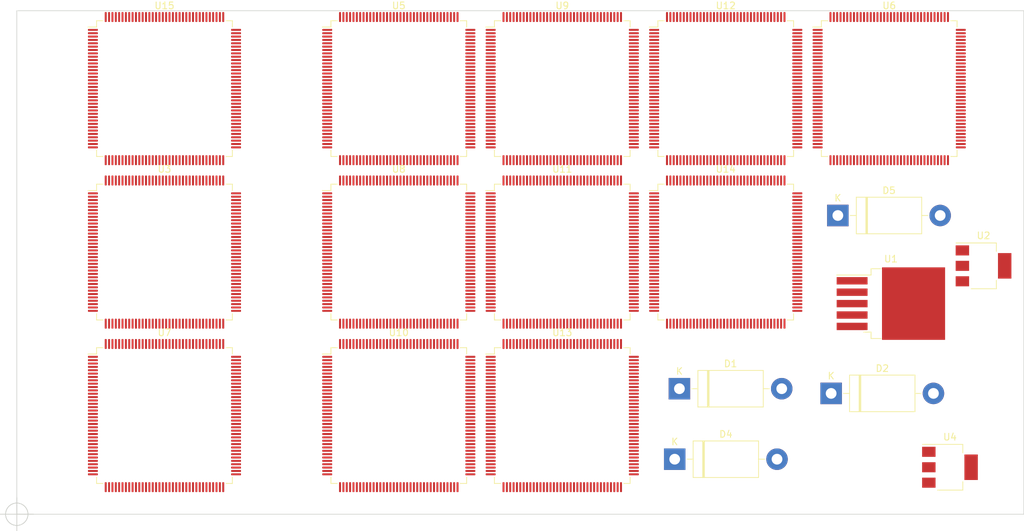
<source format=kicad_pcb>
(kicad_pcb (version 20171130) (host pcbnew "(5.1.8)-1")
  (layers (0 F.Cu signal) (31 B.Cu signal) (34 B.Paste user) (35 F.Paste user) (36 B.SilkS user) (37 F.SilkS user) (38 B.Mask user) (39 F.Mask user) (44 Edge.Cuts user))
  (net 0 "")
  (net 1 +12V)
  (net 2 "Net-(C2-Pad1)")
  (net 3 GND)
  (net 4 +5V)
  (net 5 "Net-(D4-Pad1)")
  (net 6 +3V3)
  (net 7 S2_VDD11)
  (net 8 S2_VSS11)
  (net 9 "Net-(U3-Pad142)")
  (net 10 "Net-(U3-Pad141)")
  (net 11 "Net-(U3-Pad140)")
  (net 12 "Net-(U3-Pad139)")
  (net 13 "Net-(R3-Pad2)")
  (net 14 "Net-(U3-Pad137)")
  (net 15 "Net-(U3-Pad136)")
  (net 16 S2_S4_SPI3_MOSI)
  (net 17 S2_S4_SPI3_MISO)
  (net 18 S2_S4_SPI3_SCLK)
  (net 19 "Net-(U3-Pad132)")
  (net 20 S2_VDD10)
  (net 21 S2_VSS10)
  (net 22 "Net-(U3-Pad129)")
  (net 23 "Net-(U3-Pad128)")
  (net 24 "Net-(U3-Pad127)")
  (net 25 "Net-(U3-Pad126)")
  (net 26 "Net-(U3-Pad125)")
  (net 27 "Net-(U3-Pad124)")
  (net 28 "Net-(U3-Pad123)")
  (net 29 "Net-(U3-Pad122)")
  (net 30 S2_VDD9)
  (net 31 S2_VSS9)
  (net 32 "Net-(U3-Pad119)")
  (net 33 "Net-(U3-Pad118)")
  (net 34 "Net-(U3-Pad117)")
  (net 35 "Net-(U3-Pad116)")
  (net 36 "Net-(U3-Pad115)")
  (net 37 "Net-(U3-Pad114)")
  (net 38 "Net-(U3-Pad113)")
  (net 39 "Net-(U3-Pad112)")
  (net 40 "Net-(U3-Pad111)")
  (net 41 "Net-(U3-Pad110)")
  (net 42 S2_SWCLK)
  (net 43 S2_VDD8)
  (net 44 S2_VSS8)
  (net 45 "Net-(U3-Pad106)")
  (net 46 S2_SWDIO)
  (net 47 "Net-(U3-Pad104)")
  (net 48 "Net-(U3-Pad103)")
  (net 49 "Net-(U3-Pad102)")
  (net 50 "Net-(U3-Pad101)")
  (net 51 "Net-(U3-Pad100)")
  (net 52 "Net-(U3-Pad99)")
  (net 53 "Net-(U3-Pad98)")
  (net 54 "Net-(U3-Pad97)")
  (net 55 "Net-(U3-Pad96)")
  (net 56 S2_VDD7)
  (net 57 S2_VSS7)
  (net 58 "Net-(U3-Pad93)")
  (net 59 "Net-(U3-Pad92)")
  (net 60 "Net-(U3-Pad91)")
  (net 61 "Net-(U3-Pad90)")
  (net 62 "Net-(U3-Pad89)")
  (net 63 "Net-(U3-Pad88)")
  (net 64 "Net-(U3-Pad87)")
  (net 65 "Net-(U3-Pad86)")
  (net 66 "Net-(U3-Pad85)")
  (net 67 S2_VDD6)
  (net 68 S2_VSS6)
  (net 69 "Net-(U3-Pad82)")
  (net 70 "Net-(U3-Pad81)")
  (net 71 "Net-(U3-Pad80)")
  (net 72 "Net-(U3-Pad79)")
  (net 73 "Net-(U3-Pad78)")
  (net 74 "Net-(U3-Pad77)")
  (net 75 S2_S3_SPI2_MOSI)
  (net 76 S2_S3_SPI2_MISO)
  (net 77 S2_S3_SPI2_SCLK)
  (net 78 "Net-(U3-Pad73)")
  (net 79 S2_VDD5)
  (net 80 S2_VSS5)
  (net 81 "Net-(U3-Pad70)")
  (net 82 "Net-(U3-Pad69)")
  (net 83 "Net-(U3-Pad68)")
  (net 84 "Net-(U3-Pad67)")
  (net 85 "Net-(U3-Pad66)")
  (net 86 "Net-(U3-Pad65)")
  (net 87 "Net-(U3-Pad64)")
  (net 88 "Net-(U3-Pad63)")
  (net 89 S2_VDD4)
  (net 90 S2_VSS4)
  (net 91 "Net-(U3-Pad60)")
  (net 92 "Net-(U3-Pad59)")
  (net 93 "Net-(U3-Pad58)")
  (net 94 "Net-(U3-Pad57)")
  (net 95 "Net-(U3-Pad56)")
  (net 96 "Net-(U3-Pad55)")
  (net 97 "Net-(U3-Pad54)")
  (net 98 "Net-(U3-Pad53)")
  (net 99 S2_VDD3)
  (net 100 S2_VSS3)
  (net 101 "Net-(U3-Pad50)")
  (net 102 "Net-(U3-Pad49)")
  (net 103 "Net-(R4-Pad1)")
  (net 104 S2_ADC07)
  (net 105 S2_ADC06)
  (net 106 S2_ADC13)
  (net 107 S2_ADC12)
  (net 108 S2_ADC21)
  (net 109 S2_ADC20)
  (net 110 S2_ADC19)
  (net 111 S2_ADC05)
  (net 112 S2_VDD2)
  (net 113 S2_VSS2)
  (net 114 S2_ADC04)
  (net 115 S2_ADC03)
  (net 116 S2_ADC02)
  (net 117 S2_ADC01)
  (net 118 S2_VDDA)
  (net 119 S2_VREF+)
  (net 120 S2_VREF-)
  (net 121 S2_VSSA)
  (net 122 S2_ADC11)
  (net 123 S2_ADC10)
  (net 124 S2_ADC09)
  (net 125 S2_ADC08)
  (net 126 "Net-(R2-Pad2)")
  (net 127 "Net-(C9-Pad1)")
  (net 128 "Net-(C7-Pad1)")
  (net 129 S2_ADC18)
  (net 130 S2_ADC17)
  (net 131 S2_ADC16)
  (net 132 S2_ADC15)
  (net 133 S2_ADC14)
  (net 134 S2_VDD1)
  (net 135 S2_VSS1)
  (net 136 "Net-(U3-Pad15)")
  (net 137 "Net-(U3-Pad14)")
  (net 138 "Net-(U3-Pad13)")
  (net 139 "Net-(U3-Pad12)")
  (net 140 "Net-(U3-Pad11)")
  (net 141 "Net-(U3-Pad10)")
  (net 142 "Net-(U3-Pad9)")
  (net 143 "Net-(U3-Pad8)")
  (net 144 "Net-(U3-Pad7)")
  (net 145 "Net-(U3-Pad6)")
  (net 146 "Net-(U3-Pad5)")
  (net 147 "Net-(U3-Pad4)")
  (net 148 SW_RESET)
  (net 149 "Net-(U3-Pad2)")
  (net 150 "Net-(U3-Pad1)")
  (net 151 "Net-(U5-Pad142)")
  (net 152 "Net-(U5-Pad141)")
  (net 153 "Net-(U5-Pad140)")
  (net 154 "Net-(U5-Pad139)")
  (net 155 "Net-(R7-Pad2)")
  (net 156 "Net-(U5-Pad137)")
  (net 157 "Net-(U5-Pad136)")
  (net 158 "Net-(U5-Pad132)")
  (net 159 "Net-(U5-Pad129)")
  (net 160 "Net-(U5-Pad128)")
  (net 161 "Net-(U5-Pad127)")
  (net 162 "Net-(U5-Pad126)")
  (net 163 "Net-(U5-Pad125)")
  (net 164 "Net-(U5-Pad124)")
  (net 165 "Net-(U5-Pad123)")
  (net 166 "Net-(U5-Pad122)")
  (net 167 "Net-(U5-Pad119)")
  (net 168 "Net-(U5-Pad118)")
  (net 169 "Net-(U5-Pad117)")
  (net 170 "Net-(U5-Pad116)")
  (net 171 "Net-(U5-Pad115)")
  (net 172 "Net-(U5-Pad114)")
  (net 173 "Net-(U5-Pad113)")
  (net 174 "Net-(U5-Pad112)")
  (net 175 "Net-(U5-Pad111)")
  (net 176 "Net-(U5-Pad110)")
  (net 177 "Net-(U5-Pad106)")
  (net 178 "Net-(U5-Pad104)")
  (net 179 "Net-(U5-Pad103)")
  (net 180 "Net-(U5-Pad102)")
  (net 181 "Net-(U5-Pad101)")
  (net 182 "Net-(U5-Pad100)")
  (net 183 "Net-(U5-Pad99)")
  (net 184 "Net-(U5-Pad98)")
  (net 185 "Net-(U5-Pad97)")
  (net 186 "Net-(U5-Pad96)")
  (net 187 "Net-(U5-Pad93)")
  (net 188 "Net-(U5-Pad92)")
  (net 189 "Net-(U5-Pad91)")
  (net 190 "Net-(U5-Pad90)")
  (net 191 "Net-(U5-Pad89)")
  (net 192 "Net-(U5-Pad88)")
  (net 193 "Net-(U5-Pad87)")
  (net 194 "Net-(U5-Pad86)")
  (net 195 "Net-(U5-Pad85)")
  (net 196 "Net-(U5-Pad82)")
  (net 197 "Net-(U5-Pad81)")
  (net 198 "Net-(U5-Pad80)")
  (net 199 "Net-(U5-Pad79)")
  (net 200 "Net-(U5-Pad78)")
  (net 201 "Net-(U5-Pad77)")
  (net 202 "Net-(U5-Pad73)")
  (net 203 "Net-(U5-Pad70)")
  (net 204 "Net-(U5-Pad69)")
  (net 205 "Net-(U5-Pad68)")
  (net 206 "Net-(U5-Pad67)")
  (net 207 "Net-(U5-Pad66)")
  (net 208 "Net-(U5-Pad65)")
  (net 209 "Net-(U5-Pad64)")
  (net 210 "Net-(U5-Pad63)")
  (net 211 "Net-(U5-Pad60)")
  (net 212 "Net-(U5-Pad59)")
  (net 213 "Net-(U5-Pad58)")
  (net 214 "Net-(U5-Pad57)")
  (net 215 "Net-(U5-Pad56)")
  (net 216 "Net-(U5-Pad55)")
  (net 217 "Net-(U5-Pad54)")
  (net 218 "Net-(U5-Pad53)")
  (net 219 "Net-(U5-Pad50)")
  (net 220 "Net-(U5-Pad49)")
  (net 221 "Net-(R8-Pad1)")
  (net 222 M_SPI1_MOSI)
  (net 223 M_SPI1_MISO)
  (net 224 M_SPI1_SCK)
  (net 225 "Net-(R6-Pad2)")
  (net 226 "Net-(C26-Pad1)")
  (net 227 "Net-(C24-Pad1)")
  (net 228 "Net-(U5-Pad15)")
  (net 229 "Net-(U5-Pad14)")
  (net 230 "Net-(U5-Pad13)")
  (net 231 "Net-(U5-Pad12)")
  (net 232 "Net-(U5-Pad11)")
  (net 233 "Net-(U5-Pad10)")
  (net 234 "Net-(U5-Pad9)")
  (net 235 "Net-(U5-Pad8)")
  (net 236 "Net-(U5-Pad7)")
  (net 237 "Net-(U5-Pad6)")
  (net 238 "Net-(U5-Pad5)")
  (net 239 "Net-(U5-Pad4)")
  (net 240 "Net-(U5-Pad2)")
  (net 241 "Net-(U5-Pad1)")
  (net 242 S3_VDD11)
  (net 243 S3_VSS11)
  (net 244 "Net-(U6-Pad142)")
  (net 245 "Net-(U6-Pad141)")
  (net 246 "Net-(U6-Pad140)")
  (net 247 "Net-(U6-Pad139)")
  (net 248 "Net-(R10-Pad2)")
  (net 249 "Net-(U6-Pad137)")
  (net 250 "Net-(U6-Pad136)")
  (net 251 S3_SPI3_MOSI)
  (net 252 S3_SPI3_MISO)
  (net 253 S3_SPI3_SCK)
  (net 254 "Net-(U6-Pad132)")
  (net 255 S3_VDD10)
  (net 256 S3_VSS10)
  (net 257 "Net-(U6-Pad129)")
  (net 258 "Net-(U6-Pad128)")
  (net 259 "Net-(U6-Pad127)")
  (net 260 "Net-(U6-Pad126)")
  (net 261 "Net-(U6-Pad125)")
  (net 262 "Net-(U6-Pad124)")
  (net 263 "Net-(U6-Pad123)")
  (net 264 "Net-(U6-Pad122)")
  (net 265 S3_VDD9)
  (net 266 S3_VSS9)
  (net 267 "Net-(U6-Pad119)")
  (net 268 "Net-(U6-Pad118)")
  (net 269 "Net-(U6-Pad117)")
  (net 270 "Net-(U6-Pad116)")
  (net 271 "Net-(U6-Pad115)")
  (net 272 "Net-(U6-Pad114)")
  (net 273 "Net-(U6-Pad113)")
  (net 274 "Net-(U6-Pad112)")
  (net 275 "Net-(U6-Pad111)")
  (net 276 "Net-(U6-Pad110)")
  (net 277 S3_SWCLK)
  (net 278 S3_VDD8)
  (net 279 S3_VSS8)
  (net 280 "Net-(U6-Pad106)")
  (net 281 S3_SWDIO)
  (net 282 "Net-(U6-Pad104)")
  (net 283 "Net-(U6-Pad103)")
  (net 284 "Net-(U6-Pad102)")
  (net 285 "Net-(U6-Pad101)")
  (net 286 "Net-(U6-Pad100)")
  (net 287 "Net-(U6-Pad99)")
  (net 288 "Net-(U6-Pad98)")
  (net 289 "Net-(U6-Pad97)")
  (net 290 "Net-(U6-Pad96)")
  (net 291 S3_VDD7)
  (net 292 S3_VSS7)
  (net 293 "Net-(U6-Pad93)")
  (net 294 "Net-(U6-Pad92)")
  (net 295 "Net-(U6-Pad91)")
  (net 296 "Net-(U6-Pad90)")
  (net 297 "Net-(U6-Pad89)")
  (net 298 "Net-(U6-Pad88)")
  (net 299 "Net-(U6-Pad87)")
  (net 300 "Net-(U6-Pad86)")
  (net 301 "Net-(U6-Pad85)")
  (net 302 S3_VDD6)
  (net 303 S3_VSS6)
  (net 304 "Net-(U6-Pad82)")
  (net 305 "Net-(U6-Pad81)")
  (net 306 "Net-(U6-Pad80)")
  (net 307 "Net-(U6-Pad79)")
  (net 308 "Net-(U6-Pad78)")
  (net 309 "Net-(U6-Pad77)")
  (net 310 S3_SPI2_MOSI)
  (net 311 S3_SPI2_MISO)
  (net 312 S3_SPI2_SCLK)
  (net 313 "Net-(U6-Pad73)")
  (net 314 S3_VDD5)
  (net 315 S3_VSS5)
  (net 316 "Net-(U6-Pad70)")
  (net 317 "Net-(U6-Pad69)")
  (net 318 "Net-(U6-Pad68)")
  (net 319 "Net-(U6-Pad67)")
  (net 320 "Net-(U6-Pad66)")
  (net 321 "Net-(U6-Pad65)")
  (net 322 "Net-(U6-Pad64)")
  (net 323 "Net-(U6-Pad63)")
  (net 324 S3_VDD4)
  (net 325 S3_VSS4)
  (net 326 "Net-(U6-Pad60)")
  (net 327 "Net-(U6-Pad59)")
  (net 328 "Net-(U6-Pad58)")
  (net 329 "Net-(U6-Pad57)")
  (net 330 "Net-(U6-Pad56)")
  (net 331 "Net-(U6-Pad55)")
  (net 332 "Net-(U6-Pad54)")
  (net 333 "Net-(U6-Pad53)")
  (net 334 S3_VDD3)
  (net 335 S3_VSS3)
  (net 336 "Net-(U6-Pad50)")
  (net 337 "Net-(U6-Pad49)")
  (net 338 "Net-(R11-Pad1)")
  (net 339 S3_ADC07)
  (net 340 S3_ADC06)
  (net 341 S3_ADC13)
  (net 342 S3_ADC12)
  (net 343 S3_ADC05)
  (net 344 S3_VDD2)
  (net 345 S3_VSS2)
  (net 346 S3_ADC04)
  (net 347 S3_ADC03)
  (net 348 S3_ADC02)
  (net 349 S3_ADC01)
  (net 350 S3_VDDA)
  (net 351 S3_VREF+)
  (net 352 S3_VREF-)
  (net 353 S3_VSSA)
  (net 354 S3_ADC11)
  (net 355 S3_ADC10)
  (net 356 S3_ADC09)
  (net 357 S3_ADC08)
  (net 358 "Net-(R9-Pad2)")
  (net 359 "Net-(C41-Pad1)")
  (net 360 "Net-(C39-Pad1)")
  (net 361 S3_ADC18)
  (net 362 S3_ADC17)
  (net 363 S3_ADC16)
  (net 364 S3_ADC15)
  (net 365 S3_ADC14)
  (net 366 S3_VDD1)
  (net 367 S3_VSS1)
  (net 368 "Net-(U6-Pad15)")
  (net 369 "Net-(U6-Pad14)")
  (net 370 "Net-(U6-Pad13)")
  (net 371 "Net-(U6-Pad12)")
  (net 372 "Net-(U6-Pad11)")
  (net 373 "Net-(U6-Pad10)")
  (net 374 "Net-(U6-Pad9)")
  (net 375 "Net-(U6-Pad8)")
  (net 376 "Net-(U6-Pad7)")
  (net 377 "Net-(U6-Pad6)")
  (net 378 "Net-(U6-Pad5)")
  (net 379 "Net-(U6-Pad4)")
  (net 380 "Net-(U6-Pad2)")
  (net 381 "Net-(U6-Pad1)")
  (net 382 S4_VDD11)
  (net 383 S4_VSS11)
  (net 384 "Net-(U7-Pad142)")
  (net 385 "Net-(U7-Pad141)")
  (net 386 "Net-(U7-Pad140)")
  (net 387 "Net-(U7-Pad139)")
  (net 388 "Net-(R13-Pad2)")
  (net 389 "Net-(U7-Pad137)")
  (net 390 "Net-(U7-Pad136)")
  (net 391 S4_SPI3_MOSI)
  (net 392 S4_SPI3_MISO)
  (net 393 S4_SPI3_SCK)
  (net 394 "Net-(U7-Pad132)")
  (net 395 S4_VDD10)
  (net 396 S4_VSS10)
  (net 397 "Net-(U7-Pad129)")
  (net 398 "Net-(U7-Pad128)")
  (net 399 "Net-(U7-Pad127)")
  (net 400 "Net-(U7-Pad126)")
  (net 401 "Net-(U7-Pad125)")
  (net 402 "Net-(U7-Pad124)")
  (net 403 "Net-(U7-Pad123)")
  (net 404 "Net-(U7-Pad122)")
  (net 405 S4_VDD9)
  (net 406 S4_VSS9)
  (net 407 "Net-(U7-Pad119)")
  (net 408 "Net-(U7-Pad118)")
  (net 409 "Net-(U7-Pad117)")
  (net 410 "Net-(U7-Pad116)")
  (net 411 "Net-(U7-Pad115)")
  (net 412 "Net-(U7-Pad114)")
  (net 413 "Net-(U7-Pad113)")
  (net 414 "Net-(U7-Pad112)")
  (net 415 "Net-(U7-Pad111)")
  (net 416 "Net-(U7-Pad110)")
  (net 417 S4_SWCLK)
  (net 418 S4_VDD8)
  (net 419 S4_VSS8)
  (net 420 "Net-(U7-Pad106)")
  (net 421 S4_SWDIO)
  (net 422 "Net-(U7-Pad104)")
  (net 423 "Net-(U7-Pad103)")
  (net 424 "Net-(U7-Pad102)")
  (net 425 "Net-(U7-Pad101)")
  (net 426 "Net-(U7-Pad100)")
  (net 427 "Net-(U7-Pad99)")
  (net 428 "Net-(U7-Pad98)")
  (net 429 "Net-(U7-Pad97)")
  (net 430 "Net-(U7-Pad96)")
  (net 431 S4_VDD7)
  (net 432 S4_VSS7)
  (net 433 "Net-(U7-Pad93)")
  (net 434 "Net-(U7-Pad92)")
  (net 435 "Net-(U7-Pad91)")
  (net 436 "Net-(U7-Pad90)")
  (net 437 "Net-(U7-Pad89)")
  (net 438 "Net-(U7-Pad88)")
  (net 439 "Net-(U7-Pad87)")
  (net 440 "Net-(U7-Pad86)")
  (net 441 "Net-(U7-Pad85)")
  (net 442 S4_VDD6)
  (net 443 S4_VSS6)
  (net 444 "Net-(U7-Pad82)")
  (net 445 "Net-(U7-Pad81)")
  (net 446 "Net-(U7-Pad80)")
  (net 447 "Net-(U7-Pad79)")
  (net 448 "Net-(U7-Pad78)")
  (net 449 "Net-(U7-Pad77)")
  (net 450 S4_SPI2_MOSI)
  (net 451 S4_SPI2_MISO)
  (net 452 S4_SPI2_SCLK)
  (net 453 "Net-(U7-Pad73)")
  (net 454 S4_VDD5)
  (net 455 S4_VSS5)
  (net 456 "Net-(U7-Pad70)")
  (net 457 "Net-(U7-Pad69)")
  (net 458 "Net-(U7-Pad68)")
  (net 459 "Net-(U7-Pad67)")
  (net 460 "Net-(U7-Pad66)")
  (net 461 "Net-(U7-Pad65)")
  (net 462 "Net-(U7-Pad64)")
  (net 463 "Net-(U7-Pad63)")
  (net 464 S4_VDD4)
  (net 465 S4_VSS4)
  (net 466 "Net-(U7-Pad60)")
  (net 467 "Net-(U7-Pad59)")
  (net 468 "Net-(U7-Pad58)")
  (net 469 "Net-(U7-Pad57)")
  (net 470 "Net-(U7-Pad56)")
  (net 471 "Net-(U7-Pad55)")
  (net 472 "Net-(U7-Pad54)")
  (net 473 "Net-(U7-Pad53)")
  (net 474 S4_VDD3)
  (net 475 S4_VSS3)
  (net 476 "Net-(U7-Pad50)")
  (net 477 "Net-(U7-Pad49)")
  (net 478 "Net-(R14-Pad1)")
  (net 479 S4_ADC07)
  (net 480 S4_ADC06)
  (net 481 S4_ADC13)
  (net 482 S4_ADC12)
  (net 483 S4_ADC05)
  (net 484 S4_VDD2)
  (net 485 S4_VSS2)
  (net 486 S4_ADC04)
  (net 487 S4_ADC03)
  (net 488 S4_ADC02)
  (net 489 S4_ADC01)
  (net 490 S4_VDDA)
  (net 491 S4_VREF+)
  (net 492 S4_VREF-)
  (net 493 S4_VSSA)
  (net 494 S4_ADC11)
  (net 495 S4_ADC10)
  (net 496 S4_ADC09)
  (net 497 S4_ADC08)
  (net 498 "Net-(R12-Pad2)")
  (net 499 "Net-(C53-Pad1)")
  (net 500 "Net-(C51-Pad1)")
  (net 501 S4_ADC18)
  (net 502 S4_ADC17)
  (net 503 S4_ADC16)
  (net 504 S4_ADC15)
  (net 505 S4_ADC14)
  (net 506 S4_VDD1)
  (net 507 S4_VSS1)
  (net 508 "Net-(U7-Pad15)")
  (net 509 "Net-(U7-Pad14)")
  (net 510 "Net-(U7-Pad13)")
  (net 511 "Net-(U7-Pad12)")
  (net 512 "Net-(U7-Pad11)")
  (net 513 "Net-(U7-Pad10)")
  (net 514 "Net-(U7-Pad9)")
  (net 515 "Net-(U7-Pad8)")
  (net 516 "Net-(U7-Pad7)")
  (net 517 "Net-(U7-Pad6)")
  (net 518 "Net-(U7-Pad5)")
  (net 519 "Net-(U7-Pad4)")
  (net 520 "Net-(U7-Pad2)")
  (net 521 "Net-(U7-Pad1)")
  (net 522 "Net-(U8-Pad142)")
  (net 523 "Net-(U8-Pad141)")
  (net 524 "Net-(U8-Pad140)")
  (net 525 "Net-(U8-Pad139)")
  (net 526 "Net-(R16-Pad2)")
  (net 527 "Net-(U8-Pad137)")
  (net 528 "Net-(U8-Pad136)")
  (net 529 "Net-(U8-Pad132)")
  (net 530 "Net-(U8-Pad129)")
  (net 531 "Net-(U8-Pad128)")
  (net 532 "Net-(U8-Pad127)")
  (net 533 "Net-(U8-Pad126)")
  (net 534 "Net-(U8-Pad125)")
  (net 535 "Net-(U8-Pad124)")
  (net 536 "Net-(U8-Pad123)")
  (net 537 "Net-(U8-Pad122)")
  (net 538 "Net-(U8-Pad119)")
  (net 539 "Net-(U8-Pad118)")
  (net 540 "Net-(U8-Pad117)")
  (net 541 "Net-(U8-Pad116)")
  (net 542 "Net-(U8-Pad115)")
  (net 543 "Net-(U8-Pad114)")
  (net 544 "Net-(U8-Pad113)")
  (net 545 "Net-(U8-Pad112)")
  (net 546 "Net-(U8-Pad111)")
  (net 547 "Net-(U8-Pad110)")
  (net 548 "Net-(U8-Pad106)")
  (net 549 "Net-(U8-Pad104)")
  (net 550 "Net-(U8-Pad103)")
  (net 551 "Net-(U8-Pad102)")
  (net 552 "Net-(U8-Pad101)")
  (net 553 "Net-(U8-Pad100)")
  (net 554 "Net-(U8-Pad99)")
  (net 555 "Net-(U8-Pad98)")
  (net 556 "Net-(U8-Pad97)")
  (net 557 "Net-(U8-Pad96)")
  (net 558 "Net-(U8-Pad93)")
  (net 559 "Net-(U8-Pad92)")
  (net 560 "Net-(U8-Pad91)")
  (net 561 "Net-(U8-Pad90)")
  (net 562 "Net-(U8-Pad89)")
  (net 563 "Net-(U8-Pad88)")
  (net 564 "Net-(U8-Pad87)")
  (net 565 "Net-(U8-Pad86)")
  (net 566 "Net-(U8-Pad85)")
  (net 567 "Net-(U8-Pad82)")
  (net 568 "Net-(U8-Pad81)")
  (net 569 "Net-(U8-Pad80)")
  (net 570 "Net-(U8-Pad79)")
  (net 571 "Net-(U8-Pad78)")
  (net 572 "Net-(U8-Pad77)")
  (net 573 "Net-(U8-Pad73)")
  (net 574 "Net-(U8-Pad70)")
  (net 575 "Net-(U8-Pad69)")
  (net 576 "Net-(U8-Pad68)")
  (net 577 "Net-(U8-Pad67)")
  (net 578 "Net-(U8-Pad66)")
  (net 579 "Net-(U8-Pad65)")
  (net 580 "Net-(U8-Pad64)")
  (net 581 "Net-(U8-Pad63)")
  (net 582 "Net-(U8-Pad60)")
  (net 583 "Net-(U8-Pad59)")
  (net 584 "Net-(U8-Pad58)")
  (net 585 "Net-(U8-Pad57)")
  (net 586 "Net-(U8-Pad56)")
  (net 587 "Net-(U8-Pad55)")
  (net 588 "Net-(U8-Pad54)")
  (net 589 "Net-(U8-Pad53)")
  (net 590 "Net-(U8-Pad50)")
  (net 591 "Net-(U8-Pad49)")
  (net 592 "Net-(R17-Pad1)")
  (net 593 "Net-(R15-Pad2)")
  (net 594 "Net-(C68-Pad1)")
  (net 595 "Net-(C66-Pad1)")
  (net 596 "Net-(U8-Pad15)")
  (net 597 "Net-(U8-Pad14)")
  (net 598 "Net-(U8-Pad13)")
  (net 599 "Net-(U8-Pad12)")
  (net 600 "Net-(U8-Pad11)")
  (net 601 "Net-(U8-Pad10)")
  (net 602 "Net-(U8-Pad9)")
  (net 603 "Net-(U8-Pad8)")
  (net 604 "Net-(U8-Pad7)")
  (net 605 "Net-(U8-Pad6)")
  (net 606 "Net-(U8-Pad5)")
  (net 607 "Net-(U8-Pad4)")
  (net 608 "Net-(U8-Pad2)")
  (net 609 "Net-(U8-Pad1)")
  (net 610 "Net-(U9-Pad142)")
  (net 611 "Net-(U9-Pad141)")
  (net 612 "Net-(U9-Pad140)")
  (net 613 "Net-(U9-Pad139)")
  (net 614 "Net-(R19-Pad2)")
  (net 615 "Net-(U9-Pad137)")
  (net 616 "Net-(U9-Pad136)")
  (net 617 "Net-(U9-Pad132)")
  (net 618 "Net-(U9-Pad129)")
  (net 619 "Net-(U9-Pad128)")
  (net 620 "Net-(U9-Pad127)")
  (net 621 "Net-(U9-Pad126)")
  (net 622 "Net-(U9-Pad125)")
  (net 623 "Net-(U9-Pad124)")
  (net 624 "Net-(U9-Pad123)")
  (net 625 "Net-(U9-Pad122)")
  (net 626 "Net-(U9-Pad119)")
  (net 627 "Net-(U9-Pad118)")
  (net 628 "Net-(U9-Pad117)")
  (net 629 "Net-(U9-Pad116)")
  (net 630 "Net-(U9-Pad115)")
  (net 631 "Net-(U9-Pad114)")
  (net 632 "Net-(U9-Pad113)")
  (net 633 "Net-(U9-Pad112)")
  (net 634 "Net-(U9-Pad111)")
  (net 635 "Net-(U9-Pad110)")
  (net 636 "Net-(U9-Pad106)")
  (net 637 "Net-(U9-Pad104)")
  (net 638 "Net-(U9-Pad103)")
  (net 639 "Net-(U9-Pad102)")
  (net 640 "Net-(U9-Pad101)")
  (net 641 "Net-(U9-Pad100)")
  (net 642 "Net-(U9-Pad99)")
  (net 643 "Net-(U9-Pad98)")
  (net 644 "Net-(U9-Pad97)")
  (net 645 "Net-(U9-Pad96)")
  (net 646 "Net-(U9-Pad93)")
  (net 647 "Net-(U9-Pad92)")
  (net 648 "Net-(U9-Pad91)")
  (net 649 "Net-(U9-Pad90)")
  (net 650 "Net-(U9-Pad89)")
  (net 651 "Net-(U9-Pad88)")
  (net 652 "Net-(U9-Pad87)")
  (net 653 "Net-(U9-Pad86)")
  (net 654 "Net-(U9-Pad85)")
  (net 655 "Net-(U9-Pad82)")
  (net 656 "Net-(U9-Pad81)")
  (net 657 "Net-(U9-Pad80)")
  (net 658 "Net-(U9-Pad79)")
  (net 659 "Net-(U9-Pad78)")
  (net 660 "Net-(U9-Pad77)")
  (net 661 "Net-(U9-Pad73)")
  (net 662 "Net-(U9-Pad70)")
  (net 663 "Net-(U9-Pad69)")
  (net 664 "Net-(U9-Pad68)")
  (net 665 "Net-(U9-Pad67)")
  (net 666 "Net-(U9-Pad66)")
  (net 667 "Net-(U9-Pad65)")
  (net 668 "Net-(U9-Pad64)")
  (net 669 "Net-(U9-Pad63)")
  (net 670 "Net-(U9-Pad60)")
  (net 671 "Net-(U9-Pad59)")
  (net 672 "Net-(U9-Pad58)")
  (net 673 "Net-(U9-Pad57)")
  (net 674 "Net-(U9-Pad56)")
  (net 675 "Net-(U9-Pad55)")
  (net 676 "Net-(U9-Pad54)")
  (net 677 "Net-(U9-Pad53)")
  (net 678 "Net-(U9-Pad50)")
  (net 679 "Net-(U9-Pad49)")
  (net 680 "Net-(R20-Pad1)")
  (net 681 "Net-(R18-Pad2)")
  (net 682 "Net-(C81-Pad1)")
  (net 683 "Net-(C79-Pad1)")
  (net 684 "Net-(U9-Pad15)")
  (net 685 "Net-(U9-Pad14)")
  (net 686 "Net-(U9-Pad13)")
  (net 687 "Net-(U9-Pad12)")
  (net 688 "Net-(U9-Pad11)")
  (net 689 "Net-(U9-Pad10)")
  (net 690 "Net-(U9-Pad9)")
  (net 691 "Net-(U9-Pad8)")
  (net 692 "Net-(U9-Pad7)")
  (net 693 "Net-(U9-Pad6)")
  (net 694 "Net-(U9-Pad5)")
  (net 695 "Net-(U9-Pad4)")
  (net 696 "Net-(U9-Pad2)")
  (net 697 "Net-(U9-Pad1)")
  (net 698 "Net-(U10-Pad142)")
  (net 699 "Net-(U10-Pad141)")
  (net 700 "Net-(U10-Pad140)")
  (net 701 "Net-(U10-Pad139)")
  (net 702 "Net-(R22-Pad2)")
  (net 703 "Net-(U10-Pad137)")
  (net 704 "Net-(U10-Pad136)")
  (net 705 "Net-(U10-Pad132)")
  (net 706 "Net-(U10-Pad129)")
  (net 707 "Net-(U10-Pad128)")
  (net 708 "Net-(U10-Pad127)")
  (net 709 "Net-(U10-Pad126)")
  (net 710 "Net-(U10-Pad125)")
  (net 711 "Net-(U10-Pad124)")
  (net 712 "Net-(U10-Pad123)")
  (net 713 "Net-(U10-Pad122)")
  (net 714 "Net-(U10-Pad119)")
  (net 715 "Net-(U10-Pad118)")
  (net 716 "Net-(U10-Pad117)")
  (net 717 "Net-(U10-Pad116)")
  (net 718 "Net-(U10-Pad115)")
  (net 719 "Net-(U10-Pad114)")
  (net 720 "Net-(U10-Pad113)")
  (net 721 "Net-(U10-Pad112)")
  (net 722 "Net-(U10-Pad111)")
  (net 723 "Net-(U10-Pad110)")
  (net 724 "Net-(U10-Pad106)")
  (net 725 "Net-(U10-Pad104)")
  (net 726 "Net-(U10-Pad103)")
  (net 727 "Net-(U10-Pad102)")
  (net 728 "Net-(U10-Pad101)")
  (net 729 "Net-(U10-Pad100)")
  (net 730 "Net-(U10-Pad99)")
  (net 731 "Net-(U10-Pad98)")
  (net 732 "Net-(U10-Pad97)")
  (net 733 "Net-(U10-Pad96)")
  (net 734 "Net-(U10-Pad93)")
  (net 735 "Net-(U10-Pad92)")
  (net 736 "Net-(U10-Pad91)")
  (net 737 "Net-(U10-Pad90)")
  (net 738 "Net-(U10-Pad89)")
  (net 739 "Net-(U10-Pad88)")
  (net 740 "Net-(U10-Pad87)")
  (net 741 "Net-(U10-Pad86)")
  (net 742 "Net-(U10-Pad85)")
  (net 743 "Net-(U10-Pad82)")
  (net 744 "Net-(U10-Pad81)")
  (net 745 "Net-(U10-Pad80)")
  (net 746 "Net-(U10-Pad79)")
  (net 747 "Net-(U10-Pad78)")
  (net 748 "Net-(U10-Pad77)")
  (net 749 "Net-(U10-Pad73)")
  (net 750 "Net-(U10-Pad70)")
  (net 751 "Net-(U10-Pad69)")
  (net 752 "Net-(U10-Pad68)")
  (net 753 "Net-(U10-Pad67)")
  (net 754 "Net-(U10-Pad66)")
  (net 755 "Net-(U10-Pad65)")
  (net 756 "Net-(U10-Pad64)")
  (net 757 "Net-(U10-Pad63)")
  (net 758 "Net-(U10-Pad60)")
  (net 759 "Net-(U10-Pad59)")
  (net 760 "Net-(U10-Pad58)")
  (net 761 "Net-(U10-Pad57)")
  (net 762 "Net-(U10-Pad56)")
  (net 763 "Net-(U10-Pad55)")
  (net 764 "Net-(U10-Pad54)")
  (net 765 "Net-(U10-Pad53)")
  (net 766 "Net-(U10-Pad50)")
  (net 767 "Net-(U10-Pad49)")
  (net 768 "Net-(R23-Pad1)")
  (net 769 "Net-(R21-Pad2)")
  (net 770 "Net-(C94-Pad1)")
  (net 771 "Net-(C92-Pad1)")
  (net 772 "Net-(U10-Pad15)")
  (net 773 "Net-(U10-Pad14)")
  (net 774 "Net-(U10-Pad13)")
  (net 775 "Net-(U10-Pad12)")
  (net 776 "Net-(U10-Pad11)")
  (net 777 "Net-(U10-Pad10)")
  (net 778 "Net-(U10-Pad9)")
  (net 779 "Net-(U10-Pad8)")
  (net 780 "Net-(U10-Pad7)")
  (net 781 "Net-(U10-Pad6)")
  (net 782 "Net-(U10-Pad5)")
  (net 783 "Net-(U10-Pad4)")
  (net 784 "Net-(U10-Pad2)")
  (net 785 "Net-(U10-Pad1)")
  (net 786 "Net-(U11-Pad142)")
  (net 787 "Net-(U11-Pad141)")
  (net 788 "Net-(U11-Pad140)")
  (net 789 "Net-(U11-Pad139)")
  (net 790 "Net-(R25-Pad2)")
  (net 791 "Net-(U11-Pad137)")
  (net 792 "Net-(U11-Pad136)")
  (net 793 "Net-(U11-Pad132)")
  (net 794 "Net-(U11-Pad129)")
  (net 795 "Net-(U11-Pad128)")
  (net 796 "Net-(U11-Pad127)")
  (net 797 "Net-(U11-Pad126)")
  (net 798 "Net-(U11-Pad125)")
  (net 799 "Net-(U11-Pad124)")
  (net 800 "Net-(U11-Pad123)")
  (net 801 "Net-(U11-Pad122)")
  (net 802 "Net-(U11-Pad119)")
  (net 803 "Net-(U11-Pad118)")
  (net 804 "Net-(U11-Pad117)")
  (net 805 "Net-(U11-Pad116)")
  (net 806 "Net-(U11-Pad115)")
  (net 807 "Net-(U11-Pad114)")
  (net 808 "Net-(U11-Pad113)")
  (net 809 "Net-(U11-Pad112)")
  (net 810 "Net-(U11-Pad111)")
  (net 811 "Net-(U11-Pad110)")
  (net 812 "Net-(U11-Pad106)")
  (net 813 "Net-(U11-Pad104)")
  (net 814 "Net-(U11-Pad103)")
  (net 815 "Net-(U11-Pad102)")
  (net 816 "Net-(U11-Pad101)")
  (net 817 "Net-(U11-Pad100)")
  (net 818 "Net-(U11-Pad99)")
  (net 819 "Net-(U11-Pad98)")
  (net 820 "Net-(U11-Pad97)")
  (net 821 "Net-(U11-Pad96)")
  (net 822 "Net-(U11-Pad93)")
  (net 823 "Net-(U11-Pad92)")
  (net 824 "Net-(U11-Pad91)")
  (net 825 "Net-(U11-Pad90)")
  (net 826 "Net-(U11-Pad89)")
  (net 827 "Net-(U11-Pad88)")
  (net 828 "Net-(U11-Pad87)")
  (net 829 "Net-(U11-Pad86)")
  (net 830 "Net-(U11-Pad85)")
  (net 831 "Net-(U11-Pad82)")
  (net 832 "Net-(U11-Pad81)")
  (net 833 "Net-(U11-Pad80)")
  (net 834 "Net-(U11-Pad79)")
  (net 835 "Net-(U11-Pad78)")
  (net 836 "Net-(U11-Pad77)")
  (net 837 "Net-(U11-Pad73)")
  (net 838 "Net-(U11-Pad70)")
  (net 839 "Net-(U11-Pad69)")
  (net 840 "Net-(U11-Pad68)")
  (net 841 "Net-(U11-Pad67)")
  (net 842 "Net-(U11-Pad66)")
  (net 843 "Net-(U11-Pad65)")
  (net 844 "Net-(U11-Pad64)")
  (net 845 "Net-(U11-Pad63)")
  (net 846 "Net-(U11-Pad60)")
  (net 847 "Net-(U11-Pad59)")
  (net 848 "Net-(U11-Pad58)")
  (net 849 "Net-(U11-Pad57)")
  (net 850 "Net-(U11-Pad56)")
  (net 851 "Net-(U11-Pad55)")
  (net 852 "Net-(U11-Pad54)")
  (net 853 "Net-(U11-Pad53)")
  (net 854 "Net-(U11-Pad50)")
  (net 855 "Net-(U11-Pad49)")
  (net 856 "Net-(R26-Pad1)")
  (net 857 "Net-(R24-Pad2)")
  (net 858 "Net-(C107-Pad1)")
  (net 859 "Net-(C105-Pad1)")
  (net 860 "Net-(U11-Pad15)")
  (net 861 "Net-(U11-Pad14)")
  (net 862 "Net-(U11-Pad13)")
  (net 863 "Net-(U11-Pad12)")
  (net 864 "Net-(U11-Pad11)")
  (net 865 "Net-(U11-Pad10)")
  (net 866 "Net-(U11-Pad9)")
  (net 867 "Net-(U11-Pad8)")
  (net 868 "Net-(U11-Pad7)")
  (net 869 "Net-(U11-Pad6)")
  (net 870 "Net-(U11-Pad5)")
  (net 871 "Net-(U11-Pad4)")
  (net 872 "Net-(U11-Pad2)")
  (net 873 "Net-(U11-Pad1)")
  (net 874 "Net-(U12-Pad142)")
  (net 875 "Net-(U12-Pad141)")
  (net 876 "Net-(U12-Pad140)")
  (net 877 "Net-(U12-Pad139)")
  (net 878 "Net-(R28-Pad2)")
  (net 879 "Net-(U12-Pad137)")
  (net 880 "Net-(U12-Pad136)")
  (net 881 "Net-(U12-Pad132)")
  (net 882 "Net-(U12-Pad129)")
  (net 883 "Net-(U12-Pad128)")
  (net 884 "Net-(U12-Pad127)")
  (net 885 "Net-(U12-Pad126)")
  (net 886 "Net-(U12-Pad125)")
  (net 887 "Net-(U12-Pad124)")
  (net 888 "Net-(U12-Pad123)")
  (net 889 "Net-(U12-Pad122)")
  (net 890 "Net-(U12-Pad119)")
  (net 891 "Net-(U12-Pad118)")
  (net 892 "Net-(U12-Pad117)")
  (net 893 "Net-(U12-Pad116)")
  (net 894 "Net-(U12-Pad115)")
  (net 895 "Net-(U12-Pad114)")
  (net 896 "Net-(U12-Pad113)")
  (net 897 "Net-(U12-Pad112)")
  (net 898 "Net-(U12-Pad111)")
  (net 899 "Net-(U12-Pad110)")
  (net 900 "Net-(U12-Pad106)")
  (net 901 "Net-(U12-Pad104)")
  (net 902 "Net-(U12-Pad103)")
  (net 903 "Net-(U12-Pad102)")
  (net 904 "Net-(U12-Pad101)")
  (net 905 "Net-(U12-Pad100)")
  (net 906 "Net-(U12-Pad99)")
  (net 907 "Net-(U12-Pad98)")
  (net 908 "Net-(U12-Pad97)")
  (net 909 "Net-(U12-Pad96)")
  (net 910 "Net-(U12-Pad93)")
  (net 911 "Net-(U12-Pad92)")
  (net 912 "Net-(U12-Pad91)")
  (net 913 "Net-(U12-Pad90)")
  (net 914 "Net-(U12-Pad89)")
  (net 915 "Net-(U12-Pad88)")
  (net 916 "Net-(U12-Pad87)")
  (net 917 "Net-(U12-Pad86)")
  (net 918 "Net-(U12-Pad85)")
  (net 919 "Net-(U12-Pad82)")
  (net 920 "Net-(U12-Pad81)")
  (net 921 "Net-(U12-Pad80)")
  (net 922 "Net-(U12-Pad79)")
  (net 923 "Net-(U12-Pad78)")
  (net 924 "Net-(U12-Pad77)")
  (net 925 "Net-(U12-Pad73)")
  (net 926 "Net-(U12-Pad70)")
  (net 927 "Net-(U12-Pad69)")
  (net 928 "Net-(U12-Pad68)")
  (net 929 "Net-(U12-Pad67)")
  (net 930 "Net-(U12-Pad66)")
  (net 931 "Net-(U12-Pad65)")
  (net 932 "Net-(U12-Pad64)")
  (net 933 "Net-(U12-Pad63)")
  (net 934 "Net-(U12-Pad60)")
  (net 935 "Net-(U12-Pad59)")
  (net 936 "Net-(U12-Pad58)")
  (net 937 "Net-(U12-Pad57)")
  (net 938 "Net-(U12-Pad56)")
  (net 939 "Net-(U12-Pad55)")
  (net 940 "Net-(U12-Pad54)")
  (net 941 "Net-(U12-Pad53)")
  (net 942 "Net-(U12-Pad50)")
  (net 943 "Net-(U12-Pad49)")
  (net 944 "Net-(R29-Pad1)")
  (net 945 "Net-(R27-Pad2)")
  (net 946 "Net-(C120-Pad1)")
  (net 947 "Net-(C118-Pad1)")
  (net 948 "Net-(U12-Pad15)")
  (net 949 "Net-(U12-Pad14)")
  (net 950 "Net-(U12-Pad13)")
  (net 951 "Net-(U12-Pad12)")
  (net 952 "Net-(U12-Pad11)")
  (net 953 "Net-(U12-Pad10)")
  (net 954 "Net-(U12-Pad9)")
  (net 955 "Net-(U12-Pad8)")
  (net 956 "Net-(U12-Pad7)")
  (net 957 "Net-(U12-Pad6)")
  (net 958 "Net-(U12-Pad5)")
  (net 959 "Net-(U12-Pad4)")
  (net 960 "Net-(U12-Pad2)")
  (net 961 "Net-(U12-Pad1)")
  (net 962 "Net-(U13-Pad142)")
  (net 963 "Net-(U13-Pad141)")
  (net 964 "Net-(U13-Pad140)")
  (net 965 "Net-(U13-Pad139)")
  (net 966 "Net-(R31-Pad2)")
  (net 967 "Net-(U13-Pad137)")
  (net 968 "Net-(U13-Pad136)")
  (net 969 "Net-(U13-Pad132)")
  (net 970 "Net-(U13-Pad129)")
  (net 971 "Net-(U13-Pad128)")
  (net 972 "Net-(U13-Pad127)")
  (net 973 "Net-(U13-Pad126)")
  (net 974 "Net-(U13-Pad125)")
  (net 975 "Net-(U13-Pad124)")
  (net 976 "Net-(U13-Pad123)")
  (net 977 "Net-(U13-Pad122)")
  (net 978 "Net-(U13-Pad119)")
  (net 979 "Net-(U13-Pad118)")
  (net 980 "Net-(U13-Pad117)")
  (net 981 "Net-(U13-Pad116)")
  (net 982 "Net-(U13-Pad115)")
  (net 983 "Net-(U13-Pad114)")
  (net 984 "Net-(U13-Pad113)")
  (net 985 "Net-(U13-Pad112)")
  (net 986 "Net-(U13-Pad111)")
  (net 987 "Net-(U13-Pad110)")
  (net 988 "Net-(U13-Pad106)")
  (net 989 "Net-(U13-Pad104)")
  (net 990 "Net-(U13-Pad103)")
  (net 991 "Net-(U13-Pad102)")
  (net 992 "Net-(U13-Pad101)")
  (net 993 "Net-(U13-Pad100)")
  (net 994 "Net-(U13-Pad99)")
  (net 995 "Net-(U13-Pad98)")
  (net 996 "Net-(U13-Pad97)")
  (net 997 "Net-(U13-Pad96)")
  (net 998 "Net-(U13-Pad93)")
  (net 999 "Net-(U13-Pad92)")
  (net 1000 "Net-(U13-Pad91)")
  (net 1001 "Net-(U13-Pad90)")
  (net 1002 "Net-(U13-Pad89)")
  (net 1003 "Net-(U13-Pad88)")
  (net 1004 "Net-(U13-Pad87)")
  (net 1005 "Net-(U13-Pad86)")
  (net 1006 "Net-(U13-Pad85)")
  (net 1007 "Net-(U13-Pad82)")
  (net 1008 "Net-(U13-Pad81)")
  (net 1009 "Net-(U13-Pad80)")
  (net 1010 "Net-(U13-Pad79)")
  (net 1011 "Net-(U13-Pad78)")
  (net 1012 "Net-(U13-Pad77)")
  (net 1013 "Net-(U13-Pad73)")
  (net 1014 "Net-(U13-Pad70)")
  (net 1015 "Net-(U13-Pad69)")
  (net 1016 "Net-(U13-Pad68)")
  (net 1017 "Net-(U13-Pad67)")
  (net 1018 "Net-(U13-Pad66)")
  (net 1019 "Net-(U13-Pad65)")
  (net 1020 "Net-(U13-Pad64)")
  (net 1021 "Net-(U13-Pad63)")
  (net 1022 "Net-(U13-Pad60)")
  (net 1023 "Net-(U13-Pad59)")
  (net 1024 "Net-(U13-Pad58)")
  (net 1025 "Net-(U13-Pad57)")
  (net 1026 "Net-(U13-Pad56)")
  (net 1027 "Net-(U13-Pad55)")
  (net 1028 "Net-(U13-Pad54)")
  (net 1029 "Net-(U13-Pad53)")
  (net 1030 "Net-(U13-Pad50)")
  (net 1031 "Net-(U13-Pad49)")
  (net 1032 "Net-(R32-Pad1)")
  (net 1033 "Net-(R30-Pad2)")
  (net 1034 "Net-(C133-Pad1)")
  (net 1035 "Net-(C131-Pad1)")
  (net 1036 "Net-(U13-Pad15)")
  (net 1037 "Net-(U13-Pad14)")
  (net 1038 "Net-(U13-Pad13)")
  (net 1039 "Net-(U13-Pad12)")
  (net 1040 "Net-(U13-Pad11)")
  (net 1041 "Net-(U13-Pad10)")
  (net 1042 "Net-(U13-Pad9)")
  (net 1043 "Net-(U13-Pad8)")
  (net 1044 "Net-(U13-Pad7)")
  (net 1045 "Net-(U13-Pad6)")
  (net 1046 "Net-(U13-Pad5)")
  (net 1047 "Net-(U13-Pad4)")
  (net 1048 "Net-(U13-Pad2)")
  (net 1049 "Net-(U13-Pad1)")
  (net 1050 "Net-(U14-Pad142)")
  (net 1051 "Net-(U14-Pad141)")
  (net 1052 "Net-(U14-Pad140)")
  (net 1053 "Net-(U14-Pad139)")
  (net 1054 "Net-(R34-Pad2)")
  (net 1055 "Net-(U14-Pad137)")
  (net 1056 "Net-(U14-Pad136)")
  (net 1057 "Net-(U14-Pad132)")
  (net 1058 "Net-(U14-Pad129)")
  (net 1059 "Net-(U14-Pad128)")
  (net 1060 "Net-(U14-Pad127)")
  (net 1061 "Net-(U14-Pad126)")
  (net 1062 "Net-(U14-Pad125)")
  (net 1063 "Net-(U14-Pad124)")
  (net 1064 "Net-(U14-Pad123)")
  (net 1065 "Net-(U14-Pad122)")
  (net 1066 "Net-(U14-Pad119)")
  (net 1067 "Net-(U14-Pad118)")
  (net 1068 "Net-(U14-Pad117)")
  (net 1069 "Net-(U14-Pad116)")
  (net 1070 "Net-(U14-Pad115)")
  (net 1071 "Net-(U14-Pad114)")
  (net 1072 "Net-(U14-Pad113)")
  (net 1073 "Net-(U14-Pad112)")
  (net 1074 "Net-(U14-Pad111)")
  (net 1075 "Net-(U14-Pad110)")
  (net 1076 "Net-(U14-Pad106)")
  (net 1077 "Net-(U14-Pad104)")
  (net 1078 "Net-(U14-Pad103)")
  (net 1079 "Net-(U14-Pad102)")
  (net 1080 "Net-(U14-Pad101)")
  (net 1081 "Net-(U14-Pad100)")
  (net 1082 "Net-(U14-Pad99)")
  (net 1083 "Net-(U14-Pad98)")
  (net 1084 "Net-(U14-Pad97)")
  (net 1085 "Net-(U14-Pad96)")
  (net 1086 "Net-(U14-Pad93)")
  (net 1087 "Net-(U14-Pad92)")
  (net 1088 "Net-(U14-Pad91)")
  (net 1089 "Net-(U14-Pad90)")
  (net 1090 "Net-(U14-Pad89)")
  (net 1091 "Net-(U14-Pad88)")
  (net 1092 "Net-(U14-Pad87)")
  (net 1093 "Net-(U14-Pad86)")
  (net 1094 "Net-(U14-Pad85)")
  (net 1095 "Net-(U14-Pad82)")
  (net 1096 "Net-(U14-Pad81)")
  (net 1097 "Net-(U14-Pad80)")
  (net 1098 "Net-(U14-Pad79)")
  (net 1099 "Net-(U14-Pad78)")
  (net 1100 "Net-(U14-Pad77)")
  (net 1101 "Net-(U14-Pad73)")
  (net 1102 "Net-(U14-Pad70)")
  (net 1103 "Net-(U14-Pad69)")
  (net 1104 "Net-(U14-Pad68)")
  (net 1105 "Net-(U14-Pad67)")
  (net 1106 "Net-(U14-Pad66)")
  (net 1107 "Net-(U14-Pad65)")
  (net 1108 "Net-(U14-Pad64)")
  (net 1109 "Net-(U14-Pad63)")
  (net 1110 "Net-(U14-Pad60)")
  (net 1111 "Net-(U14-Pad59)")
  (net 1112 "Net-(U14-Pad58)")
  (net 1113 "Net-(U14-Pad57)")
  (net 1114 "Net-(U14-Pad56)")
  (net 1115 "Net-(U14-Pad55)")
  (net 1116 "Net-(U14-Pad54)")
  (net 1117 "Net-(U14-Pad53)")
  (net 1118 "Net-(U14-Pad50)")
  (net 1119 "Net-(U14-Pad49)")
  (net 1120 "Net-(R35-Pad1)")
  (net 1121 "Net-(R33-Pad2)")
  (net 1122 "Net-(C146-Pad1)")
  (net 1123 "Net-(C144-Pad1)")
  (net 1124 "Net-(U14-Pad15)")
  (net 1125 "Net-(U14-Pad14)")
  (net 1126 "Net-(U14-Pad13)")
  (net 1127 "Net-(U14-Pad12)")
  (net 1128 "Net-(U14-Pad11)")
  (net 1129 "Net-(U14-Pad10)")
  (net 1130 "Net-(U14-Pad9)")
  (net 1131 "Net-(U14-Pad8)")
  (net 1132 "Net-(U14-Pad7)")
  (net 1133 "Net-(U14-Pad6)")
  (net 1134 "Net-(U14-Pad5)")
  (net 1135 "Net-(U14-Pad4)")
  (net 1136 "Net-(U14-Pad2)")
  (net 1137 "Net-(U14-Pad1)")
  (net 1138 "Net-(U15-Pad142)")
  (net 1139 "Net-(U15-Pad141)")
  (net 1140 "Net-(U15-Pad140)")
  (net 1141 "Net-(U15-Pad139)")
  (net 1142 "Net-(R37-Pad2)")
  (net 1143 "Net-(U15-Pad137)")
  (net 1144 "Net-(U15-Pad136)")
  (net 1145 "Net-(U15-Pad132)")
  (net 1146 "Net-(U15-Pad129)")
  (net 1147 "Net-(U15-Pad128)")
  (net 1148 "Net-(U15-Pad127)")
  (net 1149 "Net-(U15-Pad126)")
  (net 1150 "Net-(U15-Pad125)")
  (net 1151 "Net-(U15-Pad124)")
  (net 1152 "Net-(U15-Pad123)")
  (net 1153 "Net-(U15-Pad122)")
  (net 1154 "Net-(U15-Pad119)")
  (net 1155 "Net-(U15-Pad118)")
  (net 1156 "Net-(U15-Pad117)")
  (net 1157 "Net-(U15-Pad116)")
  (net 1158 "Net-(U15-Pad115)")
  (net 1159 "Net-(U15-Pad114)")
  (net 1160 "Net-(U15-Pad113)")
  (net 1161 "Net-(U15-Pad112)")
  (net 1162 "Net-(U15-Pad111)")
  (net 1163 "Net-(U15-Pad110)")
  (net 1164 "Net-(U15-Pad106)")
  (net 1165 "Net-(U15-Pad104)")
  (net 1166 "Net-(U15-Pad103)")
  (net 1167 "Net-(U15-Pad102)")
  (net 1168 "Net-(U15-Pad101)")
  (net 1169 "Net-(U15-Pad100)")
  (net 1170 "Net-(U15-Pad99)")
  (net 1171 "Net-(U15-Pad98)")
  (net 1172 "Net-(U15-Pad97)")
  (net 1173 "Net-(U15-Pad96)")
  (net 1174 "Net-(U15-Pad93)")
  (net 1175 "Net-(U15-Pad92)")
  (net 1176 "Net-(U15-Pad91)")
  (net 1177 "Net-(U15-Pad90)")
  (net 1178 "Net-(U15-Pad89)")
  (net 1179 "Net-(U15-Pad88)")
  (net 1180 "Net-(U15-Pad87)")
  (net 1181 "Net-(U15-Pad86)")
  (net 1182 "Net-(U15-Pad85)")
  (net 1183 "Net-(U15-Pad82)")
  (net 1184 "Net-(U15-Pad81)")
  (net 1185 "Net-(U15-Pad80)")
  (net 1186 "Net-(U15-Pad79)")
  (net 1187 "Net-(U15-Pad78)")
  (net 1188 "Net-(U15-Pad77)")
  (net 1189 "Net-(U15-Pad73)")
  (net 1190 "Net-(U15-Pad70)")
  (net 1191 "Net-(U15-Pad69)")
  (net 1192 "Net-(U15-Pad68)")
  (net 1193 "Net-(U15-Pad67)")
  (net 1194 "Net-(U15-Pad66)")
  (net 1195 "Net-(U15-Pad65)")
  (net 1196 "Net-(U15-Pad64)")
  (net 1197 "Net-(U15-Pad63)")
  (net 1198 "Net-(U15-Pad60)")
  (net 1199 "Net-(U15-Pad59)")
  (net 1200 "Net-(U15-Pad58)")
  (net 1201 "Net-(U15-Pad57)")
  (net 1202 "Net-(U15-Pad56)")
  (net 1203 "Net-(U15-Pad55)")
  (net 1204 "Net-(U15-Pad54)")
  (net 1205 "Net-(U15-Pad53)")
  (net 1206 "Net-(U15-Pad50)")
  (net 1207 "Net-(U15-Pad49)")
  (net 1208 "Net-(R38-Pad1)")
  (net 1209 "Net-(R36-Pad2)")
  (net 1210 "Net-(C159-Pad1)")
  (net 1211 "Net-(C157-Pad1)")
  (net 1212 "Net-(U15-Pad15)")
  (net 1213 "Net-(U15-Pad14)")
  (net 1214 "Net-(U15-Pad13)")
  (net 1215 "Net-(U15-Pad12)")
  (net 1216 "Net-(U15-Pad11)")
  (net 1217 "Net-(U15-Pad10)")
  (net 1218 "Net-(U15-Pad9)")
  (net 1219 "Net-(U15-Pad8)")
  (net 1220 "Net-(U15-Pad7)")
  (net 1221 "Net-(U15-Pad6)")
  (net 1222 "Net-(U15-Pad5)")
  (net 1223 "Net-(U15-Pad4)")
  (net 1224 "Net-(U15-Pad2)")
  (net 1225 "Net-(U15-Pad1)")
  (module Package_QFP:LQFP-144_20x20mm_P0.5mm (layer F.Cu) (at 122 36.6)
    (fp_text reference U15 (at 0 -12.35) (layer F.SilkS))
    (fp_text value STM32F103ZETx)
    (pad 144 smd roundrect (at -8.75 -10.6625) (size 0.3 1.475) (layers F.Cu F.Paste F.Mask) (net 7 S2_VDD11))
    (pad 143 smd roundrect (at -8.25 -10.6625) (size 0.3 1.475) (layers F.Cu F.Paste F.Mask) (net 8 S2_VSS11))
    (pad 142 smd roundrect (at -7.75 -10.6625) (size 0.3 1.475) (layers F.Cu F.Paste F.Mask) (net 1138 "Net-(U15-Pad142)"))
    (pad 141 smd roundrect (at -7.25 -10.6625) (size 0.3 1.475) (layers F.Cu F.Paste F.Mask) (net 1139 "Net-(U15-Pad141)"))
    (pad 140 smd roundrect (at -6.75 -10.6625) (size 0.3 1.475) (layers F.Cu F.Paste F.Mask) (net 1140 "Net-(U15-Pad140)"))
    (pad 139 smd roundrect (at -6.25 -10.6625) (size 0.3 1.475) (layers F.Cu F.Paste F.Mask) (net 1141 "Net-(U15-Pad139)"))
    (pad 138 smd roundrect (at -5.75 -10.6625) (size 0.3 1.475) (layers F.Cu F.Paste F.Mask) (net 1142 "Net-(R37-Pad2)"))
    (pad 137 smd roundrect (at -5.25 -10.6625) (size 0.3 1.475) (layers F.Cu F.Paste F.Mask) (net 1143 "Net-(U15-Pad137)"))
    (pad 136 smd roundrect (at -4.75 -10.6625) (size 0.3 1.475) (layers F.Cu F.Paste F.Mask) (net 1144 "Net-(U15-Pad136)"))
    (pad 135 smd roundrect (at -4.25 -10.6625) (size 0.3 1.475) (layers F.Cu F.Paste F.Mask) (net 16 S2_S4_SPI3_MOSI))
    (pad 134 smd roundrect (at -3.75 -10.6625) (size 0.3 1.475) (layers F.Cu F.Paste F.Mask) (net 17 S2_S4_SPI3_MISO))
    (pad 133 smd roundrect (at -3.25 -10.6625) (size 0.3 1.475) (layers F.Cu F.Paste F.Mask) (net 18 S2_S4_SPI3_SCLK))
    (pad 132 smd roundrect (at -2.75 -10.6625) (size 0.3 1.475) (layers F.Cu F.Paste F.Mask) (net 1145 "Net-(U15-Pad132)"))
    (pad 131 smd roundrect (at -2.25 -10.6625) (size 0.3 1.475) (layers F.Cu F.Paste F.Mask) (net 20 S2_VDD10))
    (pad 130 smd roundrect (at -1.75 -10.6625) (size 0.3 1.475) (layers F.Cu F.Paste F.Mask) (net 21 S2_VSS10))
    (pad 129 smd roundrect (at -1.25 -10.6625) (size 0.3 1.475) (layers F.Cu F.Paste F.Mask) (net 1146 "Net-(U15-Pad129)"))
    (pad 128 smd roundrect (at -0.75 -10.6625) (size 0.3 1.475) (layers F.Cu F.Paste F.Mask) (net 1147 "Net-(U15-Pad128)"))
    (pad 127 smd roundrect (at -0.25 -10.6625) (size 0.3 1.475) (layers F.Cu F.Paste F.Mask) (net 1148 "Net-(U15-Pad127)"))
    (pad 126 smd roundrect (at 0.25 -10.6625) (size 0.3 1.475) (layers F.Cu F.Paste F.Mask) (net 1149 "Net-(U15-Pad126)"))
    (pad 125 smd roundrect (at 0.75 -10.6625) (size 0.3 1.475) (layers F.Cu F.Paste F.Mask) (net 1150 "Net-(U15-Pad125)"))
    (pad 124 smd roundrect (at 1.25 -10.6625) (size 0.3 1.475) (layers F.Cu F.Paste F.Mask) (net 1151 "Net-(U15-Pad124)"))
    (pad 123 smd roundrect (at 1.75 -10.6625) (size 0.3 1.475) (layers F.Cu F.Paste F.Mask) (net 1152 "Net-(U15-Pad123)"))
    (pad 122 smd roundrect (at 2.25 -10.6625) (size 0.3 1.475) (layers F.Cu F.Paste F.Mask) (net 1153 "Net-(U15-Pad122)"))
    (pad 121 smd roundrect (at 2.75 -10.6625) (size 0.3 1.475) (layers F.Cu F.Paste F.Mask) (net 30 S2_VDD9))
    (pad 120 smd roundrect (at 3.25 -10.6625) (size 0.3 1.475) (layers F.Cu F.Paste F.Mask) (net 31 S2_VSS9))
    (pad 119 smd roundrect (at 3.75 -10.6625) (size 0.3 1.475) (layers F.Cu F.Paste F.Mask) (net 1154 "Net-(U15-Pad119)"))
    (pad 118 smd roundrect (at 4.25 -10.6625) (size 0.3 1.475) (layers F.Cu F.Paste F.Mask) (net 1155 "Net-(U15-Pad118)"))
    (pad 117 smd roundrect (at 4.75 -10.6625) (size 0.3 1.475) (layers F.Cu F.Paste F.Mask) (net 1156 "Net-(U15-Pad117)"))
    (pad 116 smd roundrect (at 5.25 -10.6625) (size 0.3 1.475) (layers F.Cu F.Paste F.Mask) (net 1157 "Net-(U15-Pad116)"))
    (pad 115 smd roundrect (at 5.75 -10.6625) (size 0.3 1.475) (layers F.Cu F.Paste F.Mask) (net 1158 "Net-(U15-Pad115)"))
    (pad 114 smd roundrect (at 6.25 -10.6625) (size 0.3 1.475) (layers F.Cu F.Paste F.Mask) (net 1159 "Net-(U15-Pad114)"))
    (pad 113 smd roundrect (at 6.75 -10.6625) (size 0.3 1.475) (layers F.Cu F.Paste F.Mask) (net 1160 "Net-(U15-Pad113)"))
    (pad 112 smd roundrect (at 7.25 -10.6625) (size 0.3 1.475) (layers F.Cu F.Paste F.Mask) (net 1161 "Net-(U15-Pad112)"))
    (pad 111 smd roundrect (at 7.75 -10.6625) (size 0.3 1.475) (layers F.Cu F.Paste F.Mask) (net 1162 "Net-(U15-Pad111)"))
    (pad 110 smd roundrect (at 8.25 -10.6625) (size 0.3 1.475) (layers F.Cu F.Paste F.Mask) (net 1163 "Net-(U15-Pad110)"))
    (pad 109 smd roundrect (at 8.75 -10.6625) (size 0.3 1.475) (layers F.Cu F.Paste F.Mask) (net 42 S2_SWCLK))
    (pad 108 smd roundrect (at 10.6625 -8.75) (size 1.475 0.3) (layers F.Cu F.Paste F.Mask) (net 43 S2_VDD8))
    (pad 107 smd roundrect (at 10.6625 -8.25) (size 1.475 0.3) (layers F.Cu F.Paste F.Mask) (net 44 S2_VSS8))
    (pad 106 smd roundrect (at 10.6625 -7.75) (size 1.475 0.3) (layers F.Cu F.Paste F.Mask) (net 1164 "Net-(U15-Pad106)"))
    (pad 105 smd roundrect (at 10.6625 -7.25) (size 1.475 0.3) (layers F.Cu F.Paste F.Mask) (net 46 S2_SWDIO))
    (pad 104 smd roundrect (at 10.6625 -6.75) (size 1.475 0.3) (layers F.Cu F.Paste F.Mask) (net 1165 "Net-(U15-Pad104)"))
    (pad 103 smd roundrect (at 10.6625 -6.25) (size 1.475 0.3) (layers F.Cu F.Paste F.Mask) (net 1166 "Net-(U15-Pad103)"))
    (pad 102 smd roundrect (at 10.6625 -5.75) (size 1.475 0.3) (layers F.Cu F.Paste F.Mask) (net 1167 "Net-(U15-Pad102)"))
    (pad 101 smd roundrect (at 10.6625 -5.25) (size 1.475 0.3) (layers F.Cu F.Paste F.Mask) (net 1168 "Net-(U15-Pad101)"))
    (pad 100 smd roundrect (at 10.6625 -4.75) (size 1.475 0.3) (layers F.Cu F.Paste F.Mask) (net 1169 "Net-(U15-Pad100)"))
    (pad 99 smd roundrect (at 10.6625 -4.25) (size 1.475 0.3) (layers F.Cu F.Paste F.Mask) (net 1170 "Net-(U15-Pad99)"))
    (pad 98 smd roundrect (at 10.6625 -3.75) (size 1.475 0.3) (layers F.Cu F.Paste F.Mask) (net 1171 "Net-(U15-Pad98)"))
    (pad 97 smd roundrect (at 10.6625 -3.25) (size 1.475 0.3) (layers F.Cu F.Paste F.Mask) (net 1172 "Net-(U15-Pad97)"))
    (pad 96 smd roundrect (at 10.6625 -2.75) (size 1.475 0.3) (layers F.Cu F.Paste F.Mask) (net 1173 "Net-(U15-Pad96)"))
    (pad 95 smd roundrect (at 10.6625 -2.25) (size 1.475 0.3) (layers F.Cu F.Paste F.Mask) (net 56 S2_VDD7))
    (pad 94 smd roundrect (at 10.6625 -1.75) (size 1.475 0.3) (layers F.Cu F.Paste F.Mask) (net 57 S2_VSS7))
    (pad 93 smd roundrect (at 10.6625 -1.25) (size 1.475 0.3) (layers F.Cu F.Paste F.Mask) (net 1174 "Net-(U15-Pad93)"))
    (pad 92 smd roundrect (at 10.6625 -0.75) (size 1.475 0.3) (layers F.Cu F.Paste F.Mask) (net 1175 "Net-(U15-Pad92)"))
    (pad 91 smd roundrect (at 10.6625 -0.25) (size 1.475 0.3) (layers F.Cu F.Paste F.Mask) (net 1176 "Net-(U15-Pad91)"))
    (pad 90 smd roundrect (at 10.6625 0.25) (size 1.475 0.3) (layers F.Cu F.Paste F.Mask) (net 1177 "Net-(U15-Pad90)"))
    (pad 89 smd roundrect (at 10.6625 0.75) (size 1.475 0.3) (layers F.Cu F.Paste F.Mask) (net 1178 "Net-(U15-Pad89)"))
    (pad 88 smd roundrect (at 10.6625 1.25) (size 1.475 0.3) (layers F.Cu F.Paste F.Mask) (net 1179 "Net-(U15-Pad88)"))
    (pad 87 smd roundrect (at 10.6625 1.75) (size 1.475 0.3) (layers F.Cu F.Paste F.Mask) (net 1180 "Net-(U15-Pad87)"))
    (pad 86 smd roundrect (at 10.6625 2.25) (size 1.475 0.3) (layers F.Cu F.Paste F.Mask) (net 1181 "Net-(U15-Pad86)"))
    (pad 85 smd roundrect (at 10.6625 2.75) (size 1.475 0.3) (layers F.Cu F.Paste F.Mask) (net 1182 "Net-(U15-Pad85)"))
    (pad 84 smd roundrect (at 10.6625 3.25) (size 1.475 0.3) (layers F.Cu F.Paste F.Mask) (net 67 S2_VDD6))
    (pad 83 smd roundrect (at 10.6625 3.75) (size 1.475 0.3) (layers F.Cu F.Paste F.Mask) (net 68 S2_VSS6))
    (pad 82 smd roundrect (at 10.6625 4.25) (size 1.475 0.3) (layers F.Cu F.Paste F.Mask) (net 1183 "Net-(U15-Pad82)"))
    (pad 81 smd roundrect (at 10.6625 4.75) (size 1.475 0.3) (layers F.Cu F.Paste F.Mask) (net 1184 "Net-(U15-Pad81)"))
    (pad 80 smd roundrect (at 10.6625 5.25) (size 1.475 0.3) (layers F.Cu F.Paste F.Mask) (net 1185 "Net-(U15-Pad80)"))
    (pad 79 smd roundrect (at 10.6625 5.75) (size 1.475 0.3) (layers F.Cu F.Paste F.Mask) (net 1186 "Net-(U15-Pad79)"))
    (pad 78 smd roundrect (at 10.6625 6.25) (size 1.475 0.3) (layers F.Cu F.Paste F.Mask) (net 1187 "Net-(U15-Pad78)"))
    (pad 77 smd roundrect (at 10.6625 6.75) (size 1.475 0.3) (layers F.Cu F.Paste F.Mask) (net 1188 "Net-(U15-Pad77)"))
    (pad 76 smd roundrect (at 10.6625 7.25) (size 1.475 0.3) (layers F.Cu F.Paste F.Mask) (net 75 S2_S3_SPI2_MOSI))
    (pad 75 smd roundrect (at 10.6625 7.75) (size 1.475 0.3) (layers F.Cu F.Paste F.Mask) (net 76 S2_S3_SPI2_MISO))
    (pad 74 smd roundrect (at 10.6625 8.25) (size 1.475 0.3) (layers F.Cu F.Paste F.Mask) (net 77 S2_S3_SPI2_SCLK))
    (pad 73 smd roundrect (at 10.6625 8.75) (size 1.475 0.3) (layers F.Cu F.Paste F.Mask) (net 1189 "Net-(U15-Pad73)"))
    (pad 72 smd roundrect (at 8.75 10.6625) (size 0.3 1.475) (layers F.Cu F.Paste F.Mask) (net 79 S2_VDD5))
    (pad 71 smd roundrect (at 8.25 10.6625) (size 0.3 1.475) (layers F.Cu F.Paste F.Mask) (net 80 S2_VSS5))
    (pad 70 smd roundrect (at 7.75 10.6625) (size 0.3 1.475) (layers F.Cu F.Paste F.Mask) (net 1190 "Net-(U15-Pad70)"))
    (pad 69 smd roundrect (at 7.25 10.6625) (size 0.3 1.475) (layers F.Cu F.Paste F.Mask) (net 1191 "Net-(U15-Pad69)"))
    (pad 68 smd roundrect (at 6.75 10.6625) (size 0.3 1.475) (layers F.Cu F.Paste F.Mask) (net 1192 "Net-(U15-Pad68)"))
    (pad 67 smd roundrect (at 6.25 10.6625) (size 0.3 1.475) (layers F.Cu F.Paste F.Mask) (net 1193 "Net-(U15-Pad67)"))
    (pad 66 smd roundrect (at 5.75 10.6625) (size 0.3 1.475) (layers F.Cu F.Paste F.Mask) (net 1194 "Net-(U15-Pad66)"))
    (pad 65 smd roundrect (at 5.25 10.6625) (size 0.3 1.475) (layers F.Cu F.Paste F.Mask) (net 1195 "Net-(U15-Pad65)"))
    (pad 64 smd roundrect (at 4.75 10.6625) (size 0.3 1.475) (layers F.Cu F.Paste F.Mask) (net 1196 "Net-(U15-Pad64)"))
    (pad 63 smd roundrect (at 4.25 10.6625) (size 0.3 1.475) (layers F.Cu F.Paste F.Mask) (net 1197 "Net-(U15-Pad63)"))
    (pad 62 smd roundrect (at 3.75 10.6625) (size 0.3 1.475) (layers F.Cu F.Paste F.Mask) (net 89 S2_VDD4))
    (pad 61 smd roundrect (at 3.25 10.6625) (size 0.3 1.475) (layers F.Cu F.Paste F.Mask) (net 90 S2_VSS4))
    (pad 60 smd roundrect (at 2.75 10.6625) (size 0.3 1.475) (layers F.Cu F.Paste F.Mask) (net 1198 "Net-(U15-Pad60)"))
    (pad 59 smd roundrect (at 2.25 10.6625) (size 0.3 1.475) (layers F.Cu F.Paste F.Mask) (net 1199 "Net-(U15-Pad59)"))
    (pad 58 smd roundrect (at 1.75 10.6625) (size 0.3 1.475) (layers F.Cu F.Paste F.Mask) (net 1200 "Net-(U15-Pad58)"))
    (pad 57 smd roundrect (at 1.25 10.6625) (size 0.3 1.475) (layers F.Cu F.Paste F.Mask) (net 1201 "Net-(U15-Pad57)"))
    (pad 56 smd roundrect (at 0.75 10.6625) (size 0.3 1.475) (layers F.Cu F.Paste F.Mask) (net 1202 "Net-(U15-Pad56)"))
    (pad 55 smd roundrect (at 0.25 10.6625) (size 0.3 1.475) (layers F.Cu F.Paste F.Mask) (net 1203 "Net-(U15-Pad55)"))
    (pad 54 smd roundrect (at -0.25 10.6625) (size 0.3 1.475) (layers F.Cu F.Paste F.Mask) (net 1204 "Net-(U15-Pad54)"))
    (pad 53 smd roundrect (at -0.75 10.6625) (size 0.3 1.475) (layers F.Cu F.Paste F.Mask) (net 1205 "Net-(U15-Pad53)"))
    (pad 52 smd roundrect (at -1.25 10.6625) (size 0.3 1.475) (layers F.Cu F.Paste F.Mask) (net 99 S2_VDD3))
    (pad 51 smd roundrect (at -1.75 10.6625) (size 0.3 1.475) (layers F.Cu F.Paste F.Mask) (net 100 S2_VSS3))
    (pad 50 smd roundrect (at -2.25 10.6625) (size 0.3 1.475) (layers F.Cu F.Paste F.Mask) (net 1206 "Net-(U15-Pad50)"))
    (pad 49 smd roundrect (at -2.75 10.6625) (size 0.3 1.475) (layers F.Cu F.Paste F.Mask) (net 1207 "Net-(U15-Pad49)"))
    (pad 48 smd roundrect (at -3.25 10.6625) (size 0.3 1.475) (layers F.Cu F.Paste F.Mask) (net 1208 "Net-(R38-Pad1)"))
    (pad 47 smd roundrect (at -3.75 10.6625) (size 0.3 1.475) (layers F.Cu F.Paste F.Mask) (net 104 S2_ADC07))
    (pad 46 smd roundrect (at -4.25 10.6625) (size 0.3 1.475) (layers F.Cu F.Paste F.Mask) (net 105 S2_ADC06))
    (pad 45 smd roundrect (at -4.75 10.6625) (size 0.3 1.475) (layers F.Cu F.Paste F.Mask) (net 106 S2_ADC13))
    (pad 44 smd roundrect (at -5.25 10.6625) (size 0.3 1.475) (layers F.Cu F.Paste F.Mask) (net 107 S2_ADC12))
    (pad 43 smd roundrect (at -5.75 10.6625) (size 0.3 1.475) (layers F.Cu F.Paste F.Mask) (net 222 M_SPI1_MOSI))
    (pad 42 smd roundrect (at -6.25 10.6625) (size 0.3 1.475) (layers F.Cu F.Paste F.Mask) (net 223 M_SPI1_MISO))
    (pad 41 smd roundrect (at -6.75 10.6625) (size 0.3 1.475) (layers F.Cu F.Paste F.Mask) (net 224 M_SPI1_SCK))
    (pad 40 smd roundrect (at -7.25 10.6625) (size 0.3 1.475) (layers F.Cu F.Paste F.Mask) (net 111 S2_ADC05))
    (pad 39 smd roundrect (at -7.75 10.6625) (size 0.3 1.475) (layers F.Cu F.Paste F.Mask) (net 112 S2_VDD2))
    (pad 38 smd roundrect (at -8.25 10.6625) (size 0.3 1.475) (layers F.Cu F.Paste F.Mask) (net 113 S2_VSS2))
    (pad 37 smd roundrect (at -8.75 10.6625) (size 0.3 1.475) (layers F.Cu F.Paste F.Mask) (net 114 S2_ADC04))
    (pad 36 smd roundrect (at -10.6625 8.75) (size 1.475 0.3) (layers F.Cu F.Paste F.Mask) (net 115 S2_ADC03))
    (pad 35 smd roundrect (at -10.6625 8.25) (size 1.475 0.3) (layers F.Cu F.Paste F.Mask) (net 116 S2_ADC02))
    (pad 34 smd roundrect (at -10.6625 7.75) (size 1.475 0.3) (layers F.Cu F.Paste F.Mask) (net 117 S2_ADC01))
    (pad 33 smd roundrect (at -10.6625 7.25) (size 1.475 0.3) (layers F.Cu F.Paste F.Mask) (net 118 S2_VDDA))
    (pad 32 smd roundrect (at -10.6625 6.75) (size 1.475 0.3) (layers F.Cu F.Paste F.Mask) (net 119 S2_VREF+))
    (pad 31 smd roundrect (at -10.6625 6.25) (size 1.475 0.3) (layers F.Cu F.Paste F.Mask) (net 120 S2_VREF-))
    (pad 30 smd roundrect (at -10.6625 5.75) (size 1.475 0.3) (layers F.Cu F.Paste F.Mask) (net 121 S2_VSSA))
    (pad 29 smd roundrect (at -10.6625 5.25) (size 1.475 0.3) (layers F.Cu F.Paste F.Mask) (net 122 S2_ADC11))
    (pad 28 smd roundrect (at -10.6625 4.75) (size 1.475 0.3) (layers F.Cu F.Paste F.Mask) (net 123 S2_ADC10))
    (pad 27 smd roundrect (at -10.6625 4.25) (size 1.475 0.3) (layers F.Cu F.Paste F.Mask) (net 124 S2_ADC09))
    (pad 26 smd roundrect (at -10.6625 3.75) (size 1.475 0.3) (layers F.Cu F.Paste F.Mask) (net 125 S2_ADC08))
    (pad 25 smd roundrect (at -10.6625 3.25) (size 1.475 0.3) (layers F.Cu F.Paste F.Mask) (net 1209 "Net-(R36-Pad2)"))
    (pad 24 smd roundrect (at -10.6625 2.75) (size 1.475 0.3) (layers F.Cu F.Paste F.Mask) (net 1210 "Net-(C159-Pad1)"))
    (pad 23 smd roundrect (at -10.6625 2.25) (size 1.475 0.3) (layers F.Cu F.Paste F.Mask) (net 1211 "Net-(C157-Pad1)"))
    (pad 22 smd roundrect (at -10.6625 1.75) (size 1.475 0.3) (layers F.Cu F.Paste F.Mask) (net 129 S2_ADC18))
    (pad 21 smd roundrect (at -10.6625 1.25) (size 1.475 0.3) (layers F.Cu F.Paste F.Mask) (net 130 S2_ADC17))
    (pad 20 smd roundrect (at -10.6625 0.75) (size 1.475 0.3) (layers F.Cu F.Paste F.Mask) (net 131 S2_ADC16))
    (pad 19 smd roundrect (at -10.6625 0.25) (size 1.475 0.3) (layers F.Cu F.Paste F.Mask) (net 132 S2_ADC15))
    (pad 18 smd roundrect (at -10.6625 -0.25) (size 1.475 0.3) (layers F.Cu F.Paste F.Mask) (net 133 S2_ADC14))
    (pad 17 smd roundrect (at -10.6625 -0.75) (size 1.475 0.3) (layers F.Cu F.Paste F.Mask) (net 134 S2_VDD1))
    (pad 16 smd roundrect (at -10.6625 -1.25) (size 1.475 0.3) (layers F.Cu F.Paste F.Mask) (net 135 S2_VSS1))
    (pad 15 smd roundrect (at -10.6625 -1.75) (size 1.475 0.3) (layers F.Cu F.Paste F.Mask) (net 1212 "Net-(U15-Pad15)"))
    (pad 14 smd roundrect (at -10.6625 -2.25) (size 1.475 0.3) (layers F.Cu F.Paste F.Mask) (net 1213 "Net-(U15-Pad14)"))
    (pad 13 smd roundrect (at -10.6625 -2.75) (size 1.475 0.3) (layers F.Cu F.Paste F.Mask) (net 1214 "Net-(U15-Pad13)"))
    (pad 12 smd roundrect (at -10.6625 -3.25) (size 1.475 0.3) (layers F.Cu F.Paste F.Mask) (net 1215 "Net-(U15-Pad12)"))
    (pad 11 smd roundrect (at -10.6625 -3.75) (size 1.475 0.3) (layers F.Cu F.Paste F.Mask) (net 1216 "Net-(U15-Pad11)"))
    (pad 10 smd roundrect (at -10.6625 -4.25) (size 1.475 0.3) (layers F.Cu F.Paste F.Mask) (net 1217 "Net-(U15-Pad10)"))
    (pad 9 smd roundrect (at -10.6625 -4.75) (size 1.475 0.3) (layers F.Cu F.Paste F.Mask) (net 1218 "Net-(U15-Pad9)"))
    (pad 8 smd roundrect (at -10.6625 -5.25) (size 1.475 0.3) (layers F.Cu F.Paste F.Mask) (net 1219 "Net-(U15-Pad8)"))
    (pad 7 smd roundrect (at -10.6625 -5.75) (size 1.475 0.3) (layers F.Cu F.Paste F.Mask) (net 1220 "Net-(U15-Pad7)"))
    (pad 6 smd roundrect (at -10.6625 -6.25) (size 1.475 0.3) (layers F.Cu F.Paste F.Mask) (net 1221 "Net-(U15-Pad6)"))
    (pad 5 smd roundrect (at -10.6625 -6.75) (size 1.475 0.3) (layers F.Cu F.Paste F.Mask) (net 1222 "Net-(U15-Pad5)"))
    (pad 4 smd roundrect (at -10.6625 -7.25) (size 1.475 0.3) (layers F.Cu F.Paste F.Mask) (net 1223 "Net-(U15-Pad4)"))
    (pad 3 smd roundrect (at -10.6625 -7.75) (size 1.475 0.3) (layers F.Cu F.Paste F.Mask) (net 148 SW_RESET))
    (pad 2 smd roundrect (at -10.6625 -8.25) (size 1.475 0.3) (layers F.Cu F.Paste F.Mask) (net 1224 "Net-(U15-Pad2)"))
    (pad 1 smd roundrect (at -10.6625 -8.75) (size 1.475 0.3) (layers F.Cu F.Paste F.Mask) (net 1225 "Net-(U15-Pad1)"))
  )
  (module Package_QFP:LQFP-144_20x20mm_P0.5mm (layer F.Cu) (at 205.6 60.95)
    (fp_text reference U14 (at 0 -12.35) (layer F.SilkS))
    (fp_text value STM32F103ZETx)
    (pad 144 smd roundrect (at -8.75 -10.6625) (size 0.3 1.475) (layers F.Cu F.Paste F.Mask) (net 7 S2_VDD11))
    (pad 143 smd roundrect (at -8.25 -10.6625) (size 0.3 1.475) (layers F.Cu F.Paste F.Mask) (net 8 S2_VSS11))
    (pad 142 smd roundrect (at -7.75 -10.6625) (size 0.3 1.475) (layers F.Cu F.Paste F.Mask) (net 1050 "Net-(U14-Pad142)"))
    (pad 141 smd roundrect (at -7.25 -10.6625) (size 0.3 1.475) (layers F.Cu F.Paste F.Mask) (net 1051 "Net-(U14-Pad141)"))
    (pad 140 smd roundrect (at -6.75 -10.6625) (size 0.3 1.475) (layers F.Cu F.Paste F.Mask) (net 1052 "Net-(U14-Pad140)"))
    (pad 139 smd roundrect (at -6.25 -10.6625) (size 0.3 1.475) (layers F.Cu F.Paste F.Mask) (net 1053 "Net-(U14-Pad139)"))
    (pad 138 smd roundrect (at -5.75 -10.6625) (size 0.3 1.475) (layers F.Cu F.Paste F.Mask) (net 1054 "Net-(R34-Pad2)"))
    (pad 137 smd roundrect (at -5.25 -10.6625) (size 0.3 1.475) (layers F.Cu F.Paste F.Mask) (net 1055 "Net-(U14-Pad137)"))
    (pad 136 smd roundrect (at -4.75 -10.6625) (size 0.3 1.475) (layers F.Cu F.Paste F.Mask) (net 1056 "Net-(U14-Pad136)"))
    (pad 135 smd roundrect (at -4.25 -10.6625) (size 0.3 1.475) (layers F.Cu F.Paste F.Mask) (net 16 S2_S4_SPI3_MOSI))
    (pad 134 smd roundrect (at -3.75 -10.6625) (size 0.3 1.475) (layers F.Cu F.Paste F.Mask) (net 17 S2_S4_SPI3_MISO))
    (pad 133 smd roundrect (at -3.25 -10.6625) (size 0.3 1.475) (layers F.Cu F.Paste F.Mask) (net 18 S2_S4_SPI3_SCLK))
    (pad 132 smd roundrect (at -2.75 -10.6625) (size 0.3 1.475) (layers F.Cu F.Paste F.Mask) (net 1057 "Net-(U14-Pad132)"))
    (pad 131 smd roundrect (at -2.25 -10.6625) (size 0.3 1.475) (layers F.Cu F.Paste F.Mask) (net 20 S2_VDD10))
    (pad 130 smd roundrect (at -1.75 -10.6625) (size 0.3 1.475) (layers F.Cu F.Paste F.Mask) (net 21 S2_VSS10))
    (pad 129 smd roundrect (at -1.25 -10.6625) (size 0.3 1.475) (layers F.Cu F.Paste F.Mask) (net 1058 "Net-(U14-Pad129)"))
    (pad 128 smd roundrect (at -0.75 -10.6625) (size 0.3 1.475) (layers F.Cu F.Paste F.Mask) (net 1059 "Net-(U14-Pad128)"))
    (pad 127 smd roundrect (at -0.25 -10.6625) (size 0.3 1.475) (layers F.Cu F.Paste F.Mask) (net 1060 "Net-(U14-Pad127)"))
    (pad 126 smd roundrect (at 0.25 -10.6625) (size 0.3 1.475) (layers F.Cu F.Paste F.Mask) (net 1061 "Net-(U14-Pad126)"))
    (pad 125 smd roundrect (at 0.75 -10.6625) (size 0.3 1.475) (layers F.Cu F.Paste F.Mask) (net 1062 "Net-(U14-Pad125)"))
    (pad 124 smd roundrect (at 1.25 -10.6625) (size 0.3 1.475) (layers F.Cu F.Paste F.Mask) (net 1063 "Net-(U14-Pad124)"))
    (pad 123 smd roundrect (at 1.75 -10.6625) (size 0.3 1.475) (layers F.Cu F.Paste F.Mask) (net 1064 "Net-(U14-Pad123)"))
    (pad 122 smd roundrect (at 2.25 -10.6625) (size 0.3 1.475) (layers F.Cu F.Paste F.Mask) (net 1065 "Net-(U14-Pad122)"))
    (pad 121 smd roundrect (at 2.75 -10.6625) (size 0.3 1.475) (layers F.Cu F.Paste F.Mask) (net 30 S2_VDD9))
    (pad 120 smd roundrect (at 3.25 -10.6625) (size 0.3 1.475) (layers F.Cu F.Paste F.Mask) (net 31 S2_VSS9))
    (pad 119 smd roundrect (at 3.75 -10.6625) (size 0.3 1.475) (layers F.Cu F.Paste F.Mask) (net 1066 "Net-(U14-Pad119)"))
    (pad 118 smd roundrect (at 4.25 -10.6625) (size 0.3 1.475) (layers F.Cu F.Paste F.Mask) (net 1067 "Net-(U14-Pad118)"))
    (pad 117 smd roundrect (at 4.75 -10.6625) (size 0.3 1.475) (layers F.Cu F.Paste F.Mask) (net 1068 "Net-(U14-Pad117)"))
    (pad 116 smd roundrect (at 5.25 -10.6625) (size 0.3 1.475) (layers F.Cu F.Paste F.Mask) (net 1069 "Net-(U14-Pad116)"))
    (pad 115 smd roundrect (at 5.75 -10.6625) (size 0.3 1.475) (layers F.Cu F.Paste F.Mask) (net 1070 "Net-(U14-Pad115)"))
    (pad 114 smd roundrect (at 6.25 -10.6625) (size 0.3 1.475) (layers F.Cu F.Paste F.Mask) (net 1071 "Net-(U14-Pad114)"))
    (pad 113 smd roundrect (at 6.75 -10.6625) (size 0.3 1.475) (layers F.Cu F.Paste F.Mask) (net 1072 "Net-(U14-Pad113)"))
    (pad 112 smd roundrect (at 7.25 -10.6625) (size 0.3 1.475) (layers F.Cu F.Paste F.Mask) (net 1073 "Net-(U14-Pad112)"))
    (pad 111 smd roundrect (at 7.75 -10.6625) (size 0.3 1.475) (layers F.Cu F.Paste F.Mask) (net 1074 "Net-(U14-Pad111)"))
    (pad 110 smd roundrect (at 8.25 -10.6625) (size 0.3 1.475) (layers F.Cu F.Paste F.Mask) (net 1075 "Net-(U14-Pad110)"))
    (pad 109 smd roundrect (at 8.75 -10.6625) (size 0.3 1.475) (layers F.Cu F.Paste F.Mask) (net 42 S2_SWCLK))
    (pad 108 smd roundrect (at 10.6625 -8.75) (size 1.475 0.3) (layers F.Cu F.Paste F.Mask) (net 43 S2_VDD8))
    (pad 107 smd roundrect (at 10.6625 -8.25) (size 1.475 0.3) (layers F.Cu F.Paste F.Mask) (net 44 S2_VSS8))
    (pad 106 smd roundrect (at 10.6625 -7.75) (size 1.475 0.3) (layers F.Cu F.Paste F.Mask) (net 1076 "Net-(U14-Pad106)"))
    (pad 105 smd roundrect (at 10.6625 -7.25) (size 1.475 0.3) (layers F.Cu F.Paste F.Mask) (net 46 S2_SWDIO))
    (pad 104 smd roundrect (at 10.6625 -6.75) (size 1.475 0.3) (layers F.Cu F.Paste F.Mask) (net 1077 "Net-(U14-Pad104)"))
    (pad 103 smd roundrect (at 10.6625 -6.25) (size 1.475 0.3) (layers F.Cu F.Paste F.Mask) (net 1078 "Net-(U14-Pad103)"))
    (pad 102 smd roundrect (at 10.6625 -5.75) (size 1.475 0.3) (layers F.Cu F.Paste F.Mask) (net 1079 "Net-(U14-Pad102)"))
    (pad 101 smd roundrect (at 10.6625 -5.25) (size 1.475 0.3) (layers F.Cu F.Paste F.Mask) (net 1080 "Net-(U14-Pad101)"))
    (pad 100 smd roundrect (at 10.6625 -4.75) (size 1.475 0.3) (layers F.Cu F.Paste F.Mask) (net 1081 "Net-(U14-Pad100)"))
    (pad 99 smd roundrect (at 10.6625 -4.25) (size 1.475 0.3) (layers F.Cu F.Paste F.Mask) (net 1082 "Net-(U14-Pad99)"))
    (pad 98 smd roundrect (at 10.6625 -3.75) (size 1.475 0.3) (layers F.Cu F.Paste F.Mask) (net 1083 "Net-(U14-Pad98)"))
    (pad 97 smd roundrect (at 10.6625 -3.25) (size 1.475 0.3) (layers F.Cu F.Paste F.Mask) (net 1084 "Net-(U14-Pad97)"))
    (pad 96 smd roundrect (at 10.6625 -2.75) (size 1.475 0.3) (layers F.Cu F.Paste F.Mask) (net 1085 "Net-(U14-Pad96)"))
    (pad 95 smd roundrect (at 10.6625 -2.25) (size 1.475 0.3) (layers F.Cu F.Paste F.Mask) (net 56 S2_VDD7))
    (pad 94 smd roundrect (at 10.6625 -1.75) (size 1.475 0.3) (layers F.Cu F.Paste F.Mask) (net 57 S2_VSS7))
    (pad 93 smd roundrect (at 10.6625 -1.25) (size 1.475 0.3) (layers F.Cu F.Paste F.Mask) (net 1086 "Net-(U14-Pad93)"))
    (pad 92 smd roundrect (at 10.6625 -0.75) (size 1.475 0.3) (layers F.Cu F.Paste F.Mask) (net 1087 "Net-(U14-Pad92)"))
    (pad 91 smd roundrect (at 10.6625 -0.25) (size 1.475 0.3) (layers F.Cu F.Paste F.Mask) (net 1088 "Net-(U14-Pad91)"))
    (pad 90 smd roundrect (at 10.6625 0.25) (size 1.475 0.3) (layers F.Cu F.Paste F.Mask) (net 1089 "Net-(U14-Pad90)"))
    (pad 89 smd roundrect (at 10.6625 0.75) (size 1.475 0.3) (layers F.Cu F.Paste F.Mask) (net 1090 "Net-(U14-Pad89)"))
    (pad 88 smd roundrect (at 10.6625 1.25) (size 1.475 0.3) (layers F.Cu F.Paste F.Mask) (net 1091 "Net-(U14-Pad88)"))
    (pad 87 smd roundrect (at 10.6625 1.75) (size 1.475 0.3) (layers F.Cu F.Paste F.Mask) (net 1092 "Net-(U14-Pad87)"))
    (pad 86 smd roundrect (at 10.6625 2.25) (size 1.475 0.3) (layers F.Cu F.Paste F.Mask) (net 1093 "Net-(U14-Pad86)"))
    (pad 85 smd roundrect (at 10.6625 2.75) (size 1.475 0.3) (layers F.Cu F.Paste F.Mask) (net 1094 "Net-(U14-Pad85)"))
    (pad 84 smd roundrect (at 10.6625 3.25) (size 1.475 0.3) (layers F.Cu F.Paste F.Mask) (net 67 S2_VDD6))
    (pad 83 smd roundrect (at 10.6625 3.75) (size 1.475 0.3) (layers F.Cu F.Paste F.Mask) (net 68 S2_VSS6))
    (pad 82 smd roundrect (at 10.6625 4.25) (size 1.475 0.3) (layers F.Cu F.Paste F.Mask) (net 1095 "Net-(U14-Pad82)"))
    (pad 81 smd roundrect (at 10.6625 4.75) (size 1.475 0.3) (layers F.Cu F.Paste F.Mask) (net 1096 "Net-(U14-Pad81)"))
    (pad 80 smd roundrect (at 10.6625 5.25) (size 1.475 0.3) (layers F.Cu F.Paste F.Mask) (net 1097 "Net-(U14-Pad80)"))
    (pad 79 smd roundrect (at 10.6625 5.75) (size 1.475 0.3) (layers F.Cu F.Paste F.Mask) (net 1098 "Net-(U14-Pad79)"))
    (pad 78 smd roundrect (at 10.6625 6.25) (size 1.475 0.3) (layers F.Cu F.Paste F.Mask) (net 1099 "Net-(U14-Pad78)"))
    (pad 77 smd roundrect (at 10.6625 6.75) (size 1.475 0.3) (layers F.Cu F.Paste F.Mask) (net 1100 "Net-(U14-Pad77)"))
    (pad 76 smd roundrect (at 10.6625 7.25) (size 1.475 0.3) (layers F.Cu F.Paste F.Mask) (net 75 S2_S3_SPI2_MOSI))
    (pad 75 smd roundrect (at 10.6625 7.75) (size 1.475 0.3) (layers F.Cu F.Paste F.Mask) (net 76 S2_S3_SPI2_MISO))
    (pad 74 smd roundrect (at 10.6625 8.25) (size 1.475 0.3) (layers F.Cu F.Paste F.Mask) (net 77 S2_S3_SPI2_SCLK))
    (pad 73 smd roundrect (at 10.6625 8.75) (size 1.475 0.3) (layers F.Cu F.Paste F.Mask) (net 1101 "Net-(U14-Pad73)"))
    (pad 72 smd roundrect (at 8.75 10.6625) (size 0.3 1.475) (layers F.Cu F.Paste F.Mask) (net 79 S2_VDD5))
    (pad 71 smd roundrect (at 8.25 10.6625) (size 0.3 1.475) (layers F.Cu F.Paste F.Mask) (net 80 S2_VSS5))
    (pad 70 smd roundrect (at 7.75 10.6625) (size 0.3 1.475) (layers F.Cu F.Paste F.Mask) (net 1102 "Net-(U14-Pad70)"))
    (pad 69 smd roundrect (at 7.25 10.6625) (size 0.3 1.475) (layers F.Cu F.Paste F.Mask) (net 1103 "Net-(U14-Pad69)"))
    (pad 68 smd roundrect (at 6.75 10.6625) (size 0.3 1.475) (layers F.Cu F.Paste F.Mask) (net 1104 "Net-(U14-Pad68)"))
    (pad 67 smd roundrect (at 6.25 10.6625) (size 0.3 1.475) (layers F.Cu F.Paste F.Mask) (net 1105 "Net-(U14-Pad67)"))
    (pad 66 smd roundrect (at 5.75 10.6625) (size 0.3 1.475) (layers F.Cu F.Paste F.Mask) (net 1106 "Net-(U14-Pad66)"))
    (pad 65 smd roundrect (at 5.25 10.6625) (size 0.3 1.475) (layers F.Cu F.Paste F.Mask) (net 1107 "Net-(U14-Pad65)"))
    (pad 64 smd roundrect (at 4.75 10.6625) (size 0.3 1.475) (layers F.Cu F.Paste F.Mask) (net 1108 "Net-(U14-Pad64)"))
    (pad 63 smd roundrect (at 4.25 10.6625) (size 0.3 1.475) (layers F.Cu F.Paste F.Mask) (net 1109 "Net-(U14-Pad63)"))
    (pad 62 smd roundrect (at 3.75 10.6625) (size 0.3 1.475) (layers F.Cu F.Paste F.Mask) (net 89 S2_VDD4))
    (pad 61 smd roundrect (at 3.25 10.6625) (size 0.3 1.475) (layers F.Cu F.Paste F.Mask) (net 90 S2_VSS4))
    (pad 60 smd roundrect (at 2.75 10.6625) (size 0.3 1.475) (layers F.Cu F.Paste F.Mask) (net 1110 "Net-(U14-Pad60)"))
    (pad 59 smd roundrect (at 2.25 10.6625) (size 0.3 1.475) (layers F.Cu F.Paste F.Mask) (net 1111 "Net-(U14-Pad59)"))
    (pad 58 smd roundrect (at 1.75 10.6625) (size 0.3 1.475) (layers F.Cu F.Paste F.Mask) (net 1112 "Net-(U14-Pad58)"))
    (pad 57 smd roundrect (at 1.25 10.6625) (size 0.3 1.475) (layers F.Cu F.Paste F.Mask) (net 1113 "Net-(U14-Pad57)"))
    (pad 56 smd roundrect (at 0.75 10.6625) (size 0.3 1.475) (layers F.Cu F.Paste F.Mask) (net 1114 "Net-(U14-Pad56)"))
    (pad 55 smd roundrect (at 0.25 10.6625) (size 0.3 1.475) (layers F.Cu F.Paste F.Mask) (net 1115 "Net-(U14-Pad55)"))
    (pad 54 smd roundrect (at -0.25 10.6625) (size 0.3 1.475) (layers F.Cu F.Paste F.Mask) (net 1116 "Net-(U14-Pad54)"))
    (pad 53 smd roundrect (at -0.75 10.6625) (size 0.3 1.475) (layers F.Cu F.Paste F.Mask) (net 1117 "Net-(U14-Pad53)"))
    (pad 52 smd roundrect (at -1.25 10.6625) (size 0.3 1.475) (layers F.Cu F.Paste F.Mask) (net 99 S2_VDD3))
    (pad 51 smd roundrect (at -1.75 10.6625) (size 0.3 1.475) (layers F.Cu F.Paste F.Mask) (net 100 S2_VSS3))
    (pad 50 smd roundrect (at -2.25 10.6625) (size 0.3 1.475) (layers F.Cu F.Paste F.Mask) (net 1118 "Net-(U14-Pad50)"))
    (pad 49 smd roundrect (at -2.75 10.6625) (size 0.3 1.475) (layers F.Cu F.Paste F.Mask) (net 1119 "Net-(U14-Pad49)"))
    (pad 48 smd roundrect (at -3.25 10.6625) (size 0.3 1.475) (layers F.Cu F.Paste F.Mask) (net 1120 "Net-(R35-Pad1)"))
    (pad 47 smd roundrect (at -3.75 10.6625) (size 0.3 1.475) (layers F.Cu F.Paste F.Mask) (net 104 S2_ADC07))
    (pad 46 smd roundrect (at -4.25 10.6625) (size 0.3 1.475) (layers F.Cu F.Paste F.Mask) (net 105 S2_ADC06))
    (pad 45 smd roundrect (at -4.75 10.6625) (size 0.3 1.475) (layers F.Cu F.Paste F.Mask) (net 106 S2_ADC13))
    (pad 44 smd roundrect (at -5.25 10.6625) (size 0.3 1.475) (layers F.Cu F.Paste F.Mask) (net 107 S2_ADC12))
    (pad 43 smd roundrect (at -5.75 10.6625) (size 0.3 1.475) (layers F.Cu F.Paste F.Mask) (net 222 M_SPI1_MOSI))
    (pad 42 smd roundrect (at -6.25 10.6625) (size 0.3 1.475) (layers F.Cu F.Paste F.Mask) (net 223 M_SPI1_MISO))
    (pad 41 smd roundrect (at -6.75 10.6625) (size 0.3 1.475) (layers F.Cu F.Paste F.Mask) (net 224 M_SPI1_SCK))
    (pad 40 smd roundrect (at -7.25 10.6625) (size 0.3 1.475) (layers F.Cu F.Paste F.Mask) (net 111 S2_ADC05))
    (pad 39 smd roundrect (at -7.75 10.6625) (size 0.3 1.475) (layers F.Cu F.Paste F.Mask) (net 112 S2_VDD2))
    (pad 38 smd roundrect (at -8.25 10.6625) (size 0.3 1.475) (layers F.Cu F.Paste F.Mask) (net 113 S2_VSS2))
    (pad 37 smd roundrect (at -8.75 10.6625) (size 0.3 1.475) (layers F.Cu F.Paste F.Mask) (net 114 S2_ADC04))
    (pad 36 smd roundrect (at -10.6625 8.75) (size 1.475 0.3) (layers F.Cu F.Paste F.Mask) (net 115 S2_ADC03))
    (pad 35 smd roundrect (at -10.6625 8.25) (size 1.475 0.3) (layers F.Cu F.Paste F.Mask) (net 116 S2_ADC02))
    (pad 34 smd roundrect (at -10.6625 7.75) (size 1.475 0.3) (layers F.Cu F.Paste F.Mask) (net 117 S2_ADC01))
    (pad 33 smd roundrect (at -10.6625 7.25) (size 1.475 0.3) (layers F.Cu F.Paste F.Mask) (net 118 S2_VDDA))
    (pad 32 smd roundrect (at -10.6625 6.75) (size 1.475 0.3) (layers F.Cu F.Paste F.Mask) (net 119 S2_VREF+))
    (pad 31 smd roundrect (at -10.6625 6.25) (size 1.475 0.3) (layers F.Cu F.Paste F.Mask) (net 120 S2_VREF-))
    (pad 30 smd roundrect (at -10.6625 5.75) (size 1.475 0.3) (layers F.Cu F.Paste F.Mask) (net 121 S2_VSSA))
    (pad 29 smd roundrect (at -10.6625 5.25) (size 1.475 0.3) (layers F.Cu F.Paste F.Mask) (net 122 S2_ADC11))
    (pad 28 smd roundrect (at -10.6625 4.75) (size 1.475 0.3) (layers F.Cu F.Paste F.Mask) (net 123 S2_ADC10))
    (pad 27 smd roundrect (at -10.6625 4.25) (size 1.475 0.3) (layers F.Cu F.Paste F.Mask) (net 124 S2_ADC09))
    (pad 26 smd roundrect (at -10.6625 3.75) (size 1.475 0.3) (layers F.Cu F.Paste F.Mask) (net 125 S2_ADC08))
    (pad 25 smd roundrect (at -10.6625 3.25) (size 1.475 0.3) (layers F.Cu F.Paste F.Mask) (net 1121 "Net-(R33-Pad2)"))
    (pad 24 smd roundrect (at -10.6625 2.75) (size 1.475 0.3) (layers F.Cu F.Paste F.Mask) (net 1122 "Net-(C146-Pad1)"))
    (pad 23 smd roundrect (at -10.6625 2.25) (size 1.475 0.3) (layers F.Cu F.Paste F.Mask) (net 1123 "Net-(C144-Pad1)"))
    (pad 22 smd roundrect (at -10.6625 1.75) (size 1.475 0.3) (layers F.Cu F.Paste F.Mask) (net 129 S2_ADC18))
    (pad 21 smd roundrect (at -10.6625 1.25) (size 1.475 0.3) (layers F.Cu F.Paste F.Mask) (net 130 S2_ADC17))
    (pad 20 smd roundrect (at -10.6625 0.75) (size 1.475 0.3) (layers F.Cu F.Paste F.Mask) (net 131 S2_ADC16))
    (pad 19 smd roundrect (at -10.6625 0.25) (size 1.475 0.3) (layers F.Cu F.Paste F.Mask) (net 132 S2_ADC15))
    (pad 18 smd roundrect (at -10.6625 -0.25) (size 1.475 0.3) (layers F.Cu F.Paste F.Mask) (net 133 S2_ADC14))
    (pad 17 smd roundrect (at -10.6625 -0.75) (size 1.475 0.3) (layers F.Cu F.Paste F.Mask) (net 134 S2_VDD1))
    (pad 16 smd roundrect (at -10.6625 -1.25) (size 1.475 0.3) (layers F.Cu F.Paste F.Mask) (net 135 S2_VSS1))
    (pad 15 smd roundrect (at -10.6625 -1.75) (size 1.475 0.3) (layers F.Cu F.Paste F.Mask) (net 1124 "Net-(U14-Pad15)"))
    (pad 14 smd roundrect (at -10.6625 -2.25) (size 1.475 0.3) (layers F.Cu F.Paste F.Mask) (net 1125 "Net-(U14-Pad14)"))
    (pad 13 smd roundrect (at -10.6625 -2.75) (size 1.475 0.3) (layers F.Cu F.Paste F.Mask) (net 1126 "Net-(U14-Pad13)"))
    (pad 12 smd roundrect (at -10.6625 -3.25) (size 1.475 0.3) (layers F.Cu F.Paste F.Mask) (net 1127 "Net-(U14-Pad12)"))
    (pad 11 smd roundrect (at -10.6625 -3.75) (size 1.475 0.3) (layers F.Cu F.Paste F.Mask) (net 1128 "Net-(U14-Pad11)"))
    (pad 10 smd roundrect (at -10.6625 -4.25) (size 1.475 0.3) (layers F.Cu F.Paste F.Mask) (net 1129 "Net-(U14-Pad10)"))
    (pad 9 smd roundrect (at -10.6625 -4.75) (size 1.475 0.3) (layers F.Cu F.Paste F.Mask) (net 1130 "Net-(U14-Pad9)"))
    (pad 8 smd roundrect (at -10.6625 -5.25) (size 1.475 0.3) (layers F.Cu F.Paste F.Mask) (net 1131 "Net-(U14-Pad8)"))
    (pad 7 smd roundrect (at -10.6625 -5.75) (size 1.475 0.3) (layers F.Cu F.Paste F.Mask) (net 1132 "Net-(U14-Pad7)"))
    (pad 6 smd roundrect (at -10.6625 -6.25) (size 1.475 0.3) (layers F.Cu F.Paste F.Mask) (net 1133 "Net-(U14-Pad6)"))
    (pad 5 smd roundrect (at -10.6625 -6.75) (size 1.475 0.3) (layers F.Cu F.Paste F.Mask) (net 1134 "Net-(U14-Pad5)"))
    (pad 4 smd roundrect (at -10.6625 -7.25) (size 1.475 0.3) (layers F.Cu F.Paste F.Mask) (net 1135 "Net-(U14-Pad4)"))
    (pad 3 smd roundrect (at -10.6625 -7.75) (size 1.475 0.3) (layers F.Cu F.Paste F.Mask) (net 148 SW_RESET))
    (pad 2 smd roundrect (at -10.6625 -8.25) (size 1.475 0.3) (layers F.Cu F.Paste F.Mask) (net 1136 "Net-(U14-Pad2)"))
    (pad 1 smd roundrect (at -10.6625 -8.75) (size 1.475 0.3) (layers F.Cu F.Paste F.Mask) (net 1137 "Net-(U14-Pad1)"))
  )
  (module Package_QFP:LQFP-144_20x20mm_P0.5mm (layer F.Cu) (at 181.25 85.3)
    (fp_text reference U13 (at 0 -12.35) (layer F.SilkS))
    (fp_text value STM32F103ZETx)
    (pad 144 smd roundrect (at -8.75 -10.6625) (size 0.3 1.475) (layers F.Cu F.Paste F.Mask) (net 7 S2_VDD11))
    (pad 143 smd roundrect (at -8.25 -10.6625) (size 0.3 1.475) (layers F.Cu F.Paste F.Mask) (net 8 S2_VSS11))
    (pad 142 smd roundrect (at -7.75 -10.6625) (size 0.3 1.475) (layers F.Cu F.Paste F.Mask) (net 962 "Net-(U13-Pad142)"))
    (pad 141 smd roundrect (at -7.25 -10.6625) (size 0.3 1.475) (layers F.Cu F.Paste F.Mask) (net 963 "Net-(U13-Pad141)"))
    (pad 140 smd roundrect (at -6.75 -10.6625) (size 0.3 1.475) (layers F.Cu F.Paste F.Mask) (net 964 "Net-(U13-Pad140)"))
    (pad 139 smd roundrect (at -6.25 -10.6625) (size 0.3 1.475) (layers F.Cu F.Paste F.Mask) (net 965 "Net-(U13-Pad139)"))
    (pad 138 smd roundrect (at -5.75 -10.6625) (size 0.3 1.475) (layers F.Cu F.Paste F.Mask) (net 966 "Net-(R31-Pad2)"))
    (pad 137 smd roundrect (at -5.25 -10.6625) (size 0.3 1.475) (layers F.Cu F.Paste F.Mask) (net 967 "Net-(U13-Pad137)"))
    (pad 136 smd roundrect (at -4.75 -10.6625) (size 0.3 1.475) (layers F.Cu F.Paste F.Mask) (net 968 "Net-(U13-Pad136)"))
    (pad 135 smd roundrect (at -4.25 -10.6625) (size 0.3 1.475) (layers F.Cu F.Paste F.Mask) (net 16 S2_S4_SPI3_MOSI))
    (pad 134 smd roundrect (at -3.75 -10.6625) (size 0.3 1.475) (layers F.Cu F.Paste F.Mask) (net 17 S2_S4_SPI3_MISO))
    (pad 133 smd roundrect (at -3.25 -10.6625) (size 0.3 1.475) (layers F.Cu F.Paste F.Mask) (net 18 S2_S4_SPI3_SCLK))
    (pad 132 smd roundrect (at -2.75 -10.6625) (size 0.3 1.475) (layers F.Cu F.Paste F.Mask) (net 969 "Net-(U13-Pad132)"))
    (pad 131 smd roundrect (at -2.25 -10.6625) (size 0.3 1.475) (layers F.Cu F.Paste F.Mask) (net 20 S2_VDD10))
    (pad 130 smd roundrect (at -1.75 -10.6625) (size 0.3 1.475) (layers F.Cu F.Paste F.Mask) (net 21 S2_VSS10))
    (pad 129 smd roundrect (at -1.25 -10.6625) (size 0.3 1.475) (layers F.Cu F.Paste F.Mask) (net 970 "Net-(U13-Pad129)"))
    (pad 128 smd roundrect (at -0.75 -10.6625) (size 0.3 1.475) (layers F.Cu F.Paste F.Mask) (net 971 "Net-(U13-Pad128)"))
    (pad 127 smd roundrect (at -0.25 -10.6625) (size 0.3 1.475) (layers F.Cu F.Paste F.Mask) (net 972 "Net-(U13-Pad127)"))
    (pad 126 smd roundrect (at 0.25 -10.6625) (size 0.3 1.475) (layers F.Cu F.Paste F.Mask) (net 973 "Net-(U13-Pad126)"))
    (pad 125 smd roundrect (at 0.75 -10.6625) (size 0.3 1.475) (layers F.Cu F.Paste F.Mask) (net 974 "Net-(U13-Pad125)"))
    (pad 124 smd roundrect (at 1.25 -10.6625) (size 0.3 1.475) (layers F.Cu F.Paste F.Mask) (net 975 "Net-(U13-Pad124)"))
    (pad 123 smd roundrect (at 1.75 -10.6625) (size 0.3 1.475) (layers F.Cu F.Paste F.Mask) (net 976 "Net-(U13-Pad123)"))
    (pad 122 smd roundrect (at 2.25 -10.6625) (size 0.3 1.475) (layers F.Cu F.Paste F.Mask) (net 977 "Net-(U13-Pad122)"))
    (pad 121 smd roundrect (at 2.75 -10.6625) (size 0.3 1.475) (layers F.Cu F.Paste F.Mask) (net 30 S2_VDD9))
    (pad 120 smd roundrect (at 3.25 -10.6625) (size 0.3 1.475) (layers F.Cu F.Paste F.Mask) (net 31 S2_VSS9))
    (pad 119 smd roundrect (at 3.75 -10.6625) (size 0.3 1.475) (layers F.Cu F.Paste F.Mask) (net 978 "Net-(U13-Pad119)"))
    (pad 118 smd roundrect (at 4.25 -10.6625) (size 0.3 1.475) (layers F.Cu F.Paste F.Mask) (net 979 "Net-(U13-Pad118)"))
    (pad 117 smd roundrect (at 4.75 -10.6625) (size 0.3 1.475) (layers F.Cu F.Paste F.Mask) (net 980 "Net-(U13-Pad117)"))
    (pad 116 smd roundrect (at 5.25 -10.6625) (size 0.3 1.475) (layers F.Cu F.Paste F.Mask) (net 981 "Net-(U13-Pad116)"))
    (pad 115 smd roundrect (at 5.75 -10.6625) (size 0.3 1.475) (layers F.Cu F.Paste F.Mask) (net 982 "Net-(U13-Pad115)"))
    (pad 114 smd roundrect (at 6.25 -10.6625) (size 0.3 1.475) (layers F.Cu F.Paste F.Mask) (net 983 "Net-(U13-Pad114)"))
    (pad 113 smd roundrect (at 6.75 -10.6625) (size 0.3 1.475) (layers F.Cu F.Paste F.Mask) (net 984 "Net-(U13-Pad113)"))
    (pad 112 smd roundrect (at 7.25 -10.6625) (size 0.3 1.475) (layers F.Cu F.Paste F.Mask) (net 985 "Net-(U13-Pad112)"))
    (pad 111 smd roundrect (at 7.75 -10.6625) (size 0.3 1.475) (layers F.Cu F.Paste F.Mask) (net 986 "Net-(U13-Pad111)"))
    (pad 110 smd roundrect (at 8.25 -10.6625) (size 0.3 1.475) (layers F.Cu F.Paste F.Mask) (net 987 "Net-(U13-Pad110)"))
    (pad 109 smd roundrect (at 8.75 -10.6625) (size 0.3 1.475) (layers F.Cu F.Paste F.Mask) (net 42 S2_SWCLK))
    (pad 108 smd roundrect (at 10.6625 -8.75) (size 1.475 0.3) (layers F.Cu F.Paste F.Mask) (net 43 S2_VDD8))
    (pad 107 smd roundrect (at 10.6625 -8.25) (size 1.475 0.3) (layers F.Cu F.Paste F.Mask) (net 44 S2_VSS8))
    (pad 106 smd roundrect (at 10.6625 -7.75) (size 1.475 0.3) (layers F.Cu F.Paste F.Mask) (net 988 "Net-(U13-Pad106)"))
    (pad 105 smd roundrect (at 10.6625 -7.25) (size 1.475 0.3) (layers F.Cu F.Paste F.Mask) (net 46 S2_SWDIO))
    (pad 104 smd roundrect (at 10.6625 -6.75) (size 1.475 0.3) (layers F.Cu F.Paste F.Mask) (net 989 "Net-(U13-Pad104)"))
    (pad 103 smd roundrect (at 10.6625 -6.25) (size 1.475 0.3) (layers F.Cu F.Paste F.Mask) (net 990 "Net-(U13-Pad103)"))
    (pad 102 smd roundrect (at 10.6625 -5.75) (size 1.475 0.3) (layers F.Cu F.Paste F.Mask) (net 991 "Net-(U13-Pad102)"))
    (pad 101 smd roundrect (at 10.6625 -5.25) (size 1.475 0.3) (layers F.Cu F.Paste F.Mask) (net 992 "Net-(U13-Pad101)"))
    (pad 100 smd roundrect (at 10.6625 -4.75) (size 1.475 0.3) (layers F.Cu F.Paste F.Mask) (net 993 "Net-(U13-Pad100)"))
    (pad 99 smd roundrect (at 10.6625 -4.25) (size 1.475 0.3) (layers F.Cu F.Paste F.Mask) (net 994 "Net-(U13-Pad99)"))
    (pad 98 smd roundrect (at 10.6625 -3.75) (size 1.475 0.3) (layers F.Cu F.Paste F.Mask) (net 995 "Net-(U13-Pad98)"))
    (pad 97 smd roundrect (at 10.6625 -3.25) (size 1.475 0.3) (layers F.Cu F.Paste F.Mask) (net 996 "Net-(U13-Pad97)"))
    (pad 96 smd roundrect (at 10.6625 -2.75) (size 1.475 0.3) (layers F.Cu F.Paste F.Mask) (net 997 "Net-(U13-Pad96)"))
    (pad 95 smd roundrect (at 10.6625 -2.25) (size 1.475 0.3) (layers F.Cu F.Paste F.Mask) (net 56 S2_VDD7))
    (pad 94 smd roundrect (at 10.6625 -1.75) (size 1.475 0.3) (layers F.Cu F.Paste F.Mask) (net 57 S2_VSS7))
    (pad 93 smd roundrect (at 10.6625 -1.25) (size 1.475 0.3) (layers F.Cu F.Paste F.Mask) (net 998 "Net-(U13-Pad93)"))
    (pad 92 smd roundrect (at 10.6625 -0.75) (size 1.475 0.3) (layers F.Cu F.Paste F.Mask) (net 999 "Net-(U13-Pad92)"))
    (pad 91 smd roundrect (at 10.6625 -0.25) (size 1.475 0.3) (layers F.Cu F.Paste F.Mask) (net 1000 "Net-(U13-Pad91)"))
    (pad 90 smd roundrect (at 10.6625 0.25) (size 1.475 0.3) (layers F.Cu F.Paste F.Mask) (net 1001 "Net-(U13-Pad90)"))
    (pad 89 smd roundrect (at 10.6625 0.75) (size 1.475 0.3) (layers F.Cu F.Paste F.Mask) (net 1002 "Net-(U13-Pad89)"))
    (pad 88 smd roundrect (at 10.6625 1.25) (size 1.475 0.3) (layers F.Cu F.Paste F.Mask) (net 1003 "Net-(U13-Pad88)"))
    (pad 87 smd roundrect (at 10.6625 1.75) (size 1.475 0.3) (layers F.Cu F.Paste F.Mask) (net 1004 "Net-(U13-Pad87)"))
    (pad 86 smd roundrect (at 10.6625 2.25) (size 1.475 0.3) (layers F.Cu F.Paste F.Mask) (net 1005 "Net-(U13-Pad86)"))
    (pad 85 smd roundrect (at 10.6625 2.75) (size 1.475 0.3) (layers F.Cu F.Paste F.Mask) (net 1006 "Net-(U13-Pad85)"))
    (pad 84 smd roundrect (at 10.6625 3.25) (size 1.475 0.3) (layers F.Cu F.Paste F.Mask) (net 67 S2_VDD6))
    (pad 83 smd roundrect (at 10.6625 3.75) (size 1.475 0.3) (layers F.Cu F.Paste F.Mask) (net 68 S2_VSS6))
    (pad 82 smd roundrect (at 10.6625 4.25) (size 1.475 0.3) (layers F.Cu F.Paste F.Mask) (net 1007 "Net-(U13-Pad82)"))
    (pad 81 smd roundrect (at 10.6625 4.75) (size 1.475 0.3) (layers F.Cu F.Paste F.Mask) (net 1008 "Net-(U13-Pad81)"))
    (pad 80 smd roundrect (at 10.6625 5.25) (size 1.475 0.3) (layers F.Cu F.Paste F.Mask) (net 1009 "Net-(U13-Pad80)"))
    (pad 79 smd roundrect (at 10.6625 5.75) (size 1.475 0.3) (layers F.Cu F.Paste F.Mask) (net 1010 "Net-(U13-Pad79)"))
    (pad 78 smd roundrect (at 10.6625 6.25) (size 1.475 0.3) (layers F.Cu F.Paste F.Mask) (net 1011 "Net-(U13-Pad78)"))
    (pad 77 smd roundrect (at 10.6625 6.75) (size 1.475 0.3) (layers F.Cu F.Paste F.Mask) (net 1012 "Net-(U13-Pad77)"))
    (pad 76 smd roundrect (at 10.6625 7.25) (size 1.475 0.3) (layers F.Cu F.Paste F.Mask) (net 75 S2_S3_SPI2_MOSI))
    (pad 75 smd roundrect (at 10.6625 7.75) (size 1.475 0.3) (layers F.Cu F.Paste F.Mask) (net 76 S2_S3_SPI2_MISO))
    (pad 74 smd roundrect (at 10.6625 8.25) (size 1.475 0.3) (layers F.Cu F.Paste F.Mask) (net 77 S2_S3_SPI2_SCLK))
    (pad 73 smd roundrect (at 10.6625 8.75) (size 1.475 0.3) (layers F.Cu F.Paste F.Mask) (net 1013 "Net-(U13-Pad73)"))
    (pad 72 smd roundrect (at 8.75 10.6625) (size 0.3 1.475) (layers F.Cu F.Paste F.Mask) (net 79 S2_VDD5))
    (pad 71 smd roundrect (at 8.25 10.6625) (size 0.3 1.475) (layers F.Cu F.Paste F.Mask) (net 80 S2_VSS5))
    (pad 70 smd roundrect (at 7.75 10.6625) (size 0.3 1.475) (layers F.Cu F.Paste F.Mask) (net 1014 "Net-(U13-Pad70)"))
    (pad 69 smd roundrect (at 7.25 10.6625) (size 0.3 1.475) (layers F.Cu F.Paste F.Mask) (net 1015 "Net-(U13-Pad69)"))
    (pad 68 smd roundrect (at 6.75 10.6625) (size 0.3 1.475) (layers F.Cu F.Paste F.Mask) (net 1016 "Net-(U13-Pad68)"))
    (pad 67 smd roundrect (at 6.25 10.6625) (size 0.3 1.475) (layers F.Cu F.Paste F.Mask) (net 1017 "Net-(U13-Pad67)"))
    (pad 66 smd roundrect (at 5.75 10.6625) (size 0.3 1.475) (layers F.Cu F.Paste F.Mask) (net 1018 "Net-(U13-Pad66)"))
    (pad 65 smd roundrect (at 5.25 10.6625) (size 0.3 1.475) (layers F.Cu F.Paste F.Mask) (net 1019 "Net-(U13-Pad65)"))
    (pad 64 smd roundrect (at 4.75 10.6625) (size 0.3 1.475) (layers F.Cu F.Paste F.Mask) (net 1020 "Net-(U13-Pad64)"))
    (pad 63 smd roundrect (at 4.25 10.6625) (size 0.3 1.475) (layers F.Cu F.Paste F.Mask) (net 1021 "Net-(U13-Pad63)"))
    (pad 62 smd roundrect (at 3.75 10.6625) (size 0.3 1.475) (layers F.Cu F.Paste F.Mask) (net 89 S2_VDD4))
    (pad 61 smd roundrect (at 3.25 10.6625) (size 0.3 1.475) (layers F.Cu F.Paste F.Mask) (net 90 S2_VSS4))
    (pad 60 smd roundrect (at 2.75 10.6625) (size 0.3 1.475) (layers F.Cu F.Paste F.Mask) (net 1022 "Net-(U13-Pad60)"))
    (pad 59 smd roundrect (at 2.25 10.6625) (size 0.3 1.475) (layers F.Cu F.Paste F.Mask) (net 1023 "Net-(U13-Pad59)"))
    (pad 58 smd roundrect (at 1.75 10.6625) (size 0.3 1.475) (layers F.Cu F.Paste F.Mask) (net 1024 "Net-(U13-Pad58)"))
    (pad 57 smd roundrect (at 1.25 10.6625) (size 0.3 1.475) (layers F.Cu F.Paste F.Mask) (net 1025 "Net-(U13-Pad57)"))
    (pad 56 smd roundrect (at 0.75 10.6625) (size 0.3 1.475) (layers F.Cu F.Paste F.Mask) (net 1026 "Net-(U13-Pad56)"))
    (pad 55 smd roundrect (at 0.25 10.6625) (size 0.3 1.475) (layers F.Cu F.Paste F.Mask) (net 1027 "Net-(U13-Pad55)"))
    (pad 54 smd roundrect (at -0.25 10.6625) (size 0.3 1.475) (layers F.Cu F.Paste F.Mask) (net 1028 "Net-(U13-Pad54)"))
    (pad 53 smd roundrect (at -0.75 10.6625) (size 0.3 1.475) (layers F.Cu F.Paste F.Mask) (net 1029 "Net-(U13-Pad53)"))
    (pad 52 smd roundrect (at -1.25 10.6625) (size 0.3 1.475) (layers F.Cu F.Paste F.Mask) (net 99 S2_VDD3))
    (pad 51 smd roundrect (at -1.75 10.6625) (size 0.3 1.475) (layers F.Cu F.Paste F.Mask) (net 100 S2_VSS3))
    (pad 50 smd roundrect (at -2.25 10.6625) (size 0.3 1.475) (layers F.Cu F.Paste F.Mask) (net 1030 "Net-(U13-Pad50)"))
    (pad 49 smd roundrect (at -2.75 10.6625) (size 0.3 1.475) (layers F.Cu F.Paste F.Mask) (net 1031 "Net-(U13-Pad49)"))
    (pad 48 smd roundrect (at -3.25 10.6625) (size 0.3 1.475) (layers F.Cu F.Paste F.Mask) (net 1032 "Net-(R32-Pad1)"))
    (pad 47 smd roundrect (at -3.75 10.6625) (size 0.3 1.475) (layers F.Cu F.Paste F.Mask) (net 104 S2_ADC07))
    (pad 46 smd roundrect (at -4.25 10.6625) (size 0.3 1.475) (layers F.Cu F.Paste F.Mask) (net 105 S2_ADC06))
    (pad 45 smd roundrect (at -4.75 10.6625) (size 0.3 1.475) (layers F.Cu F.Paste F.Mask) (net 106 S2_ADC13))
    (pad 44 smd roundrect (at -5.25 10.6625) (size 0.3 1.475) (layers F.Cu F.Paste F.Mask) (net 107 S2_ADC12))
    (pad 43 smd roundrect (at -5.75 10.6625) (size 0.3 1.475) (layers F.Cu F.Paste F.Mask) (net 222 M_SPI1_MOSI))
    (pad 42 smd roundrect (at -6.25 10.6625) (size 0.3 1.475) (layers F.Cu F.Paste F.Mask) (net 223 M_SPI1_MISO))
    (pad 41 smd roundrect (at -6.75 10.6625) (size 0.3 1.475) (layers F.Cu F.Paste F.Mask) (net 224 M_SPI1_SCK))
    (pad 40 smd roundrect (at -7.25 10.6625) (size 0.3 1.475) (layers F.Cu F.Paste F.Mask) (net 111 S2_ADC05))
    (pad 39 smd roundrect (at -7.75 10.6625) (size 0.3 1.475) (layers F.Cu F.Paste F.Mask) (net 112 S2_VDD2))
    (pad 38 smd roundrect (at -8.25 10.6625) (size 0.3 1.475) (layers F.Cu F.Paste F.Mask) (net 113 S2_VSS2))
    (pad 37 smd roundrect (at -8.75 10.6625) (size 0.3 1.475) (layers F.Cu F.Paste F.Mask) (net 114 S2_ADC04))
    (pad 36 smd roundrect (at -10.6625 8.75) (size 1.475 0.3) (layers F.Cu F.Paste F.Mask) (net 115 S2_ADC03))
    (pad 35 smd roundrect (at -10.6625 8.25) (size 1.475 0.3) (layers F.Cu F.Paste F.Mask) (net 116 S2_ADC02))
    (pad 34 smd roundrect (at -10.6625 7.75) (size 1.475 0.3) (layers F.Cu F.Paste F.Mask) (net 117 S2_ADC01))
    (pad 33 smd roundrect (at -10.6625 7.25) (size 1.475 0.3) (layers F.Cu F.Paste F.Mask) (net 118 S2_VDDA))
    (pad 32 smd roundrect (at -10.6625 6.75) (size 1.475 0.3) (layers F.Cu F.Paste F.Mask) (net 119 S2_VREF+))
    (pad 31 smd roundrect (at -10.6625 6.25) (size 1.475 0.3) (layers F.Cu F.Paste F.Mask) (net 120 S2_VREF-))
    (pad 30 smd roundrect (at -10.6625 5.75) (size 1.475 0.3) (layers F.Cu F.Paste F.Mask) (net 121 S2_VSSA))
    (pad 29 smd roundrect (at -10.6625 5.25) (size 1.475 0.3) (layers F.Cu F.Paste F.Mask) (net 122 S2_ADC11))
    (pad 28 smd roundrect (at -10.6625 4.75) (size 1.475 0.3) (layers F.Cu F.Paste F.Mask) (net 123 S2_ADC10))
    (pad 27 smd roundrect (at -10.6625 4.25) (size 1.475 0.3) (layers F.Cu F.Paste F.Mask) (net 124 S2_ADC09))
    (pad 26 smd roundrect (at -10.6625 3.75) (size 1.475 0.3) (layers F.Cu F.Paste F.Mask) (net 125 S2_ADC08))
    (pad 25 smd roundrect (at -10.6625 3.25) (size 1.475 0.3) (layers F.Cu F.Paste F.Mask) (net 1033 "Net-(R30-Pad2)"))
    (pad 24 smd roundrect (at -10.6625 2.75) (size 1.475 0.3) (layers F.Cu F.Paste F.Mask) (net 1034 "Net-(C133-Pad1)"))
    (pad 23 smd roundrect (at -10.6625 2.25) (size 1.475 0.3) (layers F.Cu F.Paste F.Mask) (net 1035 "Net-(C131-Pad1)"))
    (pad 22 smd roundrect (at -10.6625 1.75) (size 1.475 0.3) (layers F.Cu F.Paste F.Mask) (net 129 S2_ADC18))
    (pad 21 smd roundrect (at -10.6625 1.25) (size 1.475 0.3) (layers F.Cu F.Paste F.Mask) (net 130 S2_ADC17))
    (pad 20 smd roundrect (at -10.6625 0.75) (size 1.475 0.3) (layers F.Cu F.Paste F.Mask) (net 131 S2_ADC16))
    (pad 19 smd roundrect (at -10.6625 0.25) (size 1.475 0.3) (layers F.Cu F.Paste F.Mask) (net 132 S2_ADC15))
    (pad 18 smd roundrect (at -10.6625 -0.25) (size 1.475 0.3) (layers F.Cu F.Paste F.Mask) (net 133 S2_ADC14))
    (pad 17 smd roundrect (at -10.6625 -0.75) (size 1.475 0.3) (layers F.Cu F.Paste F.Mask) (net 134 S2_VDD1))
    (pad 16 smd roundrect (at -10.6625 -1.25) (size 1.475 0.3) (layers F.Cu F.Paste F.Mask) (net 135 S2_VSS1))
    (pad 15 smd roundrect (at -10.6625 -1.75) (size 1.475 0.3) (layers F.Cu F.Paste F.Mask) (net 1036 "Net-(U13-Pad15)"))
    (pad 14 smd roundrect (at -10.6625 -2.25) (size 1.475 0.3) (layers F.Cu F.Paste F.Mask) (net 1037 "Net-(U13-Pad14)"))
    (pad 13 smd roundrect (at -10.6625 -2.75) (size 1.475 0.3) (layers F.Cu F.Paste F.Mask) (net 1038 "Net-(U13-Pad13)"))
    (pad 12 smd roundrect (at -10.6625 -3.25) (size 1.475 0.3) (layers F.Cu F.Paste F.Mask) (net 1039 "Net-(U13-Pad12)"))
    (pad 11 smd roundrect (at -10.6625 -3.75) (size 1.475 0.3) (layers F.Cu F.Paste F.Mask) (net 1040 "Net-(U13-Pad11)"))
    (pad 10 smd roundrect (at -10.6625 -4.25) (size 1.475 0.3) (layers F.Cu F.Paste F.Mask) (net 1041 "Net-(U13-Pad10)"))
    (pad 9 smd roundrect (at -10.6625 -4.75) (size 1.475 0.3) (layers F.Cu F.Paste F.Mask) (net 1042 "Net-(U13-Pad9)"))
    (pad 8 smd roundrect (at -10.6625 -5.25) (size 1.475 0.3) (layers F.Cu F.Paste F.Mask) (net 1043 "Net-(U13-Pad8)"))
    (pad 7 smd roundrect (at -10.6625 -5.75) (size 1.475 0.3) (layers F.Cu F.Paste F.Mask) (net 1044 "Net-(U13-Pad7)"))
    (pad 6 smd roundrect (at -10.6625 -6.25) (size 1.475 0.3) (layers F.Cu F.Paste F.Mask) (net 1045 "Net-(U13-Pad6)"))
    (pad 5 smd roundrect (at -10.6625 -6.75) (size 1.475 0.3) (layers F.Cu F.Paste F.Mask) (net 1046 "Net-(U13-Pad5)"))
    (pad 4 smd roundrect (at -10.6625 -7.25) (size 1.475 0.3) (layers F.Cu F.Paste F.Mask) (net 1047 "Net-(U13-Pad4)"))
    (pad 3 smd roundrect (at -10.6625 -7.75) (size 1.475 0.3) (layers F.Cu F.Paste F.Mask) (net 148 SW_RESET))
    (pad 2 smd roundrect (at -10.6625 -8.25) (size 1.475 0.3) (layers F.Cu F.Paste F.Mask) (net 1048 "Net-(U13-Pad2)"))
    (pad 1 smd roundrect (at -10.6625 -8.75) (size 1.475 0.3) (layers F.Cu F.Paste F.Mask) (net 1049 "Net-(U13-Pad1)"))
  )
  (module Package_QFP:LQFP-144_20x20mm_P0.5mm (layer F.Cu) (at 205.6 36.6)
    (fp_text reference U12 (at 0 -12.35) (layer F.SilkS))
    (fp_text value STM32F103ZETx)
    (pad 144 smd roundrect (at -8.75 -10.6625) (size 0.3 1.475) (layers F.Cu F.Paste F.Mask) (net 7 S2_VDD11))
    (pad 143 smd roundrect (at -8.25 -10.6625) (size 0.3 1.475) (layers F.Cu F.Paste F.Mask) (net 8 S2_VSS11))
    (pad 142 smd roundrect (at -7.75 -10.6625) (size 0.3 1.475) (layers F.Cu F.Paste F.Mask) (net 874 "Net-(U12-Pad142)"))
    (pad 141 smd roundrect (at -7.25 -10.6625) (size 0.3 1.475) (layers F.Cu F.Paste F.Mask) (net 875 "Net-(U12-Pad141)"))
    (pad 140 smd roundrect (at -6.75 -10.6625) (size 0.3 1.475) (layers F.Cu F.Paste F.Mask) (net 876 "Net-(U12-Pad140)"))
    (pad 139 smd roundrect (at -6.25 -10.6625) (size 0.3 1.475) (layers F.Cu F.Paste F.Mask) (net 877 "Net-(U12-Pad139)"))
    (pad 138 smd roundrect (at -5.75 -10.6625) (size 0.3 1.475) (layers F.Cu F.Paste F.Mask) (net 878 "Net-(R28-Pad2)"))
    (pad 137 smd roundrect (at -5.25 -10.6625) (size 0.3 1.475) (layers F.Cu F.Paste F.Mask) (net 879 "Net-(U12-Pad137)"))
    (pad 136 smd roundrect (at -4.75 -10.6625) (size 0.3 1.475) (layers F.Cu F.Paste F.Mask) (net 880 "Net-(U12-Pad136)"))
    (pad 135 smd roundrect (at -4.25 -10.6625) (size 0.3 1.475) (layers F.Cu F.Paste F.Mask) (net 16 S2_S4_SPI3_MOSI))
    (pad 134 smd roundrect (at -3.75 -10.6625) (size 0.3 1.475) (layers F.Cu F.Paste F.Mask) (net 17 S2_S4_SPI3_MISO))
    (pad 133 smd roundrect (at -3.25 -10.6625) (size 0.3 1.475) (layers F.Cu F.Paste F.Mask) (net 18 S2_S4_SPI3_SCLK))
    (pad 132 smd roundrect (at -2.75 -10.6625) (size 0.3 1.475) (layers F.Cu F.Paste F.Mask) (net 881 "Net-(U12-Pad132)"))
    (pad 131 smd roundrect (at -2.25 -10.6625) (size 0.3 1.475) (layers F.Cu F.Paste F.Mask) (net 20 S2_VDD10))
    (pad 130 smd roundrect (at -1.75 -10.6625) (size 0.3 1.475) (layers F.Cu F.Paste F.Mask) (net 21 S2_VSS10))
    (pad 129 smd roundrect (at -1.25 -10.6625) (size 0.3 1.475) (layers F.Cu F.Paste F.Mask) (net 882 "Net-(U12-Pad129)"))
    (pad 128 smd roundrect (at -0.75 -10.6625) (size 0.3 1.475) (layers F.Cu F.Paste F.Mask) (net 883 "Net-(U12-Pad128)"))
    (pad 127 smd roundrect (at -0.25 -10.6625) (size 0.3 1.475) (layers F.Cu F.Paste F.Mask) (net 884 "Net-(U12-Pad127)"))
    (pad 126 smd roundrect (at 0.25 -10.6625) (size 0.3 1.475) (layers F.Cu F.Paste F.Mask) (net 885 "Net-(U12-Pad126)"))
    (pad 125 smd roundrect (at 0.75 -10.6625) (size 0.3 1.475) (layers F.Cu F.Paste F.Mask) (net 886 "Net-(U12-Pad125)"))
    (pad 124 smd roundrect (at 1.25 -10.6625) (size 0.3 1.475) (layers F.Cu F.Paste F.Mask) (net 887 "Net-(U12-Pad124)"))
    (pad 123 smd roundrect (at 1.75 -10.6625) (size 0.3 1.475) (layers F.Cu F.Paste F.Mask) (net 888 "Net-(U12-Pad123)"))
    (pad 122 smd roundrect (at 2.25 -10.6625) (size 0.3 1.475) (layers F.Cu F.Paste F.Mask) (net 889 "Net-(U12-Pad122)"))
    (pad 121 smd roundrect (at 2.75 -10.6625) (size 0.3 1.475) (layers F.Cu F.Paste F.Mask) (net 30 S2_VDD9))
    (pad 120 smd roundrect (at 3.25 -10.6625) (size 0.3 1.475) (layers F.Cu F.Paste F.Mask) (net 31 S2_VSS9))
    (pad 119 smd roundrect (at 3.75 -10.6625) (size 0.3 1.475) (layers F.Cu F.Paste F.Mask) (net 890 "Net-(U12-Pad119)"))
    (pad 118 smd roundrect (at 4.25 -10.6625) (size 0.3 1.475) (layers F.Cu F.Paste F.Mask) (net 891 "Net-(U12-Pad118)"))
    (pad 117 smd roundrect (at 4.75 -10.6625) (size 0.3 1.475) (layers F.Cu F.Paste F.Mask) (net 892 "Net-(U12-Pad117)"))
    (pad 116 smd roundrect (at 5.25 -10.6625) (size 0.3 1.475) (layers F.Cu F.Paste F.Mask) (net 893 "Net-(U12-Pad116)"))
    (pad 115 smd roundrect (at 5.75 -10.6625) (size 0.3 1.475) (layers F.Cu F.Paste F.Mask) (net 894 "Net-(U12-Pad115)"))
    (pad 114 smd roundrect (at 6.25 -10.6625) (size 0.3 1.475) (layers F.Cu F.Paste F.Mask) (net 895 "Net-(U12-Pad114)"))
    (pad 113 smd roundrect (at 6.75 -10.6625) (size 0.3 1.475) (layers F.Cu F.Paste F.Mask) (net 896 "Net-(U12-Pad113)"))
    (pad 112 smd roundrect (at 7.25 -10.6625) (size 0.3 1.475) (layers F.Cu F.Paste F.Mask) (net 897 "Net-(U12-Pad112)"))
    (pad 111 smd roundrect (at 7.75 -10.6625) (size 0.3 1.475) (layers F.Cu F.Paste F.Mask) (net 898 "Net-(U12-Pad111)"))
    (pad 110 smd roundrect (at 8.25 -10.6625) (size 0.3 1.475) (layers F.Cu F.Paste F.Mask) (net 899 "Net-(U12-Pad110)"))
    (pad 109 smd roundrect (at 8.75 -10.6625) (size 0.3 1.475) (layers F.Cu F.Paste F.Mask) (net 42 S2_SWCLK))
    (pad 108 smd roundrect (at 10.6625 -8.75) (size 1.475 0.3) (layers F.Cu F.Paste F.Mask) (net 43 S2_VDD8))
    (pad 107 smd roundrect (at 10.6625 -8.25) (size 1.475 0.3) (layers F.Cu F.Paste F.Mask) (net 44 S2_VSS8))
    (pad 106 smd roundrect (at 10.6625 -7.75) (size 1.475 0.3) (layers F.Cu F.Paste F.Mask) (net 900 "Net-(U12-Pad106)"))
    (pad 105 smd roundrect (at 10.6625 -7.25) (size 1.475 0.3) (layers F.Cu F.Paste F.Mask) (net 46 S2_SWDIO))
    (pad 104 smd roundrect (at 10.6625 -6.75) (size 1.475 0.3) (layers F.Cu F.Paste F.Mask) (net 901 "Net-(U12-Pad104)"))
    (pad 103 smd roundrect (at 10.6625 -6.25) (size 1.475 0.3) (layers F.Cu F.Paste F.Mask) (net 902 "Net-(U12-Pad103)"))
    (pad 102 smd roundrect (at 10.6625 -5.75) (size 1.475 0.3) (layers F.Cu F.Paste F.Mask) (net 903 "Net-(U12-Pad102)"))
    (pad 101 smd roundrect (at 10.6625 -5.25) (size 1.475 0.3) (layers F.Cu F.Paste F.Mask) (net 904 "Net-(U12-Pad101)"))
    (pad 100 smd roundrect (at 10.6625 -4.75) (size 1.475 0.3) (layers F.Cu F.Paste F.Mask) (net 905 "Net-(U12-Pad100)"))
    (pad 99 smd roundrect (at 10.6625 -4.25) (size 1.475 0.3) (layers F.Cu F.Paste F.Mask) (net 906 "Net-(U12-Pad99)"))
    (pad 98 smd roundrect (at 10.6625 -3.75) (size 1.475 0.3) (layers F.Cu F.Paste F.Mask) (net 907 "Net-(U12-Pad98)"))
    (pad 97 smd roundrect (at 10.6625 -3.25) (size 1.475 0.3) (layers F.Cu F.Paste F.Mask) (net 908 "Net-(U12-Pad97)"))
    (pad 96 smd roundrect (at 10.6625 -2.75) (size 1.475 0.3) (layers F.Cu F.Paste F.Mask) (net 909 "Net-(U12-Pad96)"))
    (pad 95 smd roundrect (at 10.6625 -2.25) (size 1.475 0.3) (layers F.Cu F.Paste F.Mask) (net 56 S2_VDD7))
    (pad 94 smd roundrect (at 10.6625 -1.75) (size 1.475 0.3) (layers F.Cu F.Paste F.Mask) (net 57 S2_VSS7))
    (pad 93 smd roundrect (at 10.6625 -1.25) (size 1.475 0.3) (layers F.Cu F.Paste F.Mask) (net 910 "Net-(U12-Pad93)"))
    (pad 92 smd roundrect (at 10.6625 -0.75) (size 1.475 0.3) (layers F.Cu F.Paste F.Mask) (net 911 "Net-(U12-Pad92)"))
    (pad 91 smd roundrect (at 10.6625 -0.25) (size 1.475 0.3) (layers F.Cu F.Paste F.Mask) (net 912 "Net-(U12-Pad91)"))
    (pad 90 smd roundrect (at 10.6625 0.25) (size 1.475 0.3) (layers F.Cu F.Paste F.Mask) (net 913 "Net-(U12-Pad90)"))
    (pad 89 smd roundrect (at 10.6625 0.75) (size 1.475 0.3) (layers F.Cu F.Paste F.Mask) (net 914 "Net-(U12-Pad89)"))
    (pad 88 smd roundrect (at 10.6625 1.25) (size 1.475 0.3) (layers F.Cu F.Paste F.Mask) (net 915 "Net-(U12-Pad88)"))
    (pad 87 smd roundrect (at 10.6625 1.75) (size 1.475 0.3) (layers F.Cu F.Paste F.Mask) (net 916 "Net-(U12-Pad87)"))
    (pad 86 smd roundrect (at 10.6625 2.25) (size 1.475 0.3) (layers F.Cu F.Paste F.Mask) (net 917 "Net-(U12-Pad86)"))
    (pad 85 smd roundrect (at 10.6625 2.75) (size 1.475 0.3) (layers F.Cu F.Paste F.Mask) (net 918 "Net-(U12-Pad85)"))
    (pad 84 smd roundrect (at 10.6625 3.25) (size 1.475 0.3) (layers F.Cu F.Paste F.Mask) (net 67 S2_VDD6))
    (pad 83 smd roundrect (at 10.6625 3.75) (size 1.475 0.3) (layers F.Cu F.Paste F.Mask) (net 68 S2_VSS6))
    (pad 82 smd roundrect (at 10.6625 4.25) (size 1.475 0.3) (layers F.Cu F.Paste F.Mask) (net 919 "Net-(U12-Pad82)"))
    (pad 81 smd roundrect (at 10.6625 4.75) (size 1.475 0.3) (layers F.Cu F.Paste F.Mask) (net 920 "Net-(U12-Pad81)"))
    (pad 80 smd roundrect (at 10.6625 5.25) (size 1.475 0.3) (layers F.Cu F.Paste F.Mask) (net 921 "Net-(U12-Pad80)"))
    (pad 79 smd roundrect (at 10.6625 5.75) (size 1.475 0.3) (layers F.Cu F.Paste F.Mask) (net 922 "Net-(U12-Pad79)"))
    (pad 78 smd roundrect (at 10.6625 6.25) (size 1.475 0.3) (layers F.Cu F.Paste F.Mask) (net 923 "Net-(U12-Pad78)"))
    (pad 77 smd roundrect (at 10.6625 6.75) (size 1.475 0.3) (layers F.Cu F.Paste F.Mask) (net 924 "Net-(U12-Pad77)"))
    (pad 76 smd roundrect (at 10.6625 7.25) (size 1.475 0.3) (layers F.Cu F.Paste F.Mask) (net 75 S2_S3_SPI2_MOSI))
    (pad 75 smd roundrect (at 10.6625 7.75) (size 1.475 0.3) (layers F.Cu F.Paste F.Mask) (net 76 S2_S3_SPI2_MISO))
    (pad 74 smd roundrect (at 10.6625 8.25) (size 1.475 0.3) (layers F.Cu F.Paste F.Mask) (net 77 S2_S3_SPI2_SCLK))
    (pad 73 smd roundrect (at 10.6625 8.75) (size 1.475 0.3) (layers F.Cu F.Paste F.Mask) (net 925 "Net-(U12-Pad73)"))
    (pad 72 smd roundrect (at 8.75 10.6625) (size 0.3 1.475) (layers F.Cu F.Paste F.Mask) (net 79 S2_VDD5))
    (pad 71 smd roundrect (at 8.25 10.6625) (size 0.3 1.475) (layers F.Cu F.Paste F.Mask) (net 80 S2_VSS5))
    (pad 70 smd roundrect (at 7.75 10.6625) (size 0.3 1.475) (layers F.Cu F.Paste F.Mask) (net 926 "Net-(U12-Pad70)"))
    (pad 69 smd roundrect (at 7.25 10.6625) (size 0.3 1.475) (layers F.Cu F.Paste F.Mask) (net 927 "Net-(U12-Pad69)"))
    (pad 68 smd roundrect (at 6.75 10.6625) (size 0.3 1.475) (layers F.Cu F.Paste F.Mask) (net 928 "Net-(U12-Pad68)"))
    (pad 67 smd roundrect (at 6.25 10.6625) (size 0.3 1.475) (layers F.Cu F.Paste F.Mask) (net 929 "Net-(U12-Pad67)"))
    (pad 66 smd roundrect (at 5.75 10.6625) (size 0.3 1.475) (layers F.Cu F.Paste F.Mask) (net 930 "Net-(U12-Pad66)"))
    (pad 65 smd roundrect (at 5.25 10.6625) (size 0.3 1.475) (layers F.Cu F.Paste F.Mask) (net 931 "Net-(U12-Pad65)"))
    (pad 64 smd roundrect (at 4.75 10.6625) (size 0.3 1.475) (layers F.Cu F.Paste F.Mask) (net 932 "Net-(U12-Pad64)"))
    (pad 63 smd roundrect (at 4.25 10.6625) (size 0.3 1.475) (layers F.Cu F.Paste F.Mask) (net 933 "Net-(U12-Pad63)"))
    (pad 62 smd roundrect (at 3.75 10.6625) (size 0.3 1.475) (layers F.Cu F.Paste F.Mask) (net 89 S2_VDD4))
    (pad 61 smd roundrect (at 3.25 10.6625) (size 0.3 1.475) (layers F.Cu F.Paste F.Mask) (net 90 S2_VSS4))
    (pad 60 smd roundrect (at 2.75 10.6625) (size 0.3 1.475) (layers F.Cu F.Paste F.Mask) (net 934 "Net-(U12-Pad60)"))
    (pad 59 smd roundrect (at 2.25 10.6625) (size 0.3 1.475) (layers F.Cu F.Paste F.Mask) (net 935 "Net-(U12-Pad59)"))
    (pad 58 smd roundrect (at 1.75 10.6625) (size 0.3 1.475) (layers F.Cu F.Paste F.Mask) (net 936 "Net-(U12-Pad58)"))
    (pad 57 smd roundrect (at 1.25 10.6625) (size 0.3 1.475) (layers F.Cu F.Paste F.Mask) (net 937 "Net-(U12-Pad57)"))
    (pad 56 smd roundrect (at 0.75 10.6625) (size 0.3 1.475) (layers F.Cu F.Paste F.Mask) (net 938 "Net-(U12-Pad56)"))
    (pad 55 smd roundrect (at 0.25 10.6625) (size 0.3 1.475) (layers F.Cu F.Paste F.Mask) (net 939 "Net-(U12-Pad55)"))
    (pad 54 smd roundrect (at -0.25 10.6625) (size 0.3 1.475) (layers F.Cu F.Paste F.Mask) (net 940 "Net-(U12-Pad54)"))
    (pad 53 smd roundrect (at -0.75 10.6625) (size 0.3 1.475) (layers F.Cu F.Paste F.Mask) (net 941 "Net-(U12-Pad53)"))
    (pad 52 smd roundrect (at -1.25 10.6625) (size 0.3 1.475) (layers F.Cu F.Paste F.Mask) (net 99 S2_VDD3))
    (pad 51 smd roundrect (at -1.75 10.6625) (size 0.3 1.475) (layers F.Cu F.Paste F.Mask) (net 100 S2_VSS3))
    (pad 50 smd roundrect (at -2.25 10.6625) (size 0.3 1.475) (layers F.Cu F.Paste F.Mask) (net 942 "Net-(U12-Pad50)"))
    (pad 49 smd roundrect (at -2.75 10.6625) (size 0.3 1.475) (layers F.Cu F.Paste F.Mask) (net 943 "Net-(U12-Pad49)"))
    (pad 48 smd roundrect (at -3.25 10.6625) (size 0.3 1.475) (layers F.Cu F.Paste F.Mask) (net 944 "Net-(R29-Pad1)"))
    (pad 47 smd roundrect (at -3.75 10.6625) (size 0.3 1.475) (layers F.Cu F.Paste F.Mask) (net 104 S2_ADC07))
    (pad 46 smd roundrect (at -4.25 10.6625) (size 0.3 1.475) (layers F.Cu F.Paste F.Mask) (net 105 S2_ADC06))
    (pad 45 smd roundrect (at -4.75 10.6625) (size 0.3 1.475) (layers F.Cu F.Paste F.Mask) (net 106 S2_ADC13))
    (pad 44 smd roundrect (at -5.25 10.6625) (size 0.3 1.475) (layers F.Cu F.Paste F.Mask) (net 107 S2_ADC12))
    (pad 43 smd roundrect (at -5.75 10.6625) (size 0.3 1.475) (layers F.Cu F.Paste F.Mask) (net 222 M_SPI1_MOSI))
    (pad 42 smd roundrect (at -6.25 10.6625) (size 0.3 1.475) (layers F.Cu F.Paste F.Mask) (net 223 M_SPI1_MISO))
    (pad 41 smd roundrect (at -6.75 10.6625) (size 0.3 1.475) (layers F.Cu F.Paste F.Mask) (net 224 M_SPI1_SCK))
    (pad 40 smd roundrect (at -7.25 10.6625) (size 0.3 1.475) (layers F.Cu F.Paste F.Mask) (net 111 S2_ADC05))
    (pad 39 smd roundrect (at -7.75 10.6625) (size 0.3 1.475) (layers F.Cu F.Paste F.Mask) (net 112 S2_VDD2))
    (pad 38 smd roundrect (at -8.25 10.6625) (size 0.3 1.475) (layers F.Cu F.Paste F.Mask) (net 113 S2_VSS2))
    (pad 37 smd roundrect (at -8.75 10.6625) (size 0.3 1.475) (layers F.Cu F.Paste F.Mask) (net 114 S2_ADC04))
    (pad 36 smd roundrect (at -10.6625 8.75) (size 1.475 0.3) (layers F.Cu F.Paste F.Mask) (net 115 S2_ADC03))
    (pad 35 smd roundrect (at -10.6625 8.25) (size 1.475 0.3) (layers F.Cu F.Paste F.Mask) (net 116 S2_ADC02))
    (pad 34 smd roundrect (at -10.6625 7.75) (size 1.475 0.3) (layers F.Cu F.Paste F.Mask) (net 117 S2_ADC01))
    (pad 33 smd roundrect (at -10.6625 7.25) (size 1.475 0.3) (layers F.Cu F.Paste F.Mask) (net 118 S2_VDDA))
    (pad 32 smd roundrect (at -10.6625 6.75) (size 1.475 0.3) (layers F.Cu F.Paste F.Mask) (net 119 S2_VREF+))
    (pad 31 smd roundrect (at -10.6625 6.25) (size 1.475 0.3) (layers F.Cu F.Paste F.Mask) (net 120 S2_VREF-))
    (pad 30 smd roundrect (at -10.6625 5.75) (size 1.475 0.3) (layers F.Cu F.Paste F.Mask) (net 121 S2_VSSA))
    (pad 29 smd roundrect (at -10.6625 5.25) (size 1.475 0.3) (layers F.Cu F.Paste F.Mask) (net 122 S2_ADC11))
    (pad 28 smd roundrect (at -10.6625 4.75) (size 1.475 0.3) (layers F.Cu F.Paste F.Mask) (net 123 S2_ADC10))
    (pad 27 smd roundrect (at -10.6625 4.25) (size 1.475 0.3) (layers F.Cu F.Paste F.Mask) (net 124 S2_ADC09))
    (pad 26 smd roundrect (at -10.6625 3.75) (size 1.475 0.3) (layers F.Cu F.Paste F.Mask) (net 125 S2_ADC08))
    (pad 25 smd roundrect (at -10.6625 3.25) (size 1.475 0.3) (layers F.Cu F.Paste F.Mask) (net 945 "Net-(R27-Pad2)"))
    (pad 24 smd roundrect (at -10.6625 2.75) (size 1.475 0.3) (layers F.Cu F.Paste F.Mask) (net 946 "Net-(C120-Pad1)"))
    (pad 23 smd roundrect (at -10.6625 2.25) (size 1.475 0.3) (layers F.Cu F.Paste F.Mask) (net 947 "Net-(C118-Pad1)"))
    (pad 22 smd roundrect (at -10.6625 1.75) (size 1.475 0.3) (layers F.Cu F.Paste F.Mask) (net 129 S2_ADC18))
    (pad 21 smd roundrect (at -10.6625 1.25) (size 1.475 0.3) (layers F.Cu F.Paste F.Mask) (net 130 S2_ADC17))
    (pad 20 smd roundrect (at -10.6625 0.75) (size 1.475 0.3) (layers F.Cu F.Paste F.Mask) (net 131 S2_ADC16))
    (pad 19 smd roundrect (at -10.6625 0.25) (size 1.475 0.3) (layers F.Cu F.Paste F.Mask) (net 132 S2_ADC15))
    (pad 18 smd roundrect (at -10.6625 -0.25) (size 1.475 0.3) (layers F.Cu F.Paste F.Mask) (net 133 S2_ADC14))
    (pad 17 smd roundrect (at -10.6625 -0.75) (size 1.475 0.3) (layers F.Cu F.Paste F.Mask) (net 134 S2_VDD1))
    (pad 16 smd roundrect (at -10.6625 -1.25) (size 1.475 0.3) (layers F.Cu F.Paste F.Mask) (net 135 S2_VSS1))
    (pad 15 smd roundrect (at -10.6625 -1.75) (size 1.475 0.3) (layers F.Cu F.Paste F.Mask) (net 948 "Net-(U12-Pad15)"))
    (pad 14 smd roundrect (at -10.6625 -2.25) (size 1.475 0.3) (layers F.Cu F.Paste F.Mask) (net 949 "Net-(U12-Pad14)"))
    (pad 13 smd roundrect (at -10.6625 -2.75) (size 1.475 0.3) (layers F.Cu F.Paste F.Mask) (net 950 "Net-(U12-Pad13)"))
    (pad 12 smd roundrect (at -10.6625 -3.25) (size 1.475 0.3) (layers F.Cu F.Paste F.Mask) (net 951 "Net-(U12-Pad12)"))
    (pad 11 smd roundrect (at -10.6625 -3.75) (size 1.475 0.3) (layers F.Cu F.Paste F.Mask) (net 952 "Net-(U12-Pad11)"))
    (pad 10 smd roundrect (at -10.6625 -4.25) (size 1.475 0.3) (layers F.Cu F.Paste F.Mask) (net 953 "Net-(U12-Pad10)"))
    (pad 9 smd roundrect (at -10.6625 -4.75) (size 1.475 0.3) (layers F.Cu F.Paste F.Mask) (net 954 "Net-(U12-Pad9)"))
    (pad 8 smd roundrect (at -10.6625 -5.25) (size 1.475 0.3) (layers F.Cu F.Paste F.Mask) (net 955 "Net-(U12-Pad8)"))
    (pad 7 smd roundrect (at -10.6625 -5.75) (size 1.475 0.3) (layers F.Cu F.Paste F.Mask) (net 956 "Net-(U12-Pad7)"))
    (pad 6 smd roundrect (at -10.6625 -6.25) (size 1.475 0.3) (layers F.Cu F.Paste F.Mask) (net 957 "Net-(U12-Pad6)"))
    (pad 5 smd roundrect (at -10.6625 -6.75) (size 1.475 0.3) (layers F.Cu F.Paste F.Mask) (net 958 "Net-(U12-Pad5)"))
    (pad 4 smd roundrect (at -10.6625 -7.25) (size 1.475 0.3) (layers F.Cu F.Paste F.Mask) (net 959 "Net-(U12-Pad4)"))
    (pad 3 smd roundrect (at -10.6625 -7.75) (size 1.475 0.3) (layers F.Cu F.Paste F.Mask) (net 148 SW_RESET))
    (pad 2 smd roundrect (at -10.6625 -8.25) (size 1.475 0.3) (layers F.Cu F.Paste F.Mask) (net 960 "Net-(U12-Pad2)"))
    (pad 1 smd roundrect (at -10.6625 -8.75) (size 1.475 0.3) (layers F.Cu F.Paste F.Mask) (net 961 "Net-(U12-Pad1)"))
  )
  (module Package_QFP:LQFP-144_20x20mm_P0.5mm (layer F.Cu) (at 181.25 60.95)
    (fp_text reference U11 (at 0 -12.35) (layer F.SilkS))
    (fp_text value STM32F103ZETx)
    (pad 144 smd roundrect (at -8.75 -10.6625) (size 0.3 1.475) (layers F.Cu F.Paste F.Mask) (net 7 S2_VDD11))
    (pad 143 smd roundrect (at -8.25 -10.6625) (size 0.3 1.475) (layers F.Cu F.Paste F.Mask) (net 8 S2_VSS11))
    (pad 142 smd roundrect (at -7.75 -10.6625) (size 0.3 1.475) (layers F.Cu F.Paste F.Mask) (net 786 "Net-(U11-Pad142)"))
    (pad 141 smd roundrect (at -7.25 -10.6625) (size 0.3 1.475) (layers F.Cu F.Paste F.Mask) (net 787 "Net-(U11-Pad141)"))
    (pad 140 smd roundrect (at -6.75 -10.6625) (size 0.3 1.475) (layers F.Cu F.Paste F.Mask) (net 788 "Net-(U11-Pad140)"))
    (pad 139 smd roundrect (at -6.25 -10.6625) (size 0.3 1.475) (layers F.Cu F.Paste F.Mask) (net 789 "Net-(U11-Pad139)"))
    (pad 138 smd roundrect (at -5.75 -10.6625) (size 0.3 1.475) (layers F.Cu F.Paste F.Mask) (net 790 "Net-(R25-Pad2)"))
    (pad 137 smd roundrect (at -5.25 -10.6625) (size 0.3 1.475) (layers F.Cu F.Paste F.Mask) (net 791 "Net-(U11-Pad137)"))
    (pad 136 smd roundrect (at -4.75 -10.6625) (size 0.3 1.475) (layers F.Cu F.Paste F.Mask) (net 792 "Net-(U11-Pad136)"))
    (pad 135 smd roundrect (at -4.25 -10.6625) (size 0.3 1.475) (layers F.Cu F.Paste F.Mask) (net 16 S2_S4_SPI3_MOSI))
    (pad 134 smd roundrect (at -3.75 -10.6625) (size 0.3 1.475) (layers F.Cu F.Paste F.Mask) (net 17 S2_S4_SPI3_MISO))
    (pad 133 smd roundrect (at -3.25 -10.6625) (size 0.3 1.475) (layers F.Cu F.Paste F.Mask) (net 18 S2_S4_SPI3_SCLK))
    (pad 132 smd roundrect (at -2.75 -10.6625) (size 0.3 1.475) (layers F.Cu F.Paste F.Mask) (net 793 "Net-(U11-Pad132)"))
    (pad 131 smd roundrect (at -2.25 -10.6625) (size 0.3 1.475) (layers F.Cu F.Paste F.Mask) (net 20 S2_VDD10))
    (pad 130 smd roundrect (at -1.75 -10.6625) (size 0.3 1.475) (layers F.Cu F.Paste F.Mask) (net 21 S2_VSS10))
    (pad 129 smd roundrect (at -1.25 -10.6625) (size 0.3 1.475) (layers F.Cu F.Paste F.Mask) (net 794 "Net-(U11-Pad129)"))
    (pad 128 smd roundrect (at -0.75 -10.6625) (size 0.3 1.475) (layers F.Cu F.Paste F.Mask) (net 795 "Net-(U11-Pad128)"))
    (pad 127 smd roundrect (at -0.25 -10.6625) (size 0.3 1.475) (layers F.Cu F.Paste F.Mask) (net 796 "Net-(U11-Pad127)"))
    (pad 126 smd roundrect (at 0.25 -10.6625) (size 0.3 1.475) (layers F.Cu F.Paste F.Mask) (net 797 "Net-(U11-Pad126)"))
    (pad 125 smd roundrect (at 0.75 -10.6625) (size 0.3 1.475) (layers F.Cu F.Paste F.Mask) (net 798 "Net-(U11-Pad125)"))
    (pad 124 smd roundrect (at 1.25 -10.6625) (size 0.3 1.475) (layers F.Cu F.Paste F.Mask) (net 799 "Net-(U11-Pad124)"))
    (pad 123 smd roundrect (at 1.75 -10.6625) (size 0.3 1.475) (layers F.Cu F.Paste F.Mask) (net 800 "Net-(U11-Pad123)"))
    (pad 122 smd roundrect (at 2.25 -10.6625) (size 0.3 1.475) (layers F.Cu F.Paste F.Mask) (net 801 "Net-(U11-Pad122)"))
    (pad 121 smd roundrect (at 2.75 -10.6625) (size 0.3 1.475) (layers F.Cu F.Paste F.Mask) (net 30 S2_VDD9))
    (pad 120 smd roundrect (at 3.25 -10.6625) (size 0.3 1.475) (layers F.Cu F.Paste F.Mask) (net 31 S2_VSS9))
    (pad 119 smd roundrect (at 3.75 -10.6625) (size 0.3 1.475) (layers F.Cu F.Paste F.Mask) (net 802 "Net-(U11-Pad119)"))
    (pad 118 smd roundrect (at 4.25 -10.6625) (size 0.3 1.475) (layers F.Cu F.Paste F.Mask) (net 803 "Net-(U11-Pad118)"))
    (pad 117 smd roundrect (at 4.75 -10.6625) (size 0.3 1.475) (layers F.Cu F.Paste F.Mask) (net 804 "Net-(U11-Pad117)"))
    (pad 116 smd roundrect (at 5.25 -10.6625) (size 0.3 1.475) (layers F.Cu F.Paste F.Mask) (net 805 "Net-(U11-Pad116)"))
    (pad 115 smd roundrect (at 5.75 -10.6625) (size 0.3 1.475) (layers F.Cu F.Paste F.Mask) (net 806 "Net-(U11-Pad115)"))
    (pad 114 smd roundrect (at 6.25 -10.6625) (size 0.3 1.475) (layers F.Cu F.Paste F.Mask) (net 807 "Net-(U11-Pad114)"))
    (pad 113 smd roundrect (at 6.75 -10.6625) (size 0.3 1.475) (layers F.Cu F.Paste F.Mask) (net 808 "Net-(U11-Pad113)"))
    (pad 112 smd roundrect (at 7.25 -10.6625) (size 0.3 1.475) (layers F.Cu F.Paste F.Mask) (net 809 "Net-(U11-Pad112)"))
    (pad 111 smd roundrect (at 7.75 -10.6625) (size 0.3 1.475) (layers F.Cu F.Paste F.Mask) (net 810 "Net-(U11-Pad111)"))
    (pad 110 smd roundrect (at 8.25 -10.6625) (size 0.3 1.475) (layers F.Cu F.Paste F.Mask) (net 811 "Net-(U11-Pad110)"))
    (pad 109 smd roundrect (at 8.75 -10.6625) (size 0.3 1.475) (layers F.Cu F.Paste F.Mask) (net 42 S2_SWCLK))
    (pad 108 smd roundrect (at 10.6625 -8.75) (size 1.475 0.3) (layers F.Cu F.Paste F.Mask) (net 43 S2_VDD8))
    (pad 107 smd roundrect (at 10.6625 -8.25) (size 1.475 0.3) (layers F.Cu F.Paste F.Mask) (net 44 S2_VSS8))
    (pad 106 smd roundrect (at 10.6625 -7.75) (size 1.475 0.3) (layers F.Cu F.Paste F.Mask) (net 812 "Net-(U11-Pad106)"))
    (pad 105 smd roundrect (at 10.6625 -7.25) (size 1.475 0.3) (layers F.Cu F.Paste F.Mask) (net 46 S2_SWDIO))
    (pad 104 smd roundrect (at 10.6625 -6.75) (size 1.475 0.3) (layers F.Cu F.Paste F.Mask) (net 813 "Net-(U11-Pad104)"))
    (pad 103 smd roundrect (at 10.6625 -6.25) (size 1.475 0.3) (layers F.Cu F.Paste F.Mask) (net 814 "Net-(U11-Pad103)"))
    (pad 102 smd roundrect (at 10.6625 -5.75) (size 1.475 0.3) (layers F.Cu F.Paste F.Mask) (net 815 "Net-(U11-Pad102)"))
    (pad 101 smd roundrect (at 10.6625 -5.25) (size 1.475 0.3) (layers F.Cu F.Paste F.Mask) (net 816 "Net-(U11-Pad101)"))
    (pad 100 smd roundrect (at 10.6625 -4.75) (size 1.475 0.3) (layers F.Cu F.Paste F.Mask) (net 817 "Net-(U11-Pad100)"))
    (pad 99 smd roundrect (at 10.6625 -4.25) (size 1.475 0.3) (layers F.Cu F.Paste F.Mask) (net 818 "Net-(U11-Pad99)"))
    (pad 98 smd roundrect (at 10.6625 -3.75) (size 1.475 0.3) (layers F.Cu F.Paste F.Mask) (net 819 "Net-(U11-Pad98)"))
    (pad 97 smd roundrect (at 10.6625 -3.25) (size 1.475 0.3) (layers F.Cu F.Paste F.Mask) (net 820 "Net-(U11-Pad97)"))
    (pad 96 smd roundrect (at 10.6625 -2.75) (size 1.475 0.3) (layers F.Cu F.Paste F.Mask) (net 821 "Net-(U11-Pad96)"))
    (pad 95 smd roundrect (at 10.6625 -2.25) (size 1.475 0.3) (layers F.Cu F.Paste F.Mask) (net 56 S2_VDD7))
    (pad 94 smd roundrect (at 10.6625 -1.75) (size 1.475 0.3) (layers F.Cu F.Paste F.Mask) (net 57 S2_VSS7))
    (pad 93 smd roundrect (at 10.6625 -1.25) (size 1.475 0.3) (layers F.Cu F.Paste F.Mask) (net 822 "Net-(U11-Pad93)"))
    (pad 92 smd roundrect (at 10.6625 -0.75) (size 1.475 0.3) (layers F.Cu F.Paste F.Mask) (net 823 "Net-(U11-Pad92)"))
    (pad 91 smd roundrect (at 10.6625 -0.25) (size 1.475 0.3) (layers F.Cu F.Paste F.Mask) (net 824 "Net-(U11-Pad91)"))
    (pad 90 smd roundrect (at 10.6625 0.25) (size 1.475 0.3) (layers F.Cu F.Paste F.Mask) (net 825 "Net-(U11-Pad90)"))
    (pad 89 smd roundrect (at 10.6625 0.75) (size 1.475 0.3) (layers F.Cu F.Paste F.Mask) (net 826 "Net-(U11-Pad89)"))
    (pad 88 smd roundrect (at 10.6625 1.25) (size 1.475 0.3) (layers F.Cu F.Paste F.Mask) (net 827 "Net-(U11-Pad88)"))
    (pad 87 smd roundrect (at 10.6625 1.75) (size 1.475 0.3) (layers F.Cu F.Paste F.Mask) (net 828 "Net-(U11-Pad87)"))
    (pad 86 smd roundrect (at 10.6625 2.25) (size 1.475 0.3) (layers F.Cu F.Paste F.Mask) (net 829 "Net-(U11-Pad86)"))
    (pad 85 smd roundrect (at 10.6625 2.75) (size 1.475 0.3) (layers F.Cu F.Paste F.Mask) (net 830 "Net-(U11-Pad85)"))
    (pad 84 smd roundrect (at 10.6625 3.25) (size 1.475 0.3) (layers F.Cu F.Paste F.Mask) (net 67 S2_VDD6))
    (pad 83 smd roundrect (at 10.6625 3.75) (size 1.475 0.3) (layers F.Cu F.Paste F.Mask) (net 68 S2_VSS6))
    (pad 82 smd roundrect (at 10.6625 4.25) (size 1.475 0.3) (layers F.Cu F.Paste F.Mask) (net 831 "Net-(U11-Pad82)"))
    (pad 81 smd roundrect (at 10.6625 4.75) (size 1.475 0.3) (layers F.Cu F.Paste F.Mask) (net 832 "Net-(U11-Pad81)"))
    (pad 80 smd roundrect (at 10.6625 5.25) (size 1.475 0.3) (layers F.Cu F.Paste F.Mask) (net 833 "Net-(U11-Pad80)"))
    (pad 79 smd roundrect (at 10.6625 5.75) (size 1.475 0.3) (layers F.Cu F.Paste F.Mask) (net 834 "Net-(U11-Pad79)"))
    (pad 78 smd roundrect (at 10.6625 6.25) (size 1.475 0.3) (layers F.Cu F.Paste F.Mask) (net 835 "Net-(U11-Pad78)"))
    (pad 77 smd roundrect (at 10.6625 6.75) (size 1.475 0.3) (layers F.Cu F.Paste F.Mask) (net 836 "Net-(U11-Pad77)"))
    (pad 76 smd roundrect (at 10.6625 7.25) (size 1.475 0.3) (layers F.Cu F.Paste F.Mask) (net 75 S2_S3_SPI2_MOSI))
    (pad 75 smd roundrect (at 10.6625 7.75) (size 1.475 0.3) (layers F.Cu F.Paste F.Mask) (net 76 S2_S3_SPI2_MISO))
    (pad 74 smd roundrect (at 10.6625 8.25) (size 1.475 0.3) (layers F.Cu F.Paste F.Mask) (net 77 S2_S3_SPI2_SCLK))
    (pad 73 smd roundrect (at 10.6625 8.75) (size 1.475 0.3) (layers F.Cu F.Paste F.Mask) (net 837 "Net-(U11-Pad73)"))
    (pad 72 smd roundrect (at 8.75 10.6625) (size 0.3 1.475) (layers F.Cu F.Paste F.Mask) (net 79 S2_VDD5))
    (pad 71 smd roundrect (at 8.25 10.6625) (size 0.3 1.475) (layers F.Cu F.Paste F.Mask) (net 80 S2_VSS5))
    (pad 70 smd roundrect (at 7.75 10.6625) (size 0.3 1.475) (layers F.Cu F.Paste F.Mask) (net 838 "Net-(U11-Pad70)"))
    (pad 69 smd roundrect (at 7.25 10.6625) (size 0.3 1.475) (layers F.Cu F.Paste F.Mask) (net 839 "Net-(U11-Pad69)"))
    (pad 68 smd roundrect (at 6.75 10.6625) (size 0.3 1.475) (layers F.Cu F.Paste F.Mask) (net 840 "Net-(U11-Pad68)"))
    (pad 67 smd roundrect (at 6.25 10.6625) (size 0.3 1.475) (layers F.Cu F.Paste F.Mask) (net 841 "Net-(U11-Pad67)"))
    (pad 66 smd roundrect (at 5.75 10.6625) (size 0.3 1.475) (layers F.Cu F.Paste F.Mask) (net 842 "Net-(U11-Pad66)"))
    (pad 65 smd roundrect (at 5.25 10.6625) (size 0.3 1.475) (layers F.Cu F.Paste F.Mask) (net 843 "Net-(U11-Pad65)"))
    (pad 64 smd roundrect (at 4.75 10.6625) (size 0.3 1.475) (layers F.Cu F.Paste F.Mask) (net 844 "Net-(U11-Pad64)"))
    (pad 63 smd roundrect (at 4.25 10.6625) (size 0.3 1.475) (layers F.Cu F.Paste F.Mask) (net 845 "Net-(U11-Pad63)"))
    (pad 62 smd roundrect (at 3.75 10.6625) (size 0.3 1.475) (layers F.Cu F.Paste F.Mask) (net 89 S2_VDD4))
    (pad 61 smd roundrect (at 3.25 10.6625) (size 0.3 1.475) (layers F.Cu F.Paste F.Mask) (net 90 S2_VSS4))
    (pad 60 smd roundrect (at 2.75 10.6625) (size 0.3 1.475) (layers F.Cu F.Paste F.Mask) (net 846 "Net-(U11-Pad60)"))
    (pad 59 smd roundrect (at 2.25 10.6625) (size 0.3 1.475) (layers F.Cu F.Paste F.Mask) (net 847 "Net-(U11-Pad59)"))
    (pad 58 smd roundrect (at 1.75 10.6625) (size 0.3 1.475) (layers F.Cu F.Paste F.Mask) (net 848 "Net-(U11-Pad58)"))
    (pad 57 smd roundrect (at 1.25 10.6625) (size 0.3 1.475) (layers F.Cu F.Paste F.Mask) (net 849 "Net-(U11-Pad57)"))
    (pad 56 smd roundrect (at 0.75 10.6625) (size 0.3 1.475) (layers F.Cu F.Paste F.Mask) (net 850 "Net-(U11-Pad56)"))
    (pad 55 smd roundrect (at 0.25 10.6625) (size 0.3 1.475) (layers F.Cu F.Paste F.Mask) (net 851 "Net-(U11-Pad55)"))
    (pad 54 smd roundrect (at -0.25 10.6625) (size 0.3 1.475) (layers F.Cu F.Paste F.Mask) (net 852 "Net-(U11-Pad54)"))
    (pad 53 smd roundrect (at -0.75 10.6625) (size 0.3 1.475) (layers F.Cu F.Paste F.Mask) (net 853 "Net-(U11-Pad53)"))
    (pad 52 smd roundrect (at -1.25 10.6625) (size 0.3 1.475) (layers F.Cu F.Paste F.Mask) (net 99 S2_VDD3))
    (pad 51 smd roundrect (at -1.75 10.6625) (size 0.3 1.475) (layers F.Cu F.Paste F.Mask) (net 100 S2_VSS3))
    (pad 50 smd roundrect (at -2.25 10.6625) (size 0.3 1.475) (layers F.Cu F.Paste F.Mask) (net 854 "Net-(U11-Pad50)"))
    (pad 49 smd roundrect (at -2.75 10.6625) (size 0.3 1.475) (layers F.Cu F.Paste F.Mask) (net 855 "Net-(U11-Pad49)"))
    (pad 48 smd roundrect (at -3.25 10.6625) (size 0.3 1.475) (layers F.Cu F.Paste F.Mask) (net 856 "Net-(R26-Pad1)"))
    (pad 47 smd roundrect (at -3.75 10.6625) (size 0.3 1.475) (layers F.Cu F.Paste F.Mask) (net 104 S2_ADC07))
    (pad 46 smd roundrect (at -4.25 10.6625) (size 0.3 1.475) (layers F.Cu F.Paste F.Mask) (net 105 S2_ADC06))
    (pad 45 smd roundrect (at -4.75 10.6625) (size 0.3 1.475) (layers F.Cu F.Paste F.Mask) (net 106 S2_ADC13))
    (pad 44 smd roundrect (at -5.25 10.6625) (size 0.3 1.475) (layers F.Cu F.Paste F.Mask) (net 107 S2_ADC12))
    (pad 43 smd roundrect (at -5.75 10.6625) (size 0.3 1.475) (layers F.Cu F.Paste F.Mask) (net 222 M_SPI1_MOSI))
    (pad 42 smd roundrect (at -6.25 10.6625) (size 0.3 1.475) (layers F.Cu F.Paste F.Mask) (net 223 M_SPI1_MISO))
    (pad 41 smd roundrect (at -6.75 10.6625) (size 0.3 1.475) (layers F.Cu F.Paste F.Mask) (net 224 M_SPI1_SCK))
    (pad 40 smd roundrect (at -7.25 10.6625) (size 0.3 1.475) (layers F.Cu F.Paste F.Mask) (net 111 S2_ADC05))
    (pad 39 smd roundrect (at -7.75 10.6625) (size 0.3 1.475) (layers F.Cu F.Paste F.Mask) (net 112 S2_VDD2))
    (pad 38 smd roundrect (at -8.25 10.6625) (size 0.3 1.475) (layers F.Cu F.Paste F.Mask) (net 113 S2_VSS2))
    (pad 37 smd roundrect (at -8.75 10.6625) (size 0.3 1.475) (layers F.Cu F.Paste F.Mask) (net 114 S2_ADC04))
    (pad 36 smd roundrect (at -10.6625 8.75) (size 1.475 0.3) (layers F.Cu F.Paste F.Mask) (net 115 S2_ADC03))
    (pad 35 smd roundrect (at -10.6625 8.25) (size 1.475 0.3) (layers F.Cu F.Paste F.Mask) (net 116 S2_ADC02))
    (pad 34 smd roundrect (at -10.6625 7.75) (size 1.475 0.3) (layers F.Cu F.Paste F.Mask) (net 117 S2_ADC01))
    (pad 33 smd roundrect (at -10.6625 7.25) (size 1.475 0.3) (layers F.Cu F.Paste F.Mask) (net 118 S2_VDDA))
    (pad 32 smd roundrect (at -10.6625 6.75) (size 1.475 0.3) (layers F.Cu F.Paste F.Mask) (net 119 S2_VREF+))
    (pad 31 smd roundrect (at -10.6625 6.25) (size 1.475 0.3) (layers F.Cu F.Paste F.Mask) (net 120 S2_VREF-))
    (pad 30 smd roundrect (at -10.6625 5.75) (size 1.475 0.3) (layers F.Cu F.Paste F.Mask) (net 121 S2_VSSA))
    (pad 29 smd roundrect (at -10.6625 5.25) (size 1.475 0.3) (layers F.Cu F.Paste F.Mask) (net 122 S2_ADC11))
    (pad 28 smd roundrect (at -10.6625 4.75) (size 1.475 0.3) (layers F.Cu F.Paste F.Mask) (net 123 S2_ADC10))
    (pad 27 smd roundrect (at -10.6625 4.25) (size 1.475 0.3) (layers F.Cu F.Paste F.Mask) (net 124 S2_ADC09))
    (pad 26 smd roundrect (at -10.6625 3.75) (size 1.475 0.3) (layers F.Cu F.Paste F.Mask) (net 125 S2_ADC08))
    (pad 25 smd roundrect (at -10.6625 3.25) (size 1.475 0.3) (layers F.Cu F.Paste F.Mask) (net 857 "Net-(R24-Pad2)"))
    (pad 24 smd roundrect (at -10.6625 2.75) (size 1.475 0.3) (layers F.Cu F.Paste F.Mask) (net 858 "Net-(C107-Pad1)"))
    (pad 23 smd roundrect (at -10.6625 2.25) (size 1.475 0.3) (layers F.Cu F.Paste F.Mask) (net 859 "Net-(C105-Pad1)"))
    (pad 22 smd roundrect (at -10.6625 1.75) (size 1.475 0.3) (layers F.Cu F.Paste F.Mask) (net 129 S2_ADC18))
    (pad 21 smd roundrect (at -10.6625 1.25) (size 1.475 0.3) (layers F.Cu F.Paste F.Mask) (net 130 S2_ADC17))
    (pad 20 smd roundrect (at -10.6625 0.75) (size 1.475 0.3) (layers F.Cu F.Paste F.Mask) (net 131 S2_ADC16))
    (pad 19 smd roundrect (at -10.6625 0.25) (size 1.475 0.3) (layers F.Cu F.Paste F.Mask) (net 132 S2_ADC15))
    (pad 18 smd roundrect (at -10.6625 -0.25) (size 1.475 0.3) (layers F.Cu F.Paste F.Mask) (net 133 S2_ADC14))
    (pad 17 smd roundrect (at -10.6625 -0.75) (size 1.475 0.3) (layers F.Cu F.Paste F.Mask) (net 134 S2_VDD1))
    (pad 16 smd roundrect (at -10.6625 -1.25) (size 1.475 0.3) (layers F.Cu F.Paste F.Mask) (net 135 S2_VSS1))
    (pad 15 smd roundrect (at -10.6625 -1.75) (size 1.475 0.3) (layers F.Cu F.Paste F.Mask) (net 860 "Net-(U11-Pad15)"))
    (pad 14 smd roundrect (at -10.6625 -2.25) (size 1.475 0.3) (layers F.Cu F.Paste F.Mask) (net 861 "Net-(U11-Pad14)"))
    (pad 13 smd roundrect (at -10.6625 -2.75) (size 1.475 0.3) (layers F.Cu F.Paste F.Mask) (net 862 "Net-(U11-Pad13)"))
    (pad 12 smd roundrect (at -10.6625 -3.25) (size 1.475 0.3) (layers F.Cu F.Paste F.Mask) (net 863 "Net-(U11-Pad12)"))
    (pad 11 smd roundrect (at -10.6625 -3.75) (size 1.475 0.3) (layers F.Cu F.Paste F.Mask) (net 864 "Net-(U11-Pad11)"))
    (pad 10 smd roundrect (at -10.6625 -4.25) (size 1.475 0.3) (layers F.Cu F.Paste F.Mask) (net 865 "Net-(U11-Pad10)"))
    (pad 9 smd roundrect (at -10.6625 -4.75) (size 1.475 0.3) (layers F.Cu F.Paste F.Mask) (net 866 "Net-(U11-Pad9)"))
    (pad 8 smd roundrect (at -10.6625 -5.25) (size 1.475 0.3) (layers F.Cu F.Paste F.Mask) (net 867 "Net-(U11-Pad8)"))
    (pad 7 smd roundrect (at -10.6625 -5.75) (size 1.475 0.3) (layers F.Cu F.Paste F.Mask) (net 868 "Net-(U11-Pad7)"))
    (pad 6 smd roundrect (at -10.6625 -6.25) (size 1.475 0.3) (layers F.Cu F.Paste F.Mask) (net 869 "Net-(U11-Pad6)"))
    (pad 5 smd roundrect (at -10.6625 -6.75) (size 1.475 0.3) (layers F.Cu F.Paste F.Mask) (net 870 "Net-(U11-Pad5)"))
    (pad 4 smd roundrect (at -10.6625 -7.25) (size 1.475 0.3) (layers F.Cu F.Paste F.Mask) (net 871 "Net-(U11-Pad4)"))
    (pad 3 smd roundrect (at -10.6625 -7.75) (size 1.475 0.3) (layers F.Cu F.Paste F.Mask) (net 148 SW_RESET))
    (pad 2 smd roundrect (at -10.6625 -8.25) (size 1.475 0.3) (layers F.Cu F.Paste F.Mask) (net 872 "Net-(U11-Pad2)"))
    (pad 1 smd roundrect (at -10.6625 -8.75) (size 1.475 0.3) (layers F.Cu F.Paste F.Mask) (net 873 "Net-(U11-Pad1)"))
  )
  (module Package_QFP:LQFP-144_20x20mm_P0.5mm (layer F.Cu) (at 156.9 85.3)
    (fp_text reference U10 (at 0 -12.35) (layer F.SilkS))
    (fp_text value STM32F103ZETx)
    (pad 144 smd roundrect (at -8.75 -10.6625) (size 0.3 1.475) (layers F.Cu F.Paste F.Mask) (net 7 S2_VDD11))
    (pad 143 smd roundrect (at -8.25 -10.6625) (size 0.3 1.475) (layers F.Cu F.Paste F.Mask) (net 8 S2_VSS11))
    (pad 142 smd roundrect (at -7.75 -10.6625) (size 0.3 1.475) (layers F.Cu F.Paste F.Mask) (net 698 "Net-(U10-Pad142)"))
    (pad 141 smd roundrect (at -7.25 -10.6625) (size 0.3 1.475) (layers F.Cu F.Paste F.Mask) (net 699 "Net-(U10-Pad141)"))
    (pad 140 smd roundrect (at -6.75 -10.6625) (size 0.3 1.475) (layers F.Cu F.Paste F.Mask) (net 700 "Net-(U10-Pad140)"))
    (pad 139 smd roundrect (at -6.25 -10.6625) (size 0.3 1.475) (layers F.Cu F.Paste F.Mask) (net 701 "Net-(U10-Pad139)"))
    (pad 138 smd roundrect (at -5.75 -10.6625) (size 0.3 1.475) (layers F.Cu F.Paste F.Mask) (net 702 "Net-(R22-Pad2)"))
    (pad 137 smd roundrect (at -5.25 -10.6625) (size 0.3 1.475) (layers F.Cu F.Paste F.Mask) (net 703 "Net-(U10-Pad137)"))
    (pad 136 smd roundrect (at -4.75 -10.6625) (size 0.3 1.475) (layers F.Cu F.Paste F.Mask) (net 704 "Net-(U10-Pad136)"))
    (pad 135 smd roundrect (at -4.25 -10.6625) (size 0.3 1.475) (layers F.Cu F.Paste F.Mask) (net 16 S2_S4_SPI3_MOSI))
    (pad 134 smd roundrect (at -3.75 -10.6625) (size 0.3 1.475) (layers F.Cu F.Paste F.Mask) (net 17 S2_S4_SPI3_MISO))
    (pad 133 smd roundrect (at -3.25 -10.6625) (size 0.3 1.475) (layers F.Cu F.Paste F.Mask) (net 18 S2_S4_SPI3_SCLK))
    (pad 132 smd roundrect (at -2.75 -10.6625) (size 0.3 1.475) (layers F.Cu F.Paste F.Mask) (net 705 "Net-(U10-Pad132)"))
    (pad 131 smd roundrect (at -2.25 -10.6625) (size 0.3 1.475) (layers F.Cu F.Paste F.Mask) (net 20 S2_VDD10))
    (pad 130 smd roundrect (at -1.75 -10.6625) (size 0.3 1.475) (layers F.Cu F.Paste F.Mask) (net 21 S2_VSS10))
    (pad 129 smd roundrect (at -1.25 -10.6625) (size 0.3 1.475) (layers F.Cu F.Paste F.Mask) (net 706 "Net-(U10-Pad129)"))
    (pad 128 smd roundrect (at -0.75 -10.6625) (size 0.3 1.475) (layers F.Cu F.Paste F.Mask) (net 707 "Net-(U10-Pad128)"))
    (pad 127 smd roundrect (at -0.25 -10.6625) (size 0.3 1.475) (layers F.Cu F.Paste F.Mask) (net 708 "Net-(U10-Pad127)"))
    (pad 126 smd roundrect (at 0.25 -10.6625) (size 0.3 1.475) (layers F.Cu F.Paste F.Mask) (net 709 "Net-(U10-Pad126)"))
    (pad 125 smd roundrect (at 0.75 -10.6625) (size 0.3 1.475) (layers F.Cu F.Paste F.Mask) (net 710 "Net-(U10-Pad125)"))
    (pad 124 smd roundrect (at 1.25 -10.6625) (size 0.3 1.475) (layers F.Cu F.Paste F.Mask) (net 711 "Net-(U10-Pad124)"))
    (pad 123 smd roundrect (at 1.75 -10.6625) (size 0.3 1.475) (layers F.Cu F.Paste F.Mask) (net 712 "Net-(U10-Pad123)"))
    (pad 122 smd roundrect (at 2.25 -10.6625) (size 0.3 1.475) (layers F.Cu F.Paste F.Mask) (net 713 "Net-(U10-Pad122)"))
    (pad 121 smd roundrect (at 2.75 -10.6625) (size 0.3 1.475) (layers F.Cu F.Paste F.Mask) (net 30 S2_VDD9))
    (pad 120 smd roundrect (at 3.25 -10.6625) (size 0.3 1.475) (layers F.Cu F.Paste F.Mask) (net 31 S2_VSS9))
    (pad 119 smd roundrect (at 3.75 -10.6625) (size 0.3 1.475) (layers F.Cu F.Paste F.Mask) (net 714 "Net-(U10-Pad119)"))
    (pad 118 smd roundrect (at 4.25 -10.6625) (size 0.3 1.475) (layers F.Cu F.Paste F.Mask) (net 715 "Net-(U10-Pad118)"))
    (pad 117 smd roundrect (at 4.75 -10.6625) (size 0.3 1.475) (layers F.Cu F.Paste F.Mask) (net 716 "Net-(U10-Pad117)"))
    (pad 116 smd roundrect (at 5.25 -10.6625) (size 0.3 1.475) (layers F.Cu F.Paste F.Mask) (net 717 "Net-(U10-Pad116)"))
    (pad 115 smd roundrect (at 5.75 -10.6625) (size 0.3 1.475) (layers F.Cu F.Paste F.Mask) (net 718 "Net-(U10-Pad115)"))
    (pad 114 smd roundrect (at 6.25 -10.6625) (size 0.3 1.475) (layers F.Cu F.Paste F.Mask) (net 719 "Net-(U10-Pad114)"))
    (pad 113 smd roundrect (at 6.75 -10.6625) (size 0.3 1.475) (layers F.Cu F.Paste F.Mask) (net 720 "Net-(U10-Pad113)"))
    (pad 112 smd roundrect (at 7.25 -10.6625) (size 0.3 1.475) (layers F.Cu F.Paste F.Mask) (net 721 "Net-(U10-Pad112)"))
    (pad 111 smd roundrect (at 7.75 -10.6625) (size 0.3 1.475) (layers F.Cu F.Paste F.Mask) (net 722 "Net-(U10-Pad111)"))
    (pad 110 smd roundrect (at 8.25 -10.6625) (size 0.3 1.475) (layers F.Cu F.Paste F.Mask) (net 723 "Net-(U10-Pad110)"))
    (pad 109 smd roundrect (at 8.75 -10.6625) (size 0.3 1.475) (layers F.Cu F.Paste F.Mask) (net 42 S2_SWCLK))
    (pad 108 smd roundrect (at 10.6625 -8.75) (size 1.475 0.3) (layers F.Cu F.Paste F.Mask) (net 43 S2_VDD8))
    (pad 107 smd roundrect (at 10.6625 -8.25) (size 1.475 0.3) (layers F.Cu F.Paste F.Mask) (net 44 S2_VSS8))
    (pad 106 smd roundrect (at 10.6625 -7.75) (size 1.475 0.3) (layers F.Cu F.Paste F.Mask) (net 724 "Net-(U10-Pad106)"))
    (pad 105 smd roundrect (at 10.6625 -7.25) (size 1.475 0.3) (layers F.Cu F.Paste F.Mask) (net 46 S2_SWDIO))
    (pad 104 smd roundrect (at 10.6625 -6.75) (size 1.475 0.3) (layers F.Cu F.Paste F.Mask) (net 725 "Net-(U10-Pad104)"))
    (pad 103 smd roundrect (at 10.6625 -6.25) (size 1.475 0.3) (layers F.Cu F.Paste F.Mask) (net 726 "Net-(U10-Pad103)"))
    (pad 102 smd roundrect (at 10.6625 -5.75) (size 1.475 0.3) (layers F.Cu F.Paste F.Mask) (net 727 "Net-(U10-Pad102)"))
    (pad 101 smd roundrect (at 10.6625 -5.25) (size 1.475 0.3) (layers F.Cu F.Paste F.Mask) (net 728 "Net-(U10-Pad101)"))
    (pad 100 smd roundrect (at 10.6625 -4.75) (size 1.475 0.3) (layers F.Cu F.Paste F.Mask) (net 729 "Net-(U10-Pad100)"))
    (pad 99 smd roundrect (at 10.6625 -4.25) (size 1.475 0.3) (layers F.Cu F.Paste F.Mask) (net 730 "Net-(U10-Pad99)"))
    (pad 98 smd roundrect (at 10.6625 -3.75) (size 1.475 0.3) (layers F.Cu F.Paste F.Mask) (net 731 "Net-(U10-Pad98)"))
    (pad 97 smd roundrect (at 10.6625 -3.25) (size 1.475 0.3) (layers F.Cu F.Paste F.Mask) (net 732 "Net-(U10-Pad97)"))
    (pad 96 smd roundrect (at 10.6625 -2.75) (size 1.475 0.3) (layers F.Cu F.Paste F.Mask) (net 733 "Net-(U10-Pad96)"))
    (pad 95 smd roundrect (at 10.6625 -2.25) (size 1.475 0.3) (layers F.Cu F.Paste F.Mask) (net 56 S2_VDD7))
    (pad 94 smd roundrect (at 10.6625 -1.75) (size 1.475 0.3) (layers F.Cu F.Paste F.Mask) (net 57 S2_VSS7))
    (pad 93 smd roundrect (at 10.6625 -1.25) (size 1.475 0.3) (layers F.Cu F.Paste F.Mask) (net 734 "Net-(U10-Pad93)"))
    (pad 92 smd roundrect (at 10.6625 -0.75) (size 1.475 0.3) (layers F.Cu F.Paste F.Mask) (net 735 "Net-(U10-Pad92)"))
    (pad 91 smd roundrect (at 10.6625 -0.25) (size 1.475 0.3) (layers F.Cu F.Paste F.Mask) (net 736 "Net-(U10-Pad91)"))
    (pad 90 smd roundrect (at 10.6625 0.25) (size 1.475 0.3) (layers F.Cu F.Paste F.Mask) (net 737 "Net-(U10-Pad90)"))
    (pad 89 smd roundrect (at 10.6625 0.75) (size 1.475 0.3) (layers F.Cu F.Paste F.Mask) (net 738 "Net-(U10-Pad89)"))
    (pad 88 smd roundrect (at 10.6625 1.25) (size 1.475 0.3) (layers F.Cu F.Paste F.Mask) (net 739 "Net-(U10-Pad88)"))
    (pad 87 smd roundrect (at 10.6625 1.75) (size 1.475 0.3) (layers F.Cu F.Paste F.Mask) (net 740 "Net-(U10-Pad87)"))
    (pad 86 smd roundrect (at 10.6625 2.25) (size 1.475 0.3) (layers F.Cu F.Paste F.Mask) (net 741 "Net-(U10-Pad86)"))
    (pad 85 smd roundrect (at 10.6625 2.75) (size 1.475 0.3) (layers F.Cu F.Paste F.Mask) (net 742 "Net-(U10-Pad85)"))
    (pad 84 smd roundrect (at 10.6625 3.25) (size 1.475 0.3) (layers F.Cu F.Paste F.Mask) (net 67 S2_VDD6))
    (pad 83 smd roundrect (at 10.6625 3.75) (size 1.475 0.3) (layers F.Cu F.Paste F.Mask) (net 68 S2_VSS6))
    (pad 82 smd roundrect (at 10.6625 4.25) (size 1.475 0.3) (layers F.Cu F.Paste F.Mask) (net 743 "Net-(U10-Pad82)"))
    (pad 81 smd roundrect (at 10.6625 4.75) (size 1.475 0.3) (layers F.Cu F.Paste F.Mask) (net 744 "Net-(U10-Pad81)"))
    (pad 80 smd roundrect (at 10.6625 5.25) (size 1.475 0.3) (layers F.Cu F.Paste F.Mask) (net 745 "Net-(U10-Pad80)"))
    (pad 79 smd roundrect (at 10.6625 5.75) (size 1.475 0.3) (layers F.Cu F.Paste F.Mask) (net 746 "Net-(U10-Pad79)"))
    (pad 78 smd roundrect (at 10.6625 6.25) (size 1.475 0.3) (layers F.Cu F.Paste F.Mask) (net 747 "Net-(U10-Pad78)"))
    (pad 77 smd roundrect (at 10.6625 6.75) (size 1.475 0.3) (layers F.Cu F.Paste F.Mask) (net 748 "Net-(U10-Pad77)"))
    (pad 76 smd roundrect (at 10.6625 7.25) (size 1.475 0.3) (layers F.Cu F.Paste F.Mask) (net 75 S2_S3_SPI2_MOSI))
    (pad 75 smd roundrect (at 10.6625 7.75) (size 1.475 0.3) (layers F.Cu F.Paste F.Mask) (net 76 S2_S3_SPI2_MISO))
    (pad 74 smd roundrect (at 10.6625 8.25) (size 1.475 0.3) (layers F.Cu F.Paste F.Mask) (net 77 S2_S3_SPI2_SCLK))
    (pad 73 smd roundrect (at 10.6625 8.75) (size 1.475 0.3) (layers F.Cu F.Paste F.Mask) (net 749 "Net-(U10-Pad73)"))
    (pad 72 smd roundrect (at 8.75 10.6625) (size 0.3 1.475) (layers F.Cu F.Paste F.Mask) (net 79 S2_VDD5))
    (pad 71 smd roundrect (at 8.25 10.6625) (size 0.3 1.475) (layers F.Cu F.Paste F.Mask) (net 80 S2_VSS5))
    (pad 70 smd roundrect (at 7.75 10.6625) (size 0.3 1.475) (layers F.Cu F.Paste F.Mask) (net 750 "Net-(U10-Pad70)"))
    (pad 69 smd roundrect (at 7.25 10.6625) (size 0.3 1.475) (layers F.Cu F.Paste F.Mask) (net 751 "Net-(U10-Pad69)"))
    (pad 68 smd roundrect (at 6.75 10.6625) (size 0.3 1.475) (layers F.Cu F.Paste F.Mask) (net 752 "Net-(U10-Pad68)"))
    (pad 67 smd roundrect (at 6.25 10.6625) (size 0.3 1.475) (layers F.Cu F.Paste F.Mask) (net 753 "Net-(U10-Pad67)"))
    (pad 66 smd roundrect (at 5.75 10.6625) (size 0.3 1.475) (layers F.Cu F.Paste F.Mask) (net 754 "Net-(U10-Pad66)"))
    (pad 65 smd roundrect (at 5.25 10.6625) (size 0.3 1.475) (layers F.Cu F.Paste F.Mask) (net 755 "Net-(U10-Pad65)"))
    (pad 64 smd roundrect (at 4.75 10.6625) (size 0.3 1.475) (layers F.Cu F.Paste F.Mask) (net 756 "Net-(U10-Pad64)"))
    (pad 63 smd roundrect (at 4.25 10.6625) (size 0.3 1.475) (layers F.Cu F.Paste F.Mask) (net 757 "Net-(U10-Pad63)"))
    (pad 62 smd roundrect (at 3.75 10.6625) (size 0.3 1.475) (layers F.Cu F.Paste F.Mask) (net 89 S2_VDD4))
    (pad 61 smd roundrect (at 3.25 10.6625) (size 0.3 1.475) (layers F.Cu F.Paste F.Mask) (net 90 S2_VSS4))
    (pad 60 smd roundrect (at 2.75 10.6625) (size 0.3 1.475) (layers F.Cu F.Paste F.Mask) (net 758 "Net-(U10-Pad60)"))
    (pad 59 smd roundrect (at 2.25 10.6625) (size 0.3 1.475) (layers F.Cu F.Paste F.Mask) (net 759 "Net-(U10-Pad59)"))
    (pad 58 smd roundrect (at 1.75 10.6625) (size 0.3 1.475) (layers F.Cu F.Paste F.Mask) (net 760 "Net-(U10-Pad58)"))
    (pad 57 smd roundrect (at 1.25 10.6625) (size 0.3 1.475) (layers F.Cu F.Paste F.Mask) (net 761 "Net-(U10-Pad57)"))
    (pad 56 smd roundrect (at 0.75 10.6625) (size 0.3 1.475) (layers F.Cu F.Paste F.Mask) (net 762 "Net-(U10-Pad56)"))
    (pad 55 smd roundrect (at 0.25 10.6625) (size 0.3 1.475) (layers F.Cu F.Paste F.Mask) (net 763 "Net-(U10-Pad55)"))
    (pad 54 smd roundrect (at -0.25 10.6625) (size 0.3 1.475) (layers F.Cu F.Paste F.Mask) (net 764 "Net-(U10-Pad54)"))
    (pad 53 smd roundrect (at -0.75 10.6625) (size 0.3 1.475) (layers F.Cu F.Paste F.Mask) (net 765 "Net-(U10-Pad53)"))
    (pad 52 smd roundrect (at -1.25 10.6625) (size 0.3 1.475) (layers F.Cu F.Paste F.Mask) (net 99 S2_VDD3))
    (pad 51 smd roundrect (at -1.75 10.6625) (size 0.3 1.475) (layers F.Cu F.Paste F.Mask) (net 100 S2_VSS3))
    (pad 50 smd roundrect (at -2.25 10.6625) (size 0.3 1.475) (layers F.Cu F.Paste F.Mask) (net 766 "Net-(U10-Pad50)"))
    (pad 49 smd roundrect (at -2.75 10.6625) (size 0.3 1.475) (layers F.Cu F.Paste F.Mask) (net 767 "Net-(U10-Pad49)"))
    (pad 48 smd roundrect (at -3.25 10.6625) (size 0.3 1.475) (layers F.Cu F.Paste F.Mask) (net 768 "Net-(R23-Pad1)"))
    (pad 47 smd roundrect (at -3.75 10.6625) (size 0.3 1.475) (layers F.Cu F.Paste F.Mask) (net 104 S2_ADC07))
    (pad 46 smd roundrect (at -4.25 10.6625) (size 0.3 1.475) (layers F.Cu F.Paste F.Mask) (net 105 S2_ADC06))
    (pad 45 smd roundrect (at -4.75 10.6625) (size 0.3 1.475) (layers F.Cu F.Paste F.Mask) (net 106 S2_ADC13))
    (pad 44 smd roundrect (at -5.25 10.6625) (size 0.3 1.475) (layers F.Cu F.Paste F.Mask) (net 107 S2_ADC12))
    (pad 43 smd roundrect (at -5.75 10.6625) (size 0.3 1.475) (layers F.Cu F.Paste F.Mask) (net 222 M_SPI1_MOSI))
    (pad 42 smd roundrect (at -6.25 10.6625) (size 0.3 1.475) (layers F.Cu F.Paste F.Mask) (net 223 M_SPI1_MISO))
    (pad 41 smd roundrect (at -6.75 10.6625) (size 0.3 1.475) (layers F.Cu F.Paste F.Mask) (net 224 M_SPI1_SCK))
    (pad 40 smd roundrect (at -7.25 10.6625) (size 0.3 1.475) (layers F.Cu F.Paste F.Mask) (net 111 S2_ADC05))
    (pad 39 smd roundrect (at -7.75 10.6625) (size 0.3 1.475) (layers F.Cu F.Paste F.Mask) (net 112 S2_VDD2))
    (pad 38 smd roundrect (at -8.25 10.6625) (size 0.3 1.475) (layers F.Cu F.Paste F.Mask) (net 113 S2_VSS2))
    (pad 37 smd roundrect (at -8.75 10.6625) (size 0.3 1.475) (layers F.Cu F.Paste F.Mask) (net 114 S2_ADC04))
    (pad 36 smd roundrect (at -10.6625 8.75) (size 1.475 0.3) (layers F.Cu F.Paste F.Mask) (net 115 S2_ADC03))
    (pad 35 smd roundrect (at -10.6625 8.25) (size 1.475 0.3) (layers F.Cu F.Paste F.Mask) (net 116 S2_ADC02))
    (pad 34 smd roundrect (at -10.6625 7.75) (size 1.475 0.3) (layers F.Cu F.Paste F.Mask) (net 117 S2_ADC01))
    (pad 33 smd roundrect (at -10.6625 7.25) (size 1.475 0.3) (layers F.Cu F.Paste F.Mask) (net 118 S2_VDDA))
    (pad 32 smd roundrect (at -10.6625 6.75) (size 1.475 0.3) (layers F.Cu F.Paste F.Mask) (net 119 S2_VREF+))
    (pad 31 smd roundrect (at -10.6625 6.25) (size 1.475 0.3) (layers F.Cu F.Paste F.Mask) (net 120 S2_VREF-))
    (pad 30 smd roundrect (at -10.6625 5.75) (size 1.475 0.3) (layers F.Cu F.Paste F.Mask) (net 121 S2_VSSA))
    (pad 29 smd roundrect (at -10.6625 5.25) (size 1.475 0.3) (layers F.Cu F.Paste F.Mask) (net 122 S2_ADC11))
    (pad 28 smd roundrect (at -10.6625 4.75) (size 1.475 0.3) (layers F.Cu F.Paste F.Mask) (net 123 S2_ADC10))
    (pad 27 smd roundrect (at -10.6625 4.25) (size 1.475 0.3) (layers F.Cu F.Paste F.Mask) (net 124 S2_ADC09))
    (pad 26 smd roundrect (at -10.6625 3.75) (size 1.475 0.3) (layers F.Cu F.Paste F.Mask) (net 125 S2_ADC08))
    (pad 25 smd roundrect (at -10.6625 3.25) (size 1.475 0.3) (layers F.Cu F.Paste F.Mask) (net 769 "Net-(R21-Pad2)"))
    (pad 24 smd roundrect (at -10.6625 2.75) (size 1.475 0.3) (layers F.Cu F.Paste F.Mask) (net 770 "Net-(C94-Pad1)"))
    (pad 23 smd roundrect (at -10.6625 2.25) (size 1.475 0.3) (layers F.Cu F.Paste F.Mask) (net 771 "Net-(C92-Pad1)"))
    (pad 22 smd roundrect (at -10.6625 1.75) (size 1.475 0.3) (layers F.Cu F.Paste F.Mask) (net 129 S2_ADC18))
    (pad 21 smd roundrect (at -10.6625 1.25) (size 1.475 0.3) (layers F.Cu F.Paste F.Mask) (net 130 S2_ADC17))
    (pad 20 smd roundrect (at -10.6625 0.75) (size 1.475 0.3) (layers F.Cu F.Paste F.Mask) (net 131 S2_ADC16))
    (pad 19 smd roundrect (at -10.6625 0.25) (size 1.475 0.3) (layers F.Cu F.Paste F.Mask) (net 132 S2_ADC15))
    (pad 18 smd roundrect (at -10.6625 -0.25) (size 1.475 0.3) (layers F.Cu F.Paste F.Mask) (net 133 S2_ADC14))
    (pad 17 smd roundrect (at -10.6625 -0.75) (size 1.475 0.3) (layers F.Cu F.Paste F.Mask) (net 134 S2_VDD1))
    (pad 16 smd roundrect (at -10.6625 -1.25) (size 1.475 0.3) (layers F.Cu F.Paste F.Mask) (net 135 S2_VSS1))
    (pad 15 smd roundrect (at -10.6625 -1.75) (size 1.475 0.3) (layers F.Cu F.Paste F.Mask) (net 772 "Net-(U10-Pad15)"))
    (pad 14 smd roundrect (at -10.6625 -2.25) (size 1.475 0.3) (layers F.Cu F.Paste F.Mask) (net 773 "Net-(U10-Pad14)"))
    (pad 13 smd roundrect (at -10.6625 -2.75) (size 1.475 0.3) (layers F.Cu F.Paste F.Mask) (net 774 "Net-(U10-Pad13)"))
    (pad 12 smd roundrect (at -10.6625 -3.25) (size 1.475 0.3) (layers F.Cu F.Paste F.Mask) (net 775 "Net-(U10-Pad12)"))
    (pad 11 smd roundrect (at -10.6625 -3.75) (size 1.475 0.3) (layers F.Cu F.Paste F.Mask) (net 776 "Net-(U10-Pad11)"))
    (pad 10 smd roundrect (at -10.6625 -4.25) (size 1.475 0.3) (layers F.Cu F.Paste F.Mask) (net 777 "Net-(U10-Pad10)"))
    (pad 9 smd roundrect (at -10.6625 -4.75) (size 1.475 0.3) (layers F.Cu F.Paste F.Mask) (net 778 "Net-(U10-Pad9)"))
    (pad 8 smd roundrect (at -10.6625 -5.25) (size 1.475 0.3) (layers F.Cu F.Paste F.Mask) (net 779 "Net-(U10-Pad8)"))
    (pad 7 smd roundrect (at -10.6625 -5.75) (size 1.475 0.3) (layers F.Cu F.Paste F.Mask) (net 780 "Net-(U10-Pad7)"))
    (pad 6 smd roundrect (at -10.6625 -6.25) (size 1.475 0.3) (layers F.Cu F.Paste F.Mask) (net 781 "Net-(U10-Pad6)"))
    (pad 5 smd roundrect (at -10.6625 -6.75) (size 1.475 0.3) (layers F.Cu F.Paste F.Mask) (net 782 "Net-(U10-Pad5)"))
    (pad 4 smd roundrect (at -10.6625 -7.25) (size 1.475 0.3) (layers F.Cu F.Paste F.Mask) (net 783 "Net-(U10-Pad4)"))
    (pad 3 smd roundrect (at -10.6625 -7.75) (size 1.475 0.3) (layers F.Cu F.Paste F.Mask) (net 148 SW_RESET))
    (pad 2 smd roundrect (at -10.6625 -8.25) (size 1.475 0.3) (layers F.Cu F.Paste F.Mask) (net 784 "Net-(U10-Pad2)"))
    (pad 1 smd roundrect (at -10.6625 -8.75) (size 1.475 0.3) (layers F.Cu F.Paste F.Mask) (net 785 "Net-(U10-Pad1)"))
  )
  (module Package_QFP:LQFP-144_20x20mm_P0.5mm (layer F.Cu) (at 181.25 36.6)
    (fp_text reference U9 (at 0 -12.35) (layer F.SilkS))
    (fp_text value STM32F103ZETx)
    (pad 144 smd roundrect (at -8.75 -10.6625) (size 0.3 1.475) (layers F.Cu F.Paste F.Mask) (net 7 S2_VDD11))
    (pad 143 smd roundrect (at -8.25 -10.6625) (size 0.3 1.475) (layers F.Cu F.Paste F.Mask) (net 8 S2_VSS11))
    (pad 142 smd roundrect (at -7.75 -10.6625) (size 0.3 1.475) (layers F.Cu F.Paste F.Mask) (net 610 "Net-(U9-Pad142)"))
    (pad 141 smd roundrect (at -7.25 -10.6625) (size 0.3 1.475) (layers F.Cu F.Paste F.Mask) (net 611 "Net-(U9-Pad141)"))
    (pad 140 smd roundrect (at -6.75 -10.6625) (size 0.3 1.475) (layers F.Cu F.Paste F.Mask) (net 612 "Net-(U9-Pad140)"))
    (pad 139 smd roundrect (at -6.25 -10.6625) (size 0.3 1.475) (layers F.Cu F.Paste F.Mask) (net 613 "Net-(U9-Pad139)"))
    (pad 138 smd roundrect (at -5.75 -10.6625) (size 0.3 1.475) (layers F.Cu F.Paste F.Mask) (net 614 "Net-(R19-Pad2)"))
    (pad 137 smd roundrect (at -5.25 -10.6625) (size 0.3 1.475) (layers F.Cu F.Paste F.Mask) (net 615 "Net-(U9-Pad137)"))
    (pad 136 smd roundrect (at -4.75 -10.6625) (size 0.3 1.475) (layers F.Cu F.Paste F.Mask) (net 616 "Net-(U9-Pad136)"))
    (pad 135 smd roundrect (at -4.25 -10.6625) (size 0.3 1.475) (layers F.Cu F.Paste F.Mask) (net 16 S2_S4_SPI3_MOSI))
    (pad 134 smd roundrect (at -3.75 -10.6625) (size 0.3 1.475) (layers F.Cu F.Paste F.Mask) (net 17 S2_S4_SPI3_MISO))
    (pad 133 smd roundrect (at -3.25 -10.6625) (size 0.3 1.475) (layers F.Cu F.Paste F.Mask) (net 18 S2_S4_SPI3_SCLK))
    (pad 132 smd roundrect (at -2.75 -10.6625) (size 0.3 1.475) (layers F.Cu F.Paste F.Mask) (net 617 "Net-(U9-Pad132)"))
    (pad 131 smd roundrect (at -2.25 -10.6625) (size 0.3 1.475) (layers F.Cu F.Paste F.Mask) (net 20 S2_VDD10))
    (pad 130 smd roundrect (at -1.75 -10.6625) (size 0.3 1.475) (layers F.Cu F.Paste F.Mask) (net 21 S2_VSS10))
    (pad 129 smd roundrect (at -1.25 -10.6625) (size 0.3 1.475) (layers F.Cu F.Paste F.Mask) (net 618 "Net-(U9-Pad129)"))
    (pad 128 smd roundrect (at -0.75 -10.6625) (size 0.3 1.475) (layers F.Cu F.Paste F.Mask) (net 619 "Net-(U9-Pad128)"))
    (pad 127 smd roundrect (at -0.25 -10.6625) (size 0.3 1.475) (layers F.Cu F.Paste F.Mask) (net 620 "Net-(U9-Pad127)"))
    (pad 126 smd roundrect (at 0.25 -10.6625) (size 0.3 1.475) (layers F.Cu F.Paste F.Mask) (net 621 "Net-(U9-Pad126)"))
    (pad 125 smd roundrect (at 0.75 -10.6625) (size 0.3 1.475) (layers F.Cu F.Paste F.Mask) (net 622 "Net-(U9-Pad125)"))
    (pad 124 smd roundrect (at 1.25 -10.6625) (size 0.3 1.475) (layers F.Cu F.Paste F.Mask) (net 623 "Net-(U9-Pad124)"))
    (pad 123 smd roundrect (at 1.75 -10.6625) (size 0.3 1.475) (layers F.Cu F.Paste F.Mask) (net 624 "Net-(U9-Pad123)"))
    (pad 122 smd roundrect (at 2.25 -10.6625) (size 0.3 1.475) (layers F.Cu F.Paste F.Mask) (net 625 "Net-(U9-Pad122)"))
    (pad 121 smd roundrect (at 2.75 -10.6625) (size 0.3 1.475) (layers F.Cu F.Paste F.Mask) (net 30 S2_VDD9))
    (pad 120 smd roundrect (at 3.25 -10.6625) (size 0.3 1.475) (layers F.Cu F.Paste F.Mask) (net 31 S2_VSS9))
    (pad 119 smd roundrect (at 3.75 -10.6625) (size 0.3 1.475) (layers F.Cu F.Paste F.Mask) (net 626 "Net-(U9-Pad119)"))
    (pad 118 smd roundrect (at 4.25 -10.6625) (size 0.3 1.475) (layers F.Cu F.Paste F.Mask) (net 627 "Net-(U9-Pad118)"))
    (pad 117 smd roundrect (at 4.75 -10.6625) (size 0.3 1.475) (layers F.Cu F.Paste F.Mask) (net 628 "Net-(U9-Pad117)"))
    (pad 116 smd roundrect (at 5.25 -10.6625) (size 0.3 1.475) (layers F.Cu F.Paste F.Mask) (net 629 "Net-(U9-Pad116)"))
    (pad 115 smd roundrect (at 5.75 -10.6625) (size 0.3 1.475) (layers F.Cu F.Paste F.Mask) (net 630 "Net-(U9-Pad115)"))
    (pad 114 smd roundrect (at 6.25 -10.6625) (size 0.3 1.475) (layers F.Cu F.Paste F.Mask) (net 631 "Net-(U9-Pad114)"))
    (pad 113 smd roundrect (at 6.75 -10.6625) (size 0.3 1.475) (layers F.Cu F.Paste F.Mask) (net 632 "Net-(U9-Pad113)"))
    (pad 112 smd roundrect (at 7.25 -10.6625) (size 0.3 1.475) (layers F.Cu F.Paste F.Mask) (net 633 "Net-(U9-Pad112)"))
    (pad 111 smd roundrect (at 7.75 -10.6625) (size 0.3 1.475) (layers F.Cu F.Paste F.Mask) (net 634 "Net-(U9-Pad111)"))
    (pad 110 smd roundrect (at 8.25 -10.6625) (size 0.3 1.475) (layers F.Cu F.Paste F.Mask) (net 635 "Net-(U9-Pad110)"))
    (pad 109 smd roundrect (at 8.75 -10.6625) (size 0.3 1.475) (layers F.Cu F.Paste F.Mask) (net 42 S2_SWCLK))
    (pad 108 smd roundrect (at 10.6625 -8.75) (size 1.475 0.3) (layers F.Cu F.Paste F.Mask) (net 43 S2_VDD8))
    (pad 107 smd roundrect (at 10.6625 -8.25) (size 1.475 0.3) (layers F.Cu F.Paste F.Mask) (net 44 S2_VSS8))
    (pad 106 smd roundrect (at 10.6625 -7.75) (size 1.475 0.3) (layers F.Cu F.Paste F.Mask) (net 636 "Net-(U9-Pad106)"))
    (pad 105 smd roundrect (at 10.6625 -7.25) (size 1.475 0.3) (layers F.Cu F.Paste F.Mask) (net 46 S2_SWDIO))
    (pad 104 smd roundrect (at 10.6625 -6.75) (size 1.475 0.3) (layers F.Cu F.Paste F.Mask) (net 637 "Net-(U9-Pad104)"))
    (pad 103 smd roundrect (at 10.6625 -6.25) (size 1.475 0.3) (layers F.Cu F.Paste F.Mask) (net 638 "Net-(U9-Pad103)"))
    (pad 102 smd roundrect (at 10.6625 -5.75) (size 1.475 0.3) (layers F.Cu F.Paste F.Mask) (net 639 "Net-(U9-Pad102)"))
    (pad 101 smd roundrect (at 10.6625 -5.25) (size 1.475 0.3) (layers F.Cu F.Paste F.Mask) (net 640 "Net-(U9-Pad101)"))
    (pad 100 smd roundrect (at 10.6625 -4.75) (size 1.475 0.3) (layers F.Cu F.Paste F.Mask) (net 641 "Net-(U9-Pad100)"))
    (pad 99 smd roundrect (at 10.6625 -4.25) (size 1.475 0.3) (layers F.Cu F.Paste F.Mask) (net 642 "Net-(U9-Pad99)"))
    (pad 98 smd roundrect (at 10.6625 -3.75) (size 1.475 0.3) (layers F.Cu F.Paste F.Mask) (net 643 "Net-(U9-Pad98)"))
    (pad 97 smd roundrect (at 10.6625 -3.25) (size 1.475 0.3) (layers F.Cu F.Paste F.Mask) (net 644 "Net-(U9-Pad97)"))
    (pad 96 smd roundrect (at 10.6625 -2.75) (size 1.475 0.3) (layers F.Cu F.Paste F.Mask) (net 645 "Net-(U9-Pad96)"))
    (pad 95 smd roundrect (at 10.6625 -2.25) (size 1.475 0.3) (layers F.Cu F.Paste F.Mask) (net 56 S2_VDD7))
    (pad 94 smd roundrect (at 10.6625 -1.75) (size 1.475 0.3) (layers F.Cu F.Paste F.Mask) (net 57 S2_VSS7))
    (pad 93 smd roundrect (at 10.6625 -1.25) (size 1.475 0.3) (layers F.Cu F.Paste F.Mask) (net 646 "Net-(U9-Pad93)"))
    (pad 92 smd roundrect (at 10.6625 -0.75) (size 1.475 0.3) (layers F.Cu F.Paste F.Mask) (net 647 "Net-(U9-Pad92)"))
    (pad 91 smd roundrect (at 10.6625 -0.25) (size 1.475 0.3) (layers F.Cu F.Paste F.Mask) (net 648 "Net-(U9-Pad91)"))
    (pad 90 smd roundrect (at 10.6625 0.25) (size 1.475 0.3) (layers F.Cu F.Paste F.Mask) (net 649 "Net-(U9-Pad90)"))
    (pad 89 smd roundrect (at 10.6625 0.75) (size 1.475 0.3) (layers F.Cu F.Paste F.Mask) (net 650 "Net-(U9-Pad89)"))
    (pad 88 smd roundrect (at 10.6625 1.25) (size 1.475 0.3) (layers F.Cu F.Paste F.Mask) (net 651 "Net-(U9-Pad88)"))
    (pad 87 smd roundrect (at 10.6625 1.75) (size 1.475 0.3) (layers F.Cu F.Paste F.Mask) (net 652 "Net-(U9-Pad87)"))
    (pad 86 smd roundrect (at 10.6625 2.25) (size 1.475 0.3) (layers F.Cu F.Paste F.Mask) (net 653 "Net-(U9-Pad86)"))
    (pad 85 smd roundrect (at 10.6625 2.75) (size 1.475 0.3) (layers F.Cu F.Paste F.Mask) (net 654 "Net-(U9-Pad85)"))
    (pad 84 smd roundrect (at 10.6625 3.25) (size 1.475 0.3) (layers F.Cu F.Paste F.Mask) (net 67 S2_VDD6))
    (pad 83 smd roundrect (at 10.6625 3.75) (size 1.475 0.3) (layers F.Cu F.Paste F.Mask) (net 68 S2_VSS6))
    (pad 82 smd roundrect (at 10.6625 4.25) (size 1.475 0.3) (layers F.Cu F.Paste F.Mask) (net 655 "Net-(U9-Pad82)"))
    (pad 81 smd roundrect (at 10.6625 4.75) (size 1.475 0.3) (layers F.Cu F.Paste F.Mask) (net 656 "Net-(U9-Pad81)"))
    (pad 80 smd roundrect (at 10.6625 5.25) (size 1.475 0.3) (layers F.Cu F.Paste F.Mask) (net 657 "Net-(U9-Pad80)"))
    (pad 79 smd roundrect (at 10.6625 5.75) (size 1.475 0.3) (layers F.Cu F.Paste F.Mask) (net 658 "Net-(U9-Pad79)"))
    (pad 78 smd roundrect (at 10.6625 6.25) (size 1.475 0.3) (layers F.Cu F.Paste F.Mask) (net 659 "Net-(U9-Pad78)"))
    (pad 77 smd roundrect (at 10.6625 6.75) (size 1.475 0.3) (layers F.Cu F.Paste F.Mask) (net 660 "Net-(U9-Pad77)"))
    (pad 76 smd roundrect (at 10.6625 7.25) (size 1.475 0.3) (layers F.Cu F.Paste F.Mask) (net 75 S2_S3_SPI2_MOSI))
    (pad 75 smd roundrect (at 10.6625 7.75) (size 1.475 0.3) (layers F.Cu F.Paste F.Mask) (net 76 S2_S3_SPI2_MISO))
    (pad 74 smd roundrect (at 10.6625 8.25) (size 1.475 0.3) (layers F.Cu F.Paste F.Mask) (net 77 S2_S3_SPI2_SCLK))
    (pad 73 smd roundrect (at 10.6625 8.75) (size 1.475 0.3) (layers F.Cu F.Paste F.Mask) (net 661 "Net-(U9-Pad73)"))
    (pad 72 smd roundrect (at 8.75 10.6625) (size 0.3 1.475) (layers F.Cu F.Paste F.Mask) (net 79 S2_VDD5))
    (pad 71 smd roundrect (at 8.25 10.6625) (size 0.3 1.475) (layers F.Cu F.Paste F.Mask) (net 80 S2_VSS5))
    (pad 70 smd roundrect (at 7.75 10.6625) (size 0.3 1.475) (layers F.Cu F.Paste F.Mask) (net 662 "Net-(U9-Pad70)"))
    (pad 69 smd roundrect (at 7.25 10.6625) (size 0.3 1.475) (layers F.Cu F.Paste F.Mask) (net 663 "Net-(U9-Pad69)"))
    (pad 68 smd roundrect (at 6.75 10.6625) (size 0.3 1.475) (layers F.Cu F.Paste F.Mask) (net 664 "Net-(U9-Pad68)"))
    (pad 67 smd roundrect (at 6.25 10.6625) (size 0.3 1.475) (layers F.Cu F.Paste F.Mask) (net 665 "Net-(U9-Pad67)"))
    (pad 66 smd roundrect (at 5.75 10.6625) (size 0.3 1.475) (layers F.Cu F.Paste F.Mask) (net 666 "Net-(U9-Pad66)"))
    (pad 65 smd roundrect (at 5.25 10.6625) (size 0.3 1.475) (layers F.Cu F.Paste F.Mask) (net 667 "Net-(U9-Pad65)"))
    (pad 64 smd roundrect (at 4.75 10.6625) (size 0.3 1.475) (layers F.Cu F.Paste F.Mask) (net 668 "Net-(U9-Pad64)"))
    (pad 63 smd roundrect (at 4.25 10.6625) (size 0.3 1.475) (layers F.Cu F.Paste F.Mask) (net 669 "Net-(U9-Pad63)"))
    (pad 62 smd roundrect (at 3.75 10.6625) (size 0.3 1.475) (layers F.Cu F.Paste F.Mask) (net 89 S2_VDD4))
    (pad 61 smd roundrect (at 3.25 10.6625) (size 0.3 1.475) (layers F.Cu F.Paste F.Mask) (net 90 S2_VSS4))
    (pad 60 smd roundrect (at 2.75 10.6625) (size 0.3 1.475) (layers F.Cu F.Paste F.Mask) (net 670 "Net-(U9-Pad60)"))
    (pad 59 smd roundrect (at 2.25 10.6625) (size 0.3 1.475) (layers F.Cu F.Paste F.Mask) (net 671 "Net-(U9-Pad59)"))
    (pad 58 smd roundrect (at 1.75 10.6625) (size 0.3 1.475) (layers F.Cu F.Paste F.Mask) (net 672 "Net-(U9-Pad58)"))
    (pad 57 smd roundrect (at 1.25 10.6625) (size 0.3 1.475) (layers F.Cu F.Paste F.Mask) (net 673 "Net-(U9-Pad57)"))
    (pad 56 smd roundrect (at 0.75 10.6625) (size 0.3 1.475) (layers F.Cu F.Paste F.Mask) (net 674 "Net-(U9-Pad56)"))
    (pad 55 smd roundrect (at 0.25 10.6625) (size 0.3 1.475) (layers F.Cu F.Paste F.Mask) (net 675 "Net-(U9-Pad55)"))
    (pad 54 smd roundrect (at -0.25 10.6625) (size 0.3 1.475) (layers F.Cu F.Paste F.Mask) (net 676 "Net-(U9-Pad54)"))
    (pad 53 smd roundrect (at -0.75 10.6625) (size 0.3 1.475) (layers F.Cu F.Paste F.Mask) (net 677 "Net-(U9-Pad53)"))
    (pad 52 smd roundrect (at -1.25 10.6625) (size 0.3 1.475) (layers F.Cu F.Paste F.Mask) (net 99 S2_VDD3))
    (pad 51 smd roundrect (at -1.75 10.6625) (size 0.3 1.475) (layers F.Cu F.Paste F.Mask) (net 100 S2_VSS3))
    (pad 50 smd roundrect (at -2.25 10.6625) (size 0.3 1.475) (layers F.Cu F.Paste F.Mask) (net 678 "Net-(U9-Pad50)"))
    (pad 49 smd roundrect (at -2.75 10.6625) (size 0.3 1.475) (layers F.Cu F.Paste F.Mask) (net 679 "Net-(U9-Pad49)"))
    (pad 48 smd roundrect (at -3.25 10.6625) (size 0.3 1.475) (layers F.Cu F.Paste F.Mask) (net 680 "Net-(R20-Pad1)"))
    (pad 47 smd roundrect (at -3.75 10.6625) (size 0.3 1.475) (layers F.Cu F.Paste F.Mask) (net 104 S2_ADC07))
    (pad 46 smd roundrect (at -4.25 10.6625) (size 0.3 1.475) (layers F.Cu F.Paste F.Mask) (net 105 S2_ADC06))
    (pad 45 smd roundrect (at -4.75 10.6625) (size 0.3 1.475) (layers F.Cu F.Paste F.Mask) (net 106 S2_ADC13))
    (pad 44 smd roundrect (at -5.25 10.6625) (size 0.3 1.475) (layers F.Cu F.Paste F.Mask) (net 107 S2_ADC12))
    (pad 43 smd roundrect (at -5.75 10.6625) (size 0.3 1.475) (layers F.Cu F.Paste F.Mask) (net 222 M_SPI1_MOSI))
    (pad 42 smd roundrect (at -6.25 10.6625) (size 0.3 1.475) (layers F.Cu F.Paste F.Mask) (net 223 M_SPI1_MISO))
    (pad 41 smd roundrect (at -6.75 10.6625) (size 0.3 1.475) (layers F.Cu F.Paste F.Mask) (net 224 M_SPI1_SCK))
    (pad 40 smd roundrect (at -7.25 10.6625) (size 0.3 1.475) (layers F.Cu F.Paste F.Mask) (net 111 S2_ADC05))
    (pad 39 smd roundrect (at -7.75 10.6625) (size 0.3 1.475) (layers F.Cu F.Paste F.Mask) (net 112 S2_VDD2))
    (pad 38 smd roundrect (at -8.25 10.6625) (size 0.3 1.475) (layers F.Cu F.Paste F.Mask) (net 113 S2_VSS2))
    (pad 37 smd roundrect (at -8.75 10.6625) (size 0.3 1.475) (layers F.Cu F.Paste F.Mask) (net 114 S2_ADC04))
    (pad 36 smd roundrect (at -10.6625 8.75) (size 1.475 0.3) (layers F.Cu F.Paste F.Mask) (net 115 S2_ADC03))
    (pad 35 smd roundrect (at -10.6625 8.25) (size 1.475 0.3) (layers F.Cu F.Paste F.Mask) (net 116 S2_ADC02))
    (pad 34 smd roundrect (at -10.6625 7.75) (size 1.475 0.3) (layers F.Cu F.Paste F.Mask) (net 117 S2_ADC01))
    (pad 33 smd roundrect (at -10.6625 7.25) (size 1.475 0.3) (layers F.Cu F.Paste F.Mask) (net 118 S2_VDDA))
    (pad 32 smd roundrect (at -10.6625 6.75) (size 1.475 0.3) (layers F.Cu F.Paste F.Mask) (net 119 S2_VREF+))
    (pad 31 smd roundrect (at -10.6625 6.25) (size 1.475 0.3) (layers F.Cu F.Paste F.Mask) (net 120 S2_VREF-))
    (pad 30 smd roundrect (at -10.6625 5.75) (size 1.475 0.3) (layers F.Cu F.Paste F.Mask) (net 121 S2_VSSA))
    (pad 29 smd roundrect (at -10.6625 5.25) (size 1.475 0.3) (layers F.Cu F.Paste F.Mask) (net 122 S2_ADC11))
    (pad 28 smd roundrect (at -10.6625 4.75) (size 1.475 0.3) (layers F.Cu F.Paste F.Mask) (net 123 S2_ADC10))
    (pad 27 smd roundrect (at -10.6625 4.25) (size 1.475 0.3) (layers F.Cu F.Paste F.Mask) (net 124 S2_ADC09))
    (pad 26 smd roundrect (at -10.6625 3.75) (size 1.475 0.3) (layers F.Cu F.Paste F.Mask) (net 125 S2_ADC08))
    (pad 25 smd roundrect (at -10.6625 3.25) (size 1.475 0.3) (layers F.Cu F.Paste F.Mask) (net 681 "Net-(R18-Pad2)"))
    (pad 24 smd roundrect (at -10.6625 2.75) (size 1.475 0.3) (layers F.Cu F.Paste F.Mask) (net 682 "Net-(C81-Pad1)"))
    (pad 23 smd roundrect (at -10.6625 2.25) (size 1.475 0.3) (layers F.Cu F.Paste F.Mask) (net 683 "Net-(C79-Pad1)"))
    (pad 22 smd roundrect (at -10.6625 1.75) (size 1.475 0.3) (layers F.Cu F.Paste F.Mask) (net 129 S2_ADC18))
    (pad 21 smd roundrect (at -10.6625 1.25) (size 1.475 0.3) (layers F.Cu F.Paste F.Mask) (net 130 S2_ADC17))
    (pad 20 smd roundrect (at -10.6625 0.75) (size 1.475 0.3) (layers F.Cu F.Paste F.Mask) (net 131 S2_ADC16))
    (pad 19 smd roundrect (at -10.6625 0.25) (size 1.475 0.3) (layers F.Cu F.Paste F.Mask) (net 132 S2_ADC15))
    (pad 18 smd roundrect (at -10.6625 -0.25) (size 1.475 0.3) (layers F.Cu F.Paste F.Mask) (net 133 S2_ADC14))
    (pad 17 smd roundrect (at -10.6625 -0.75) (size 1.475 0.3) (layers F.Cu F.Paste F.Mask) (net 134 S2_VDD1))
    (pad 16 smd roundrect (at -10.6625 -1.25) (size 1.475 0.3) (layers F.Cu F.Paste F.Mask) (net 135 S2_VSS1))
    (pad 15 smd roundrect (at -10.6625 -1.75) (size 1.475 0.3) (layers F.Cu F.Paste F.Mask) (net 684 "Net-(U9-Pad15)"))
    (pad 14 smd roundrect (at -10.6625 -2.25) (size 1.475 0.3) (layers F.Cu F.Paste F.Mask) (net 685 "Net-(U9-Pad14)"))
    (pad 13 smd roundrect (at -10.6625 -2.75) (size 1.475 0.3) (layers F.Cu F.Paste F.Mask) (net 686 "Net-(U9-Pad13)"))
    (pad 12 smd roundrect (at -10.6625 -3.25) (size 1.475 0.3) (layers F.Cu F.Paste F.Mask) (net 687 "Net-(U9-Pad12)"))
    (pad 11 smd roundrect (at -10.6625 -3.75) (size 1.475 0.3) (layers F.Cu F.Paste F.Mask) (net 688 "Net-(U9-Pad11)"))
    (pad 10 smd roundrect (at -10.6625 -4.25) (size 1.475 0.3) (layers F.Cu F.Paste F.Mask) (net 689 "Net-(U9-Pad10)"))
    (pad 9 smd roundrect (at -10.6625 -4.75) (size 1.475 0.3) (layers F.Cu F.Paste F.Mask) (net 690 "Net-(U9-Pad9)"))
    (pad 8 smd roundrect (at -10.6625 -5.25) (size 1.475 0.3) (layers F.Cu F.Paste F.Mask) (net 691 "Net-(U9-Pad8)"))
    (pad 7 smd roundrect (at -10.6625 -5.75) (size 1.475 0.3) (layers F.Cu F.Paste F.Mask) (net 692 "Net-(U9-Pad7)"))
    (pad 6 smd roundrect (at -10.6625 -6.25) (size 1.475 0.3) (layers F.Cu F.Paste F.Mask) (net 693 "Net-(U9-Pad6)"))
    (pad 5 smd roundrect (at -10.6625 -6.75) (size 1.475 0.3) (layers F.Cu F.Paste F.Mask) (net 694 "Net-(U9-Pad5)"))
    (pad 4 smd roundrect (at -10.6625 -7.25) (size 1.475 0.3) (layers F.Cu F.Paste F.Mask) (net 695 "Net-(U9-Pad4)"))
    (pad 3 smd roundrect (at -10.6625 -7.75) (size 1.475 0.3) (layers F.Cu F.Paste F.Mask) (net 148 SW_RESET))
    (pad 2 smd roundrect (at -10.6625 -8.25) (size 1.475 0.3) (layers F.Cu F.Paste F.Mask) (net 696 "Net-(U9-Pad2)"))
    (pad 1 smd roundrect (at -10.6625 -8.75) (size 1.475 0.3) (layers F.Cu F.Paste F.Mask) (net 697 "Net-(U9-Pad1)"))
  )
  (module Package_QFP:LQFP-144_20x20mm_P0.5mm (layer F.Cu) (at 156.9 60.95)
    (fp_text reference U8 (at 0 -12.35) (layer F.SilkS))
    (fp_text value STM32F103ZETx)
    (pad 144 smd roundrect (at -8.75 -10.6625) (size 0.3 1.475) (layers F.Cu F.Paste F.Mask) (net 7 S2_VDD11))
    (pad 143 smd roundrect (at -8.25 -10.6625) (size 0.3 1.475) (layers F.Cu F.Paste F.Mask) (net 8 S2_VSS11))
    (pad 142 smd roundrect (at -7.75 -10.6625) (size 0.3 1.475) (layers F.Cu F.Paste F.Mask) (net 522 "Net-(U8-Pad142)"))
    (pad 141 smd roundrect (at -7.25 -10.6625) (size 0.3 1.475) (layers F.Cu F.Paste F.Mask) (net 523 "Net-(U8-Pad141)"))
    (pad 140 smd roundrect (at -6.75 -10.6625) (size 0.3 1.475) (layers F.Cu F.Paste F.Mask) (net 524 "Net-(U8-Pad140)"))
    (pad 139 smd roundrect (at -6.25 -10.6625) (size 0.3 1.475) (layers F.Cu F.Paste F.Mask) (net 525 "Net-(U8-Pad139)"))
    (pad 138 smd roundrect (at -5.75 -10.6625) (size 0.3 1.475) (layers F.Cu F.Paste F.Mask) (net 526 "Net-(R16-Pad2)"))
    (pad 137 smd roundrect (at -5.25 -10.6625) (size 0.3 1.475) (layers F.Cu F.Paste F.Mask) (net 527 "Net-(U8-Pad137)"))
    (pad 136 smd roundrect (at -4.75 -10.6625) (size 0.3 1.475) (layers F.Cu F.Paste F.Mask) (net 528 "Net-(U8-Pad136)"))
    (pad 135 smd roundrect (at -4.25 -10.6625) (size 0.3 1.475) (layers F.Cu F.Paste F.Mask) (net 16 S2_S4_SPI3_MOSI))
    (pad 134 smd roundrect (at -3.75 -10.6625) (size 0.3 1.475) (layers F.Cu F.Paste F.Mask) (net 17 S2_S4_SPI3_MISO))
    (pad 133 smd roundrect (at -3.25 -10.6625) (size 0.3 1.475) (layers F.Cu F.Paste F.Mask) (net 18 S2_S4_SPI3_SCLK))
    (pad 132 smd roundrect (at -2.75 -10.6625) (size 0.3 1.475) (layers F.Cu F.Paste F.Mask) (net 529 "Net-(U8-Pad132)"))
    (pad 131 smd roundrect (at -2.25 -10.6625) (size 0.3 1.475) (layers F.Cu F.Paste F.Mask) (net 20 S2_VDD10))
    (pad 130 smd roundrect (at -1.75 -10.6625) (size 0.3 1.475) (layers F.Cu F.Paste F.Mask) (net 21 S2_VSS10))
    (pad 129 smd roundrect (at -1.25 -10.6625) (size 0.3 1.475) (layers F.Cu F.Paste F.Mask) (net 530 "Net-(U8-Pad129)"))
    (pad 128 smd roundrect (at -0.75 -10.6625) (size 0.3 1.475) (layers F.Cu F.Paste F.Mask) (net 531 "Net-(U8-Pad128)"))
    (pad 127 smd roundrect (at -0.25 -10.6625) (size 0.3 1.475) (layers F.Cu F.Paste F.Mask) (net 532 "Net-(U8-Pad127)"))
    (pad 126 smd roundrect (at 0.25 -10.6625) (size 0.3 1.475) (layers F.Cu F.Paste F.Mask) (net 533 "Net-(U8-Pad126)"))
    (pad 125 smd roundrect (at 0.75 -10.6625) (size 0.3 1.475) (layers F.Cu F.Paste F.Mask) (net 534 "Net-(U8-Pad125)"))
    (pad 124 smd roundrect (at 1.25 -10.6625) (size 0.3 1.475) (layers F.Cu F.Paste F.Mask) (net 535 "Net-(U8-Pad124)"))
    (pad 123 smd roundrect (at 1.75 -10.6625) (size 0.3 1.475) (layers F.Cu F.Paste F.Mask) (net 536 "Net-(U8-Pad123)"))
    (pad 122 smd roundrect (at 2.25 -10.6625) (size 0.3 1.475) (layers F.Cu F.Paste F.Mask) (net 537 "Net-(U8-Pad122)"))
    (pad 121 smd roundrect (at 2.75 -10.6625) (size 0.3 1.475) (layers F.Cu F.Paste F.Mask) (net 30 S2_VDD9))
    (pad 120 smd roundrect (at 3.25 -10.6625) (size 0.3 1.475) (layers F.Cu F.Paste F.Mask) (net 31 S2_VSS9))
    (pad 119 smd roundrect (at 3.75 -10.6625) (size 0.3 1.475) (layers F.Cu F.Paste F.Mask) (net 538 "Net-(U8-Pad119)"))
    (pad 118 smd roundrect (at 4.25 -10.6625) (size 0.3 1.475) (layers F.Cu F.Paste F.Mask) (net 539 "Net-(U8-Pad118)"))
    (pad 117 smd roundrect (at 4.75 -10.6625) (size 0.3 1.475) (layers F.Cu F.Paste F.Mask) (net 540 "Net-(U8-Pad117)"))
    (pad 116 smd roundrect (at 5.25 -10.6625) (size 0.3 1.475) (layers F.Cu F.Paste F.Mask) (net 541 "Net-(U8-Pad116)"))
    (pad 115 smd roundrect (at 5.75 -10.6625) (size 0.3 1.475) (layers F.Cu F.Paste F.Mask) (net 542 "Net-(U8-Pad115)"))
    (pad 114 smd roundrect (at 6.25 -10.6625) (size 0.3 1.475) (layers F.Cu F.Paste F.Mask) (net 543 "Net-(U8-Pad114)"))
    (pad 113 smd roundrect (at 6.75 -10.6625) (size 0.3 1.475) (layers F.Cu F.Paste F.Mask) (net 544 "Net-(U8-Pad113)"))
    (pad 112 smd roundrect (at 7.25 -10.6625) (size 0.3 1.475) (layers F.Cu F.Paste F.Mask) (net 545 "Net-(U8-Pad112)"))
    (pad 111 smd roundrect (at 7.75 -10.6625) (size 0.3 1.475) (layers F.Cu F.Paste F.Mask) (net 546 "Net-(U8-Pad111)"))
    (pad 110 smd roundrect (at 8.25 -10.6625) (size 0.3 1.475) (layers F.Cu F.Paste F.Mask) (net 547 "Net-(U8-Pad110)"))
    (pad 109 smd roundrect (at 8.75 -10.6625) (size 0.3 1.475) (layers F.Cu F.Paste F.Mask) (net 42 S2_SWCLK))
    (pad 108 smd roundrect (at 10.6625 -8.75) (size 1.475 0.3) (layers F.Cu F.Paste F.Mask) (net 43 S2_VDD8))
    (pad 107 smd roundrect (at 10.6625 -8.25) (size 1.475 0.3) (layers F.Cu F.Paste F.Mask) (net 44 S2_VSS8))
    (pad 106 smd roundrect (at 10.6625 -7.75) (size 1.475 0.3) (layers F.Cu F.Paste F.Mask) (net 548 "Net-(U8-Pad106)"))
    (pad 105 smd roundrect (at 10.6625 -7.25) (size 1.475 0.3) (layers F.Cu F.Paste F.Mask) (net 46 S2_SWDIO))
    (pad 104 smd roundrect (at 10.6625 -6.75) (size 1.475 0.3) (layers F.Cu F.Paste F.Mask) (net 549 "Net-(U8-Pad104)"))
    (pad 103 smd roundrect (at 10.6625 -6.25) (size 1.475 0.3) (layers F.Cu F.Paste F.Mask) (net 550 "Net-(U8-Pad103)"))
    (pad 102 smd roundrect (at 10.6625 -5.75) (size 1.475 0.3) (layers F.Cu F.Paste F.Mask) (net 551 "Net-(U8-Pad102)"))
    (pad 101 smd roundrect (at 10.6625 -5.25) (size 1.475 0.3) (layers F.Cu F.Paste F.Mask) (net 552 "Net-(U8-Pad101)"))
    (pad 100 smd roundrect (at 10.6625 -4.75) (size 1.475 0.3) (layers F.Cu F.Paste F.Mask) (net 553 "Net-(U8-Pad100)"))
    (pad 99 smd roundrect (at 10.6625 -4.25) (size 1.475 0.3) (layers F.Cu F.Paste F.Mask) (net 554 "Net-(U8-Pad99)"))
    (pad 98 smd roundrect (at 10.6625 -3.75) (size 1.475 0.3) (layers F.Cu F.Paste F.Mask) (net 555 "Net-(U8-Pad98)"))
    (pad 97 smd roundrect (at 10.6625 -3.25) (size 1.475 0.3) (layers F.Cu F.Paste F.Mask) (net 556 "Net-(U8-Pad97)"))
    (pad 96 smd roundrect (at 10.6625 -2.75) (size 1.475 0.3) (layers F.Cu F.Paste F.Mask) (net 557 "Net-(U8-Pad96)"))
    (pad 95 smd roundrect (at 10.6625 -2.25) (size 1.475 0.3) (layers F.Cu F.Paste F.Mask) (net 56 S2_VDD7))
    (pad 94 smd roundrect (at 10.6625 -1.75) (size 1.475 0.3) (layers F.Cu F.Paste F.Mask) (net 57 S2_VSS7))
    (pad 93 smd roundrect (at 10.6625 -1.25) (size 1.475 0.3) (layers F.Cu F.Paste F.Mask) (net 558 "Net-(U8-Pad93)"))
    (pad 92 smd roundrect (at 10.6625 -0.75) (size 1.475 0.3) (layers F.Cu F.Paste F.Mask) (net 559 "Net-(U8-Pad92)"))
    (pad 91 smd roundrect (at 10.6625 -0.25) (size 1.475 0.3) (layers F.Cu F.Paste F.Mask) (net 560 "Net-(U8-Pad91)"))
    (pad 90 smd roundrect (at 10.6625 0.25) (size 1.475 0.3) (layers F.Cu F.Paste F.Mask) (net 561 "Net-(U8-Pad90)"))
    (pad 89 smd roundrect (at 10.6625 0.75) (size 1.475 0.3) (layers F.Cu F.Paste F.Mask) (net 562 "Net-(U8-Pad89)"))
    (pad 88 smd roundrect (at 10.6625 1.25) (size 1.475 0.3) (layers F.Cu F.Paste F.Mask) (net 563 "Net-(U8-Pad88)"))
    (pad 87 smd roundrect (at 10.6625 1.75) (size 1.475 0.3) (layers F.Cu F.Paste F.Mask) (net 564 "Net-(U8-Pad87)"))
    (pad 86 smd roundrect (at 10.6625 2.25) (size 1.475 0.3) (layers F.Cu F.Paste F.Mask) (net 565 "Net-(U8-Pad86)"))
    (pad 85 smd roundrect (at 10.6625 2.75) (size 1.475 0.3) (layers F.Cu F.Paste F.Mask) (net 566 "Net-(U8-Pad85)"))
    (pad 84 smd roundrect (at 10.6625 3.25) (size 1.475 0.3) (layers F.Cu F.Paste F.Mask) (net 67 S2_VDD6))
    (pad 83 smd roundrect (at 10.6625 3.75) (size 1.475 0.3) (layers F.Cu F.Paste F.Mask) (net 68 S2_VSS6))
    (pad 82 smd roundrect (at 10.6625 4.25) (size 1.475 0.3) (layers F.Cu F.Paste F.Mask) (net 567 "Net-(U8-Pad82)"))
    (pad 81 smd roundrect (at 10.6625 4.75) (size 1.475 0.3) (layers F.Cu F.Paste F.Mask) (net 568 "Net-(U8-Pad81)"))
    (pad 80 smd roundrect (at 10.6625 5.25) (size 1.475 0.3) (layers F.Cu F.Paste F.Mask) (net 569 "Net-(U8-Pad80)"))
    (pad 79 smd roundrect (at 10.6625 5.75) (size 1.475 0.3) (layers F.Cu F.Paste F.Mask) (net 570 "Net-(U8-Pad79)"))
    (pad 78 smd roundrect (at 10.6625 6.25) (size 1.475 0.3) (layers F.Cu F.Paste F.Mask) (net 571 "Net-(U8-Pad78)"))
    (pad 77 smd roundrect (at 10.6625 6.75) (size 1.475 0.3) (layers F.Cu F.Paste F.Mask) (net 572 "Net-(U8-Pad77)"))
    (pad 76 smd roundrect (at 10.6625 7.25) (size 1.475 0.3) (layers F.Cu F.Paste F.Mask) (net 75 S2_S3_SPI2_MOSI))
    (pad 75 smd roundrect (at 10.6625 7.75) (size 1.475 0.3) (layers F.Cu F.Paste F.Mask) (net 76 S2_S3_SPI2_MISO))
    (pad 74 smd roundrect (at 10.6625 8.25) (size 1.475 0.3) (layers F.Cu F.Paste F.Mask) (net 77 S2_S3_SPI2_SCLK))
    (pad 73 smd roundrect (at 10.6625 8.75) (size 1.475 0.3) (layers F.Cu F.Paste F.Mask) (net 573 "Net-(U8-Pad73)"))
    (pad 72 smd roundrect (at 8.75 10.6625) (size 0.3 1.475) (layers F.Cu F.Paste F.Mask) (net 79 S2_VDD5))
    (pad 71 smd roundrect (at 8.25 10.6625) (size 0.3 1.475) (layers F.Cu F.Paste F.Mask) (net 80 S2_VSS5))
    (pad 70 smd roundrect (at 7.75 10.6625) (size 0.3 1.475) (layers F.Cu F.Paste F.Mask) (net 574 "Net-(U8-Pad70)"))
    (pad 69 smd roundrect (at 7.25 10.6625) (size 0.3 1.475) (layers F.Cu F.Paste F.Mask) (net 575 "Net-(U8-Pad69)"))
    (pad 68 smd roundrect (at 6.75 10.6625) (size 0.3 1.475) (layers F.Cu F.Paste F.Mask) (net 576 "Net-(U8-Pad68)"))
    (pad 67 smd roundrect (at 6.25 10.6625) (size 0.3 1.475) (layers F.Cu F.Paste F.Mask) (net 577 "Net-(U8-Pad67)"))
    (pad 66 smd roundrect (at 5.75 10.6625) (size 0.3 1.475) (layers F.Cu F.Paste F.Mask) (net 578 "Net-(U8-Pad66)"))
    (pad 65 smd roundrect (at 5.25 10.6625) (size 0.3 1.475) (layers F.Cu F.Paste F.Mask) (net 579 "Net-(U8-Pad65)"))
    (pad 64 smd roundrect (at 4.75 10.6625) (size 0.3 1.475) (layers F.Cu F.Paste F.Mask) (net 580 "Net-(U8-Pad64)"))
    (pad 63 smd roundrect (at 4.25 10.6625) (size 0.3 1.475) (layers F.Cu F.Paste F.Mask) (net 581 "Net-(U8-Pad63)"))
    (pad 62 smd roundrect (at 3.75 10.6625) (size 0.3 1.475) (layers F.Cu F.Paste F.Mask) (net 89 S2_VDD4))
    (pad 61 smd roundrect (at 3.25 10.6625) (size 0.3 1.475) (layers F.Cu F.Paste F.Mask) (net 90 S2_VSS4))
    (pad 60 smd roundrect (at 2.75 10.6625) (size 0.3 1.475) (layers F.Cu F.Paste F.Mask) (net 582 "Net-(U8-Pad60)"))
    (pad 59 smd roundrect (at 2.25 10.6625) (size 0.3 1.475) (layers F.Cu F.Paste F.Mask) (net 583 "Net-(U8-Pad59)"))
    (pad 58 smd roundrect (at 1.75 10.6625) (size 0.3 1.475) (layers F.Cu F.Paste F.Mask) (net 584 "Net-(U8-Pad58)"))
    (pad 57 smd roundrect (at 1.25 10.6625) (size 0.3 1.475) (layers F.Cu F.Paste F.Mask) (net 585 "Net-(U8-Pad57)"))
    (pad 56 smd roundrect (at 0.75 10.6625) (size 0.3 1.475) (layers F.Cu F.Paste F.Mask) (net 586 "Net-(U8-Pad56)"))
    (pad 55 smd roundrect (at 0.25 10.6625) (size 0.3 1.475) (layers F.Cu F.Paste F.Mask) (net 587 "Net-(U8-Pad55)"))
    (pad 54 smd roundrect (at -0.25 10.6625) (size 0.3 1.475) (layers F.Cu F.Paste F.Mask) (net 588 "Net-(U8-Pad54)"))
    (pad 53 smd roundrect (at -0.75 10.6625) (size 0.3 1.475) (layers F.Cu F.Paste F.Mask) (net 589 "Net-(U8-Pad53)"))
    (pad 52 smd roundrect (at -1.25 10.6625) (size 0.3 1.475) (layers F.Cu F.Paste F.Mask) (net 99 S2_VDD3))
    (pad 51 smd roundrect (at -1.75 10.6625) (size 0.3 1.475) (layers F.Cu F.Paste F.Mask) (net 100 S2_VSS3))
    (pad 50 smd roundrect (at -2.25 10.6625) (size 0.3 1.475) (layers F.Cu F.Paste F.Mask) (net 590 "Net-(U8-Pad50)"))
    (pad 49 smd roundrect (at -2.75 10.6625) (size 0.3 1.475) (layers F.Cu F.Paste F.Mask) (net 591 "Net-(U8-Pad49)"))
    (pad 48 smd roundrect (at -3.25 10.6625) (size 0.3 1.475) (layers F.Cu F.Paste F.Mask) (net 592 "Net-(R17-Pad1)"))
    (pad 47 smd roundrect (at -3.75 10.6625) (size 0.3 1.475) (layers F.Cu F.Paste F.Mask) (net 104 S2_ADC07))
    (pad 46 smd roundrect (at -4.25 10.6625) (size 0.3 1.475) (layers F.Cu F.Paste F.Mask) (net 105 S2_ADC06))
    (pad 45 smd roundrect (at -4.75 10.6625) (size 0.3 1.475) (layers F.Cu F.Paste F.Mask) (net 106 S2_ADC13))
    (pad 44 smd roundrect (at -5.25 10.6625) (size 0.3 1.475) (layers F.Cu F.Paste F.Mask) (net 107 S2_ADC12))
    (pad 43 smd roundrect (at -5.75 10.6625) (size 0.3 1.475) (layers F.Cu F.Paste F.Mask) (net 222 M_SPI1_MOSI))
    (pad 42 smd roundrect (at -6.25 10.6625) (size 0.3 1.475) (layers F.Cu F.Paste F.Mask) (net 223 M_SPI1_MISO))
    (pad 41 smd roundrect (at -6.75 10.6625) (size 0.3 1.475) (layers F.Cu F.Paste F.Mask) (net 224 M_SPI1_SCK))
    (pad 40 smd roundrect (at -7.25 10.6625) (size 0.3 1.475) (layers F.Cu F.Paste F.Mask) (net 111 S2_ADC05))
    (pad 39 smd roundrect (at -7.75 10.6625) (size 0.3 1.475) (layers F.Cu F.Paste F.Mask) (net 112 S2_VDD2))
    (pad 38 smd roundrect (at -8.25 10.6625) (size 0.3 1.475) (layers F.Cu F.Paste F.Mask) (net 113 S2_VSS2))
    (pad 37 smd roundrect (at -8.75 10.6625) (size 0.3 1.475) (layers F.Cu F.Paste F.Mask) (net 114 S2_ADC04))
    (pad 36 smd roundrect (at -10.6625 8.75) (size 1.475 0.3) (layers F.Cu F.Paste F.Mask) (net 115 S2_ADC03))
    (pad 35 smd roundrect (at -10.6625 8.25) (size 1.475 0.3) (layers F.Cu F.Paste F.Mask) (net 116 S2_ADC02))
    (pad 34 smd roundrect (at -10.6625 7.75) (size 1.475 0.3) (layers F.Cu F.Paste F.Mask) (net 117 S2_ADC01))
    (pad 33 smd roundrect (at -10.6625 7.25) (size 1.475 0.3) (layers F.Cu F.Paste F.Mask) (net 118 S2_VDDA))
    (pad 32 smd roundrect (at -10.6625 6.75) (size 1.475 0.3) (layers F.Cu F.Paste F.Mask) (net 119 S2_VREF+))
    (pad 31 smd roundrect (at -10.6625 6.25) (size 1.475 0.3) (layers F.Cu F.Paste F.Mask) (net 120 S2_VREF-))
    (pad 30 smd roundrect (at -10.6625 5.75) (size 1.475 0.3) (layers F.Cu F.Paste F.Mask) (net 121 S2_VSSA))
    (pad 29 smd roundrect (at -10.6625 5.25) (size 1.475 0.3) (layers F.Cu F.Paste F.Mask) (net 122 S2_ADC11))
    (pad 28 smd roundrect (at -10.6625 4.75) (size 1.475 0.3) (layers F.Cu F.Paste F.Mask) (net 123 S2_ADC10))
    (pad 27 smd roundrect (at -10.6625 4.25) (size 1.475 0.3) (layers F.Cu F.Paste F.Mask) (net 124 S2_ADC09))
    (pad 26 smd roundrect (at -10.6625 3.75) (size 1.475 0.3) (layers F.Cu F.Paste F.Mask) (net 125 S2_ADC08))
    (pad 25 smd roundrect (at -10.6625 3.25) (size 1.475 0.3) (layers F.Cu F.Paste F.Mask) (net 593 "Net-(R15-Pad2)"))
    (pad 24 smd roundrect (at -10.6625 2.75) (size 1.475 0.3) (layers F.Cu F.Paste F.Mask) (net 594 "Net-(C68-Pad1)"))
    (pad 23 smd roundrect (at -10.6625 2.25) (size 1.475 0.3) (layers F.Cu F.Paste F.Mask) (net 595 "Net-(C66-Pad1)"))
    (pad 22 smd roundrect (at -10.6625 1.75) (size 1.475 0.3) (layers F.Cu F.Paste F.Mask) (net 129 S2_ADC18))
    (pad 21 smd roundrect (at -10.6625 1.25) (size 1.475 0.3) (layers F.Cu F.Paste F.Mask) (net 130 S2_ADC17))
    (pad 20 smd roundrect (at -10.6625 0.75) (size 1.475 0.3) (layers F.Cu F.Paste F.Mask) (net 131 S2_ADC16))
    (pad 19 smd roundrect (at -10.6625 0.25) (size 1.475 0.3) (layers F.Cu F.Paste F.Mask) (net 132 S2_ADC15))
    (pad 18 smd roundrect (at -10.6625 -0.25) (size 1.475 0.3) (layers F.Cu F.Paste F.Mask) (net 133 S2_ADC14))
    (pad 17 smd roundrect (at -10.6625 -0.75) (size 1.475 0.3) (layers F.Cu F.Paste F.Mask) (net 134 S2_VDD1))
    (pad 16 smd roundrect (at -10.6625 -1.25) (size 1.475 0.3) (layers F.Cu F.Paste F.Mask) (net 135 S2_VSS1))
    (pad 15 smd roundrect (at -10.6625 -1.75) (size 1.475 0.3) (layers F.Cu F.Paste F.Mask) (net 596 "Net-(U8-Pad15)"))
    (pad 14 smd roundrect (at -10.6625 -2.25) (size 1.475 0.3) (layers F.Cu F.Paste F.Mask) (net 597 "Net-(U8-Pad14)"))
    (pad 13 smd roundrect (at -10.6625 -2.75) (size 1.475 0.3) (layers F.Cu F.Paste F.Mask) (net 598 "Net-(U8-Pad13)"))
    (pad 12 smd roundrect (at -10.6625 -3.25) (size 1.475 0.3) (layers F.Cu F.Paste F.Mask) (net 599 "Net-(U8-Pad12)"))
    (pad 11 smd roundrect (at -10.6625 -3.75) (size 1.475 0.3) (layers F.Cu F.Paste F.Mask) (net 600 "Net-(U8-Pad11)"))
    (pad 10 smd roundrect (at -10.6625 -4.25) (size 1.475 0.3) (layers F.Cu F.Paste F.Mask) (net 601 "Net-(U8-Pad10)"))
    (pad 9 smd roundrect (at -10.6625 -4.75) (size 1.475 0.3) (layers F.Cu F.Paste F.Mask) (net 602 "Net-(U8-Pad9)"))
    (pad 8 smd roundrect (at -10.6625 -5.25) (size 1.475 0.3) (layers F.Cu F.Paste F.Mask) (net 603 "Net-(U8-Pad8)"))
    (pad 7 smd roundrect (at -10.6625 -5.75) (size 1.475 0.3) (layers F.Cu F.Paste F.Mask) (net 604 "Net-(U8-Pad7)"))
    (pad 6 smd roundrect (at -10.6625 -6.25) (size 1.475 0.3) (layers F.Cu F.Paste F.Mask) (net 605 "Net-(U8-Pad6)"))
    (pad 5 smd roundrect (at -10.6625 -6.75) (size 1.475 0.3) (layers F.Cu F.Paste F.Mask) (net 606 "Net-(U8-Pad5)"))
    (pad 4 smd roundrect (at -10.6625 -7.25) (size 1.475 0.3) (layers F.Cu F.Paste F.Mask) (net 607 "Net-(U8-Pad4)"))
    (pad 3 smd roundrect (at -10.6625 -7.75) (size 1.475 0.3) (layers F.Cu F.Paste F.Mask) (net 148 SW_RESET))
    (pad 2 smd roundrect (at -10.6625 -8.25) (size 1.475 0.3) (layers F.Cu F.Paste F.Mask) (net 608 "Net-(U8-Pad2)"))
    (pad 1 smd roundrect (at -10.6625 -8.75) (size 1.475 0.3) (layers F.Cu F.Paste F.Mask) (net 609 "Net-(U8-Pad1)"))
  )
  (module Package_QFP:LQFP-144_20x20mm_P0.5mm (layer F.Cu) (at 122 85.3)
    (fp_text reference U7 (at 0 -12.35) (layer F.SilkS))
    (fp_text value STM32F103ZETx)
    (pad 144 smd roundrect (at -8.75 -10.6625) (size 0.3 1.475) (layers F.Cu F.Paste F.Mask) (net 382 S4_VDD11))
    (pad 143 smd roundrect (at -8.25 -10.6625) (size 0.3 1.475) (layers F.Cu F.Paste F.Mask) (net 383 S4_VSS11))
    (pad 142 smd roundrect (at -7.75 -10.6625) (size 0.3 1.475) (layers F.Cu F.Paste F.Mask) (net 384 "Net-(U7-Pad142)"))
    (pad 141 smd roundrect (at -7.25 -10.6625) (size 0.3 1.475) (layers F.Cu F.Paste F.Mask) (net 385 "Net-(U7-Pad141)"))
    (pad 140 smd roundrect (at -6.75 -10.6625) (size 0.3 1.475) (layers F.Cu F.Paste F.Mask) (net 386 "Net-(U7-Pad140)"))
    (pad 139 smd roundrect (at -6.25 -10.6625) (size 0.3 1.475) (layers F.Cu F.Paste F.Mask) (net 387 "Net-(U7-Pad139)"))
    (pad 138 smd roundrect (at -5.75 -10.6625) (size 0.3 1.475) (layers F.Cu F.Paste F.Mask) (net 388 "Net-(R13-Pad2)"))
    (pad 137 smd roundrect (at -5.25 -10.6625) (size 0.3 1.475) (layers F.Cu F.Paste F.Mask) (net 389 "Net-(U7-Pad137)"))
    (pad 136 smd roundrect (at -4.75 -10.6625) (size 0.3 1.475) (layers F.Cu F.Paste F.Mask) (net 390 "Net-(U7-Pad136)"))
    (pad 135 smd roundrect (at -4.25 -10.6625) (size 0.3 1.475) (layers F.Cu F.Paste F.Mask) (net 391 S4_SPI3_MOSI))
    (pad 134 smd roundrect (at -3.75 -10.6625) (size 0.3 1.475) (layers F.Cu F.Paste F.Mask) (net 392 S4_SPI3_MISO))
    (pad 133 smd roundrect (at -3.25 -10.6625) (size 0.3 1.475) (layers F.Cu F.Paste F.Mask) (net 393 S4_SPI3_SCK))
    (pad 132 smd roundrect (at -2.75 -10.6625) (size 0.3 1.475) (layers F.Cu F.Paste F.Mask) (net 394 "Net-(U7-Pad132)"))
    (pad 131 smd roundrect (at -2.25 -10.6625) (size 0.3 1.475) (layers F.Cu F.Paste F.Mask) (net 395 S4_VDD10))
    (pad 130 smd roundrect (at -1.75 -10.6625) (size 0.3 1.475) (layers F.Cu F.Paste F.Mask) (net 396 S4_VSS10))
    (pad 129 smd roundrect (at -1.25 -10.6625) (size 0.3 1.475) (layers F.Cu F.Paste F.Mask) (net 397 "Net-(U7-Pad129)"))
    (pad 128 smd roundrect (at -0.75 -10.6625) (size 0.3 1.475) (layers F.Cu F.Paste F.Mask) (net 398 "Net-(U7-Pad128)"))
    (pad 127 smd roundrect (at -0.25 -10.6625) (size 0.3 1.475) (layers F.Cu F.Paste F.Mask) (net 399 "Net-(U7-Pad127)"))
    (pad 126 smd roundrect (at 0.25 -10.6625) (size 0.3 1.475) (layers F.Cu F.Paste F.Mask) (net 400 "Net-(U7-Pad126)"))
    (pad 125 smd roundrect (at 0.75 -10.6625) (size 0.3 1.475) (layers F.Cu F.Paste F.Mask) (net 401 "Net-(U7-Pad125)"))
    (pad 124 smd roundrect (at 1.25 -10.6625) (size 0.3 1.475) (layers F.Cu F.Paste F.Mask) (net 402 "Net-(U7-Pad124)"))
    (pad 123 smd roundrect (at 1.75 -10.6625) (size 0.3 1.475) (layers F.Cu F.Paste F.Mask) (net 403 "Net-(U7-Pad123)"))
    (pad 122 smd roundrect (at 2.25 -10.6625) (size 0.3 1.475) (layers F.Cu F.Paste F.Mask) (net 404 "Net-(U7-Pad122)"))
    (pad 121 smd roundrect (at 2.75 -10.6625) (size 0.3 1.475) (layers F.Cu F.Paste F.Mask) (net 405 S4_VDD9))
    (pad 120 smd roundrect (at 3.25 -10.6625) (size 0.3 1.475) (layers F.Cu F.Paste F.Mask) (net 406 S4_VSS9))
    (pad 119 smd roundrect (at 3.75 -10.6625) (size 0.3 1.475) (layers F.Cu F.Paste F.Mask) (net 407 "Net-(U7-Pad119)"))
    (pad 118 smd roundrect (at 4.25 -10.6625) (size 0.3 1.475) (layers F.Cu F.Paste F.Mask) (net 408 "Net-(U7-Pad118)"))
    (pad 117 smd roundrect (at 4.75 -10.6625) (size 0.3 1.475) (layers F.Cu F.Paste F.Mask) (net 409 "Net-(U7-Pad117)"))
    (pad 116 smd roundrect (at 5.25 -10.6625) (size 0.3 1.475) (layers F.Cu F.Paste F.Mask) (net 410 "Net-(U7-Pad116)"))
    (pad 115 smd roundrect (at 5.75 -10.6625) (size 0.3 1.475) (layers F.Cu F.Paste F.Mask) (net 411 "Net-(U7-Pad115)"))
    (pad 114 smd roundrect (at 6.25 -10.6625) (size 0.3 1.475) (layers F.Cu F.Paste F.Mask) (net 412 "Net-(U7-Pad114)"))
    (pad 113 smd roundrect (at 6.75 -10.6625) (size 0.3 1.475) (layers F.Cu F.Paste F.Mask) (net 413 "Net-(U7-Pad113)"))
    (pad 112 smd roundrect (at 7.25 -10.6625) (size 0.3 1.475) (layers F.Cu F.Paste F.Mask) (net 414 "Net-(U7-Pad112)"))
    (pad 111 smd roundrect (at 7.75 -10.6625) (size 0.3 1.475) (layers F.Cu F.Paste F.Mask) (net 415 "Net-(U7-Pad111)"))
    (pad 110 smd roundrect (at 8.25 -10.6625) (size 0.3 1.475) (layers F.Cu F.Paste F.Mask) (net 416 "Net-(U7-Pad110)"))
    (pad 109 smd roundrect (at 8.75 -10.6625) (size 0.3 1.475) (layers F.Cu F.Paste F.Mask) (net 417 S4_SWCLK))
    (pad 108 smd roundrect (at 10.6625 -8.75) (size 1.475 0.3) (layers F.Cu F.Paste F.Mask) (net 418 S4_VDD8))
    (pad 107 smd roundrect (at 10.6625 -8.25) (size 1.475 0.3) (layers F.Cu F.Paste F.Mask) (net 419 S4_VSS8))
    (pad 106 smd roundrect (at 10.6625 -7.75) (size 1.475 0.3) (layers F.Cu F.Paste F.Mask) (net 420 "Net-(U7-Pad106)"))
    (pad 105 smd roundrect (at 10.6625 -7.25) (size 1.475 0.3) (layers F.Cu F.Paste F.Mask) (net 421 S4_SWDIO))
    (pad 104 smd roundrect (at 10.6625 -6.75) (size 1.475 0.3) (layers F.Cu F.Paste F.Mask) (net 422 "Net-(U7-Pad104)"))
    (pad 103 smd roundrect (at 10.6625 -6.25) (size 1.475 0.3) (layers F.Cu F.Paste F.Mask) (net 423 "Net-(U7-Pad103)"))
    (pad 102 smd roundrect (at 10.6625 -5.75) (size 1.475 0.3) (layers F.Cu F.Paste F.Mask) (net 424 "Net-(U7-Pad102)"))
    (pad 101 smd roundrect (at 10.6625 -5.25) (size 1.475 0.3) (layers F.Cu F.Paste F.Mask) (net 425 "Net-(U7-Pad101)"))
    (pad 100 smd roundrect (at 10.6625 -4.75) (size 1.475 0.3) (layers F.Cu F.Paste F.Mask) (net 426 "Net-(U7-Pad100)"))
    (pad 99 smd roundrect (at 10.6625 -4.25) (size 1.475 0.3) (layers F.Cu F.Paste F.Mask) (net 427 "Net-(U7-Pad99)"))
    (pad 98 smd roundrect (at 10.6625 -3.75) (size 1.475 0.3) (layers F.Cu F.Paste F.Mask) (net 428 "Net-(U7-Pad98)"))
    (pad 97 smd roundrect (at 10.6625 -3.25) (size 1.475 0.3) (layers F.Cu F.Paste F.Mask) (net 429 "Net-(U7-Pad97)"))
    (pad 96 smd roundrect (at 10.6625 -2.75) (size 1.475 0.3) (layers F.Cu F.Paste F.Mask) (net 430 "Net-(U7-Pad96)"))
    (pad 95 smd roundrect (at 10.6625 -2.25) (size 1.475 0.3) (layers F.Cu F.Paste F.Mask) (net 431 S4_VDD7))
    (pad 94 smd roundrect (at 10.6625 -1.75) (size 1.475 0.3) (layers F.Cu F.Paste F.Mask) (net 432 S4_VSS7))
    (pad 93 smd roundrect (at 10.6625 -1.25) (size 1.475 0.3) (layers F.Cu F.Paste F.Mask) (net 433 "Net-(U7-Pad93)"))
    (pad 92 smd roundrect (at 10.6625 -0.75) (size 1.475 0.3) (layers F.Cu F.Paste F.Mask) (net 434 "Net-(U7-Pad92)"))
    (pad 91 smd roundrect (at 10.6625 -0.25) (size 1.475 0.3) (layers F.Cu F.Paste F.Mask) (net 435 "Net-(U7-Pad91)"))
    (pad 90 smd roundrect (at 10.6625 0.25) (size 1.475 0.3) (layers F.Cu F.Paste F.Mask) (net 436 "Net-(U7-Pad90)"))
    (pad 89 smd roundrect (at 10.6625 0.75) (size 1.475 0.3) (layers F.Cu F.Paste F.Mask) (net 437 "Net-(U7-Pad89)"))
    (pad 88 smd roundrect (at 10.6625 1.25) (size 1.475 0.3) (layers F.Cu F.Paste F.Mask) (net 438 "Net-(U7-Pad88)"))
    (pad 87 smd roundrect (at 10.6625 1.75) (size 1.475 0.3) (layers F.Cu F.Paste F.Mask) (net 439 "Net-(U7-Pad87)"))
    (pad 86 smd roundrect (at 10.6625 2.25) (size 1.475 0.3) (layers F.Cu F.Paste F.Mask) (net 440 "Net-(U7-Pad86)"))
    (pad 85 smd roundrect (at 10.6625 2.75) (size 1.475 0.3) (layers F.Cu F.Paste F.Mask) (net 441 "Net-(U7-Pad85)"))
    (pad 84 smd roundrect (at 10.6625 3.25) (size 1.475 0.3) (layers F.Cu F.Paste F.Mask) (net 442 S4_VDD6))
    (pad 83 smd roundrect (at 10.6625 3.75) (size 1.475 0.3) (layers F.Cu F.Paste F.Mask) (net 443 S4_VSS6))
    (pad 82 smd roundrect (at 10.6625 4.25) (size 1.475 0.3) (layers F.Cu F.Paste F.Mask) (net 444 "Net-(U7-Pad82)"))
    (pad 81 smd roundrect (at 10.6625 4.75) (size 1.475 0.3) (layers F.Cu F.Paste F.Mask) (net 445 "Net-(U7-Pad81)"))
    (pad 80 smd roundrect (at 10.6625 5.25) (size 1.475 0.3) (layers F.Cu F.Paste F.Mask) (net 446 "Net-(U7-Pad80)"))
    (pad 79 smd roundrect (at 10.6625 5.75) (size 1.475 0.3) (layers F.Cu F.Paste F.Mask) (net 447 "Net-(U7-Pad79)"))
    (pad 78 smd roundrect (at 10.6625 6.25) (size 1.475 0.3) (layers F.Cu F.Paste F.Mask) (net 448 "Net-(U7-Pad78)"))
    (pad 77 smd roundrect (at 10.6625 6.75) (size 1.475 0.3) (layers F.Cu F.Paste F.Mask) (net 449 "Net-(U7-Pad77)"))
    (pad 76 smd roundrect (at 10.6625 7.25) (size 1.475 0.3) (layers F.Cu F.Paste F.Mask) (net 450 S4_SPI2_MOSI))
    (pad 75 smd roundrect (at 10.6625 7.75) (size 1.475 0.3) (layers F.Cu F.Paste F.Mask) (net 451 S4_SPI2_MISO))
    (pad 74 smd roundrect (at 10.6625 8.25) (size 1.475 0.3) (layers F.Cu F.Paste F.Mask) (net 452 S4_SPI2_SCLK))
    (pad 73 smd roundrect (at 10.6625 8.75) (size 1.475 0.3) (layers F.Cu F.Paste F.Mask) (net 453 "Net-(U7-Pad73)"))
    (pad 72 smd roundrect (at 8.75 10.6625) (size 0.3 1.475) (layers F.Cu F.Paste F.Mask) (net 454 S4_VDD5))
    (pad 71 smd roundrect (at 8.25 10.6625) (size 0.3 1.475) (layers F.Cu F.Paste F.Mask) (net 455 S4_VSS5))
    (pad 70 smd roundrect (at 7.75 10.6625) (size 0.3 1.475) (layers F.Cu F.Paste F.Mask) (net 456 "Net-(U7-Pad70)"))
    (pad 69 smd roundrect (at 7.25 10.6625) (size 0.3 1.475) (layers F.Cu F.Paste F.Mask) (net 457 "Net-(U7-Pad69)"))
    (pad 68 smd roundrect (at 6.75 10.6625) (size 0.3 1.475) (layers F.Cu F.Paste F.Mask) (net 458 "Net-(U7-Pad68)"))
    (pad 67 smd roundrect (at 6.25 10.6625) (size 0.3 1.475) (layers F.Cu F.Paste F.Mask) (net 459 "Net-(U7-Pad67)"))
    (pad 66 smd roundrect (at 5.75 10.6625) (size 0.3 1.475) (layers F.Cu F.Paste F.Mask) (net 460 "Net-(U7-Pad66)"))
    (pad 65 smd roundrect (at 5.25 10.6625) (size 0.3 1.475) (layers F.Cu F.Paste F.Mask) (net 461 "Net-(U7-Pad65)"))
    (pad 64 smd roundrect (at 4.75 10.6625) (size 0.3 1.475) (layers F.Cu F.Paste F.Mask) (net 462 "Net-(U7-Pad64)"))
    (pad 63 smd roundrect (at 4.25 10.6625) (size 0.3 1.475) (layers F.Cu F.Paste F.Mask) (net 463 "Net-(U7-Pad63)"))
    (pad 62 smd roundrect (at 3.75 10.6625) (size 0.3 1.475) (layers F.Cu F.Paste F.Mask) (net 464 S4_VDD4))
    (pad 61 smd roundrect (at 3.25 10.6625) (size 0.3 1.475) (layers F.Cu F.Paste F.Mask) (net 465 S4_VSS4))
    (pad 60 smd roundrect (at 2.75 10.6625) (size 0.3 1.475) (layers F.Cu F.Paste F.Mask) (net 466 "Net-(U7-Pad60)"))
    (pad 59 smd roundrect (at 2.25 10.6625) (size 0.3 1.475) (layers F.Cu F.Paste F.Mask) (net 467 "Net-(U7-Pad59)"))
    (pad 58 smd roundrect (at 1.75 10.6625) (size 0.3 1.475) (layers F.Cu F.Paste F.Mask) (net 468 "Net-(U7-Pad58)"))
    (pad 57 smd roundrect (at 1.25 10.6625) (size 0.3 1.475) (layers F.Cu F.Paste F.Mask) (net 469 "Net-(U7-Pad57)"))
    (pad 56 smd roundrect (at 0.75 10.6625) (size 0.3 1.475) (layers F.Cu F.Paste F.Mask) (net 470 "Net-(U7-Pad56)"))
    (pad 55 smd roundrect (at 0.25 10.6625) (size 0.3 1.475) (layers F.Cu F.Paste F.Mask) (net 471 "Net-(U7-Pad55)"))
    (pad 54 smd roundrect (at -0.25 10.6625) (size 0.3 1.475) (layers F.Cu F.Paste F.Mask) (net 472 "Net-(U7-Pad54)"))
    (pad 53 smd roundrect (at -0.75 10.6625) (size 0.3 1.475) (layers F.Cu F.Paste F.Mask) (net 473 "Net-(U7-Pad53)"))
    (pad 52 smd roundrect (at -1.25 10.6625) (size 0.3 1.475) (layers F.Cu F.Paste F.Mask) (net 474 S4_VDD3))
    (pad 51 smd roundrect (at -1.75 10.6625) (size 0.3 1.475) (layers F.Cu F.Paste F.Mask) (net 475 S4_VSS3))
    (pad 50 smd roundrect (at -2.25 10.6625) (size 0.3 1.475) (layers F.Cu F.Paste F.Mask) (net 476 "Net-(U7-Pad50)"))
    (pad 49 smd roundrect (at -2.75 10.6625) (size 0.3 1.475) (layers F.Cu F.Paste F.Mask) (net 477 "Net-(U7-Pad49)"))
    (pad 48 smd roundrect (at -3.25 10.6625) (size 0.3 1.475) (layers F.Cu F.Paste F.Mask) (net 478 "Net-(R14-Pad1)"))
    (pad 47 smd roundrect (at -3.75 10.6625) (size 0.3 1.475) (layers F.Cu F.Paste F.Mask) (net 479 S4_ADC07))
    (pad 46 smd roundrect (at -4.25 10.6625) (size 0.3 1.475) (layers F.Cu F.Paste F.Mask) (net 480 S4_ADC06))
    (pad 45 smd roundrect (at -4.75 10.6625) (size 0.3 1.475) (layers F.Cu F.Paste F.Mask) (net 481 S4_ADC13))
    (pad 44 smd roundrect (at -5.25 10.6625) (size 0.3 1.475) (layers F.Cu F.Paste F.Mask) (net 482 S4_ADC12))
    (pad 43 smd roundrect (at -5.75 10.6625) (size 0.3 1.475) (layers F.Cu F.Paste F.Mask) (net 16 S2_S4_SPI3_MOSI))
    (pad 42 smd roundrect (at -6.25 10.6625) (size 0.3 1.475) (layers F.Cu F.Paste F.Mask) (net 17 S2_S4_SPI3_MISO))
    (pad 41 smd roundrect (at -6.75 10.6625) (size 0.3 1.475) (layers F.Cu F.Paste F.Mask) (net 18 S2_S4_SPI3_SCLK))
    (pad 40 smd roundrect (at -7.25 10.6625) (size 0.3 1.475) (layers F.Cu F.Paste F.Mask) (net 483 S4_ADC05))
    (pad 39 smd roundrect (at -7.75 10.6625) (size 0.3 1.475) (layers F.Cu F.Paste F.Mask) (net 484 S4_VDD2))
    (pad 38 smd roundrect (at -8.25 10.6625) (size 0.3 1.475) (layers F.Cu F.Paste F.Mask) (net 485 S4_VSS2))
    (pad 37 smd roundrect (at -8.75 10.6625) (size 0.3 1.475) (layers F.Cu F.Paste F.Mask) (net 486 S4_ADC04))
    (pad 36 smd roundrect (at -10.6625 8.75) (size 1.475 0.3) (layers F.Cu F.Paste F.Mask) (net 487 S4_ADC03))
    (pad 35 smd roundrect (at -10.6625 8.25) (size 1.475 0.3) (layers F.Cu F.Paste F.Mask) (net 488 S4_ADC02))
    (pad 34 smd roundrect (at -10.6625 7.75) (size 1.475 0.3) (layers F.Cu F.Paste F.Mask) (net 489 S4_ADC01))
    (pad 33 smd roundrect (at -10.6625 7.25) (size 1.475 0.3) (layers F.Cu F.Paste F.Mask) (net 490 S4_VDDA))
    (pad 32 smd roundrect (at -10.6625 6.75) (size 1.475 0.3) (layers F.Cu F.Paste F.Mask) (net 491 S4_VREF+))
    (pad 31 smd roundrect (at -10.6625 6.25) (size 1.475 0.3) (layers F.Cu F.Paste F.Mask) (net 492 S4_VREF-))
    (pad 30 smd roundrect (at -10.6625 5.75) (size 1.475 0.3) (layers F.Cu F.Paste F.Mask) (net 493 S4_VSSA))
    (pad 29 smd roundrect (at -10.6625 5.25) (size 1.475 0.3) (layers F.Cu F.Paste F.Mask) (net 494 S4_ADC11))
    (pad 28 smd roundrect (at -10.6625 4.75) (size 1.475 0.3) (layers F.Cu F.Paste F.Mask) (net 495 S4_ADC10))
    (pad 27 smd roundrect (at -10.6625 4.25) (size 1.475 0.3) (layers F.Cu F.Paste F.Mask) (net 496 S4_ADC09))
    (pad 26 smd roundrect (at -10.6625 3.75) (size 1.475 0.3) (layers F.Cu F.Paste F.Mask) (net 497 S4_ADC08))
    (pad 25 smd roundrect (at -10.6625 3.25) (size 1.475 0.3) (layers F.Cu F.Paste F.Mask) (net 498 "Net-(R12-Pad2)"))
    (pad 24 smd roundrect (at -10.6625 2.75) (size 1.475 0.3) (layers F.Cu F.Paste F.Mask) (net 499 "Net-(C53-Pad1)"))
    (pad 23 smd roundrect (at -10.6625 2.25) (size 1.475 0.3) (layers F.Cu F.Paste F.Mask) (net 500 "Net-(C51-Pad1)"))
    (pad 22 smd roundrect (at -10.6625 1.75) (size 1.475 0.3) (layers F.Cu F.Paste F.Mask) (net 501 S4_ADC18))
    (pad 21 smd roundrect (at -10.6625 1.25) (size 1.475 0.3) (layers F.Cu F.Paste F.Mask) (net 502 S4_ADC17))
    (pad 20 smd roundrect (at -10.6625 0.75) (size 1.475 0.3) (layers F.Cu F.Paste F.Mask) (net 503 S4_ADC16))
    (pad 19 smd roundrect (at -10.6625 0.25) (size 1.475 0.3) (layers F.Cu F.Paste F.Mask) (net 504 S4_ADC15))
    (pad 18 smd roundrect (at -10.6625 -0.25) (size 1.475 0.3) (layers F.Cu F.Paste F.Mask) (net 505 S4_ADC14))
    (pad 17 smd roundrect (at -10.6625 -0.75) (size 1.475 0.3) (layers F.Cu F.Paste F.Mask) (net 506 S4_VDD1))
    (pad 16 smd roundrect (at -10.6625 -1.25) (size 1.475 0.3) (layers F.Cu F.Paste F.Mask) (net 507 S4_VSS1))
    (pad 15 smd roundrect (at -10.6625 -1.75) (size 1.475 0.3) (layers F.Cu F.Paste F.Mask) (net 508 "Net-(U7-Pad15)"))
    (pad 14 smd roundrect (at -10.6625 -2.25) (size 1.475 0.3) (layers F.Cu F.Paste F.Mask) (net 509 "Net-(U7-Pad14)"))
    (pad 13 smd roundrect (at -10.6625 -2.75) (size 1.475 0.3) (layers F.Cu F.Paste F.Mask) (net 510 "Net-(U7-Pad13)"))
    (pad 12 smd roundrect (at -10.6625 -3.25) (size 1.475 0.3) (layers F.Cu F.Paste F.Mask) (net 511 "Net-(U7-Pad12)"))
    (pad 11 smd roundrect (at -10.6625 -3.75) (size 1.475 0.3) (layers F.Cu F.Paste F.Mask) (net 512 "Net-(U7-Pad11)"))
    (pad 10 smd roundrect (at -10.6625 -4.25) (size 1.475 0.3) (layers F.Cu F.Paste F.Mask) (net 513 "Net-(U7-Pad10)"))
    (pad 9 smd roundrect (at -10.6625 -4.75) (size 1.475 0.3) (layers F.Cu F.Paste F.Mask) (net 514 "Net-(U7-Pad9)"))
    (pad 8 smd roundrect (at -10.6625 -5.25) (size 1.475 0.3) (layers F.Cu F.Paste F.Mask) (net 515 "Net-(U7-Pad8)"))
    (pad 7 smd roundrect (at -10.6625 -5.75) (size 1.475 0.3) (layers F.Cu F.Paste F.Mask) (net 516 "Net-(U7-Pad7)"))
    (pad 6 smd roundrect (at -10.6625 -6.25) (size 1.475 0.3) (layers F.Cu F.Paste F.Mask) (net 517 "Net-(U7-Pad6)"))
    (pad 5 smd roundrect (at -10.6625 -6.75) (size 1.475 0.3) (layers F.Cu F.Paste F.Mask) (net 518 "Net-(U7-Pad5)"))
    (pad 4 smd roundrect (at -10.6625 -7.25) (size 1.475 0.3) (layers F.Cu F.Paste F.Mask) (net 519 "Net-(U7-Pad4)"))
    (pad 3 smd roundrect (at -10.6625 -7.75) (size 1.475 0.3) (layers F.Cu F.Paste F.Mask) (net 148 SW_RESET))
    (pad 2 smd roundrect (at -10.6625 -8.25) (size 1.475 0.3) (layers F.Cu F.Paste F.Mask) (net 520 "Net-(U7-Pad2)"))
    (pad 1 smd roundrect (at -10.6625 -8.75) (size 1.475 0.3) (layers F.Cu F.Paste F.Mask) (net 521 "Net-(U7-Pad1)"))
  )
  (module Package_QFP:LQFP-144_20x20mm_P0.5mm (layer F.Cu) (at 229.95 36.6)
    (fp_text reference U6 (at 0 -12.35) (layer F.SilkS))
    (fp_text value STM32F103ZETx)
    (pad 144 smd roundrect (at -8.75 -10.6625) (size 0.3 1.475) (layers F.Cu F.Paste F.Mask) (net 242 S3_VDD11))
    (pad 143 smd roundrect (at -8.25 -10.6625) (size 0.3 1.475) (layers F.Cu F.Paste F.Mask) (net 243 S3_VSS11))
    (pad 142 smd roundrect (at -7.75 -10.6625) (size 0.3 1.475) (layers F.Cu F.Paste F.Mask) (net 244 "Net-(U6-Pad142)"))
    (pad 141 smd roundrect (at -7.25 -10.6625) (size 0.3 1.475) (layers F.Cu F.Paste F.Mask) (net 245 "Net-(U6-Pad141)"))
    (pad 140 smd roundrect (at -6.75 -10.6625) (size 0.3 1.475) (layers F.Cu F.Paste F.Mask) (net 246 "Net-(U6-Pad140)"))
    (pad 139 smd roundrect (at -6.25 -10.6625) (size 0.3 1.475) (layers F.Cu F.Paste F.Mask) (net 247 "Net-(U6-Pad139)"))
    (pad 138 smd roundrect (at -5.75 -10.6625) (size 0.3 1.475) (layers F.Cu F.Paste F.Mask) (net 248 "Net-(R10-Pad2)"))
    (pad 137 smd roundrect (at -5.25 -10.6625) (size 0.3 1.475) (layers F.Cu F.Paste F.Mask) (net 249 "Net-(U6-Pad137)"))
    (pad 136 smd roundrect (at -4.75 -10.6625) (size 0.3 1.475) (layers F.Cu F.Paste F.Mask) (net 250 "Net-(U6-Pad136)"))
    (pad 135 smd roundrect (at -4.25 -10.6625) (size 0.3 1.475) (layers F.Cu F.Paste F.Mask) (net 251 S3_SPI3_MOSI))
    (pad 134 smd roundrect (at -3.75 -10.6625) (size 0.3 1.475) (layers F.Cu F.Paste F.Mask) (net 252 S3_SPI3_MISO))
    (pad 133 smd roundrect (at -3.25 -10.6625) (size 0.3 1.475) (layers F.Cu F.Paste F.Mask) (net 253 S3_SPI3_SCK))
    (pad 132 smd roundrect (at -2.75 -10.6625) (size 0.3 1.475) (layers F.Cu F.Paste F.Mask) (net 254 "Net-(U6-Pad132)"))
    (pad 131 smd roundrect (at -2.25 -10.6625) (size 0.3 1.475) (layers F.Cu F.Paste F.Mask) (net 255 S3_VDD10))
    (pad 130 smd roundrect (at -1.75 -10.6625) (size 0.3 1.475) (layers F.Cu F.Paste F.Mask) (net 256 S3_VSS10))
    (pad 129 smd roundrect (at -1.25 -10.6625) (size 0.3 1.475) (layers F.Cu F.Paste F.Mask) (net 257 "Net-(U6-Pad129)"))
    (pad 128 smd roundrect (at -0.75 -10.6625) (size 0.3 1.475) (layers F.Cu F.Paste F.Mask) (net 258 "Net-(U6-Pad128)"))
    (pad 127 smd roundrect (at -0.25 -10.6625) (size 0.3 1.475) (layers F.Cu F.Paste F.Mask) (net 259 "Net-(U6-Pad127)"))
    (pad 126 smd roundrect (at 0.25 -10.6625) (size 0.3 1.475) (layers F.Cu F.Paste F.Mask) (net 260 "Net-(U6-Pad126)"))
    (pad 125 smd roundrect (at 0.75 -10.6625) (size 0.3 1.475) (layers F.Cu F.Paste F.Mask) (net 261 "Net-(U6-Pad125)"))
    (pad 124 smd roundrect (at 1.25 -10.6625) (size 0.3 1.475) (layers F.Cu F.Paste F.Mask) (net 262 "Net-(U6-Pad124)"))
    (pad 123 smd roundrect (at 1.75 -10.6625) (size 0.3 1.475) (layers F.Cu F.Paste F.Mask) (net 263 "Net-(U6-Pad123)"))
    (pad 122 smd roundrect (at 2.25 -10.6625) (size 0.3 1.475) (layers F.Cu F.Paste F.Mask) (net 264 "Net-(U6-Pad122)"))
    (pad 121 smd roundrect (at 2.75 -10.6625) (size 0.3 1.475) (layers F.Cu F.Paste F.Mask) (net 265 S3_VDD9))
    (pad 120 smd roundrect (at 3.25 -10.6625) (size 0.3 1.475) (layers F.Cu F.Paste F.Mask) (net 266 S3_VSS9))
    (pad 119 smd roundrect (at 3.75 -10.6625) (size 0.3 1.475) (layers F.Cu F.Paste F.Mask) (net 267 "Net-(U6-Pad119)"))
    (pad 118 smd roundrect (at 4.25 -10.6625) (size 0.3 1.475) (layers F.Cu F.Paste F.Mask) (net 268 "Net-(U6-Pad118)"))
    (pad 117 smd roundrect (at 4.75 -10.6625) (size 0.3 1.475) (layers F.Cu F.Paste F.Mask) (net 269 "Net-(U6-Pad117)"))
    (pad 116 smd roundrect (at 5.25 -10.6625) (size 0.3 1.475) (layers F.Cu F.Paste F.Mask) (net 270 "Net-(U6-Pad116)"))
    (pad 115 smd roundrect (at 5.75 -10.6625) (size 0.3 1.475) (layers F.Cu F.Paste F.Mask) (net 271 "Net-(U6-Pad115)"))
    (pad 114 smd roundrect (at 6.25 -10.6625) (size 0.3 1.475) (layers F.Cu F.Paste F.Mask) (net 272 "Net-(U6-Pad114)"))
    (pad 113 smd roundrect (at 6.75 -10.6625) (size 0.3 1.475) (layers F.Cu F.Paste F.Mask) (net 273 "Net-(U6-Pad113)"))
    (pad 112 smd roundrect (at 7.25 -10.6625) (size 0.3 1.475) (layers F.Cu F.Paste F.Mask) (net 274 "Net-(U6-Pad112)"))
    (pad 111 smd roundrect (at 7.75 -10.6625) (size 0.3 1.475) (layers F.Cu F.Paste F.Mask) (net 275 "Net-(U6-Pad111)"))
    (pad 110 smd roundrect (at 8.25 -10.6625) (size 0.3 1.475) (layers F.Cu F.Paste F.Mask) (net 276 "Net-(U6-Pad110)"))
    (pad 109 smd roundrect (at 8.75 -10.6625) (size 0.3 1.475) (layers F.Cu F.Paste F.Mask) (net 277 S3_SWCLK))
    (pad 108 smd roundrect (at 10.6625 -8.75) (size 1.475 0.3) (layers F.Cu F.Paste F.Mask) (net 278 S3_VDD8))
    (pad 107 smd roundrect (at 10.6625 -8.25) (size 1.475 0.3) (layers F.Cu F.Paste F.Mask) (net 279 S3_VSS8))
    (pad 106 smd roundrect (at 10.6625 -7.75) (size 1.475 0.3) (layers F.Cu F.Paste F.Mask) (net 280 "Net-(U6-Pad106)"))
    (pad 105 smd roundrect (at 10.6625 -7.25) (size 1.475 0.3) (layers F.Cu F.Paste F.Mask) (net 281 S3_SWDIO))
    (pad 104 smd roundrect (at 10.6625 -6.75) (size 1.475 0.3) (layers F.Cu F.Paste F.Mask) (net 282 "Net-(U6-Pad104)"))
    (pad 103 smd roundrect (at 10.6625 -6.25) (size 1.475 0.3) (layers F.Cu F.Paste F.Mask) (net 283 "Net-(U6-Pad103)"))
    (pad 102 smd roundrect (at 10.6625 -5.75) (size 1.475 0.3) (layers F.Cu F.Paste F.Mask) (net 284 "Net-(U6-Pad102)"))
    (pad 101 smd roundrect (at 10.6625 -5.25) (size 1.475 0.3) (layers F.Cu F.Paste F.Mask) (net 285 "Net-(U6-Pad101)"))
    (pad 100 smd roundrect (at 10.6625 -4.75) (size 1.475 0.3) (layers F.Cu F.Paste F.Mask) (net 286 "Net-(U6-Pad100)"))
    (pad 99 smd roundrect (at 10.6625 -4.25) (size 1.475 0.3) (layers F.Cu F.Paste F.Mask) (net 287 "Net-(U6-Pad99)"))
    (pad 98 smd roundrect (at 10.6625 -3.75) (size 1.475 0.3) (layers F.Cu F.Paste F.Mask) (net 288 "Net-(U6-Pad98)"))
    (pad 97 smd roundrect (at 10.6625 -3.25) (size 1.475 0.3) (layers F.Cu F.Paste F.Mask) (net 289 "Net-(U6-Pad97)"))
    (pad 96 smd roundrect (at 10.6625 -2.75) (size 1.475 0.3) (layers F.Cu F.Paste F.Mask) (net 290 "Net-(U6-Pad96)"))
    (pad 95 smd roundrect (at 10.6625 -2.25) (size 1.475 0.3) (layers F.Cu F.Paste F.Mask) (net 291 S3_VDD7))
    (pad 94 smd roundrect (at 10.6625 -1.75) (size 1.475 0.3) (layers F.Cu F.Paste F.Mask) (net 292 S3_VSS7))
    (pad 93 smd roundrect (at 10.6625 -1.25) (size 1.475 0.3) (layers F.Cu F.Paste F.Mask) (net 293 "Net-(U6-Pad93)"))
    (pad 92 smd roundrect (at 10.6625 -0.75) (size 1.475 0.3) (layers F.Cu F.Paste F.Mask) (net 294 "Net-(U6-Pad92)"))
    (pad 91 smd roundrect (at 10.6625 -0.25) (size 1.475 0.3) (layers F.Cu F.Paste F.Mask) (net 295 "Net-(U6-Pad91)"))
    (pad 90 smd roundrect (at 10.6625 0.25) (size 1.475 0.3) (layers F.Cu F.Paste F.Mask) (net 296 "Net-(U6-Pad90)"))
    (pad 89 smd roundrect (at 10.6625 0.75) (size 1.475 0.3) (layers F.Cu F.Paste F.Mask) (net 297 "Net-(U6-Pad89)"))
    (pad 88 smd roundrect (at 10.6625 1.25) (size 1.475 0.3) (layers F.Cu F.Paste F.Mask) (net 298 "Net-(U6-Pad88)"))
    (pad 87 smd roundrect (at 10.6625 1.75) (size 1.475 0.3) (layers F.Cu F.Paste F.Mask) (net 299 "Net-(U6-Pad87)"))
    (pad 86 smd roundrect (at 10.6625 2.25) (size 1.475 0.3) (layers F.Cu F.Paste F.Mask) (net 300 "Net-(U6-Pad86)"))
    (pad 85 smd roundrect (at 10.6625 2.75) (size 1.475 0.3) (layers F.Cu F.Paste F.Mask) (net 301 "Net-(U6-Pad85)"))
    (pad 84 smd roundrect (at 10.6625 3.25) (size 1.475 0.3) (layers F.Cu F.Paste F.Mask) (net 302 S3_VDD6))
    (pad 83 smd roundrect (at 10.6625 3.75) (size 1.475 0.3) (layers F.Cu F.Paste F.Mask) (net 303 S3_VSS6))
    (pad 82 smd roundrect (at 10.6625 4.25) (size 1.475 0.3) (layers F.Cu F.Paste F.Mask) (net 304 "Net-(U6-Pad82)"))
    (pad 81 smd roundrect (at 10.6625 4.75) (size 1.475 0.3) (layers F.Cu F.Paste F.Mask) (net 305 "Net-(U6-Pad81)"))
    (pad 80 smd roundrect (at 10.6625 5.25) (size 1.475 0.3) (layers F.Cu F.Paste F.Mask) (net 306 "Net-(U6-Pad80)"))
    (pad 79 smd roundrect (at 10.6625 5.75) (size 1.475 0.3) (layers F.Cu F.Paste F.Mask) (net 307 "Net-(U6-Pad79)"))
    (pad 78 smd roundrect (at 10.6625 6.25) (size 1.475 0.3) (layers F.Cu F.Paste F.Mask) (net 308 "Net-(U6-Pad78)"))
    (pad 77 smd roundrect (at 10.6625 6.75) (size 1.475 0.3) (layers F.Cu F.Paste F.Mask) (net 309 "Net-(U6-Pad77)"))
    (pad 76 smd roundrect (at 10.6625 7.25) (size 1.475 0.3) (layers F.Cu F.Paste F.Mask) (net 310 S3_SPI2_MOSI))
    (pad 75 smd roundrect (at 10.6625 7.75) (size 1.475 0.3) (layers F.Cu F.Paste F.Mask) (net 311 S3_SPI2_MISO))
    (pad 74 smd roundrect (at 10.6625 8.25) (size 1.475 0.3) (layers F.Cu F.Paste F.Mask) (net 312 S3_SPI2_SCLK))
    (pad 73 smd roundrect (at 10.6625 8.75) (size 1.475 0.3) (layers F.Cu F.Paste F.Mask) (net 313 "Net-(U6-Pad73)"))
    (pad 72 smd roundrect (at 8.75 10.6625) (size 0.3 1.475) (layers F.Cu F.Paste F.Mask) (net 314 S3_VDD5))
    (pad 71 smd roundrect (at 8.25 10.6625) (size 0.3 1.475) (layers F.Cu F.Paste F.Mask) (net 315 S3_VSS5))
    (pad 70 smd roundrect (at 7.75 10.6625) (size 0.3 1.475) (layers F.Cu F.Paste F.Mask) (net 316 "Net-(U6-Pad70)"))
    (pad 69 smd roundrect (at 7.25 10.6625) (size 0.3 1.475) (layers F.Cu F.Paste F.Mask) (net 317 "Net-(U6-Pad69)"))
    (pad 68 smd roundrect (at 6.75 10.6625) (size 0.3 1.475) (layers F.Cu F.Paste F.Mask) (net 318 "Net-(U6-Pad68)"))
    (pad 67 smd roundrect (at 6.25 10.6625) (size 0.3 1.475) (layers F.Cu F.Paste F.Mask) (net 319 "Net-(U6-Pad67)"))
    (pad 66 smd roundrect (at 5.75 10.6625) (size 0.3 1.475) (layers F.Cu F.Paste F.Mask) (net 320 "Net-(U6-Pad66)"))
    (pad 65 smd roundrect (at 5.25 10.6625) (size 0.3 1.475) (layers F.Cu F.Paste F.Mask) (net 321 "Net-(U6-Pad65)"))
    (pad 64 smd roundrect (at 4.75 10.6625) (size 0.3 1.475) (layers F.Cu F.Paste F.Mask) (net 322 "Net-(U6-Pad64)"))
    (pad 63 smd roundrect (at 4.25 10.6625) (size 0.3 1.475) (layers F.Cu F.Paste F.Mask) (net 323 "Net-(U6-Pad63)"))
    (pad 62 smd roundrect (at 3.75 10.6625) (size 0.3 1.475) (layers F.Cu F.Paste F.Mask) (net 324 S3_VDD4))
    (pad 61 smd roundrect (at 3.25 10.6625) (size 0.3 1.475) (layers F.Cu F.Paste F.Mask) (net 325 S3_VSS4))
    (pad 60 smd roundrect (at 2.75 10.6625) (size 0.3 1.475) (layers F.Cu F.Paste F.Mask) (net 326 "Net-(U6-Pad60)"))
    (pad 59 smd roundrect (at 2.25 10.6625) (size 0.3 1.475) (layers F.Cu F.Paste F.Mask) (net 327 "Net-(U6-Pad59)"))
    (pad 58 smd roundrect (at 1.75 10.6625) (size 0.3 1.475) (layers F.Cu F.Paste F.Mask) (net 328 "Net-(U6-Pad58)"))
    (pad 57 smd roundrect (at 1.25 10.6625) (size 0.3 1.475) (layers F.Cu F.Paste F.Mask) (net 329 "Net-(U6-Pad57)"))
    (pad 56 smd roundrect (at 0.75 10.6625) (size 0.3 1.475) (layers F.Cu F.Paste F.Mask) (net 330 "Net-(U6-Pad56)"))
    (pad 55 smd roundrect (at 0.25 10.6625) (size 0.3 1.475) (layers F.Cu F.Paste F.Mask) (net 331 "Net-(U6-Pad55)"))
    (pad 54 smd roundrect (at -0.25 10.6625) (size 0.3 1.475) (layers F.Cu F.Paste F.Mask) (net 332 "Net-(U6-Pad54)"))
    (pad 53 smd roundrect (at -0.75 10.6625) (size 0.3 1.475) (layers F.Cu F.Paste F.Mask) (net 333 "Net-(U6-Pad53)"))
    (pad 52 smd roundrect (at -1.25 10.6625) (size 0.3 1.475) (layers F.Cu F.Paste F.Mask) (net 334 S3_VDD3))
    (pad 51 smd roundrect (at -1.75 10.6625) (size 0.3 1.475) (layers F.Cu F.Paste F.Mask) (net 335 S3_VSS3))
    (pad 50 smd roundrect (at -2.25 10.6625) (size 0.3 1.475) (layers F.Cu F.Paste F.Mask) (net 336 "Net-(U6-Pad50)"))
    (pad 49 smd roundrect (at -2.75 10.6625) (size 0.3 1.475) (layers F.Cu F.Paste F.Mask) (net 337 "Net-(U6-Pad49)"))
    (pad 48 smd roundrect (at -3.25 10.6625) (size 0.3 1.475) (layers F.Cu F.Paste F.Mask) (net 338 "Net-(R11-Pad1)"))
    (pad 47 smd roundrect (at -3.75 10.6625) (size 0.3 1.475) (layers F.Cu F.Paste F.Mask) (net 339 S3_ADC07))
    (pad 46 smd roundrect (at -4.25 10.6625) (size 0.3 1.475) (layers F.Cu F.Paste F.Mask) (net 340 S3_ADC06))
    (pad 45 smd roundrect (at -4.75 10.6625) (size 0.3 1.475) (layers F.Cu F.Paste F.Mask) (net 341 S3_ADC13))
    (pad 44 smd roundrect (at -5.25 10.6625) (size 0.3 1.475) (layers F.Cu F.Paste F.Mask) (net 342 S3_ADC12))
    (pad 43 smd roundrect (at -5.75 10.6625) (size 0.3 1.475) (layers F.Cu F.Paste F.Mask) (net 75 S2_S3_SPI2_MOSI))
    (pad 42 smd roundrect (at -6.25 10.6625) (size 0.3 1.475) (layers F.Cu F.Paste F.Mask) (net 76 S2_S3_SPI2_MISO))
    (pad 41 smd roundrect (at -6.75 10.6625) (size 0.3 1.475) (layers F.Cu F.Paste F.Mask) (net 77 S2_S3_SPI2_SCLK))
    (pad 40 smd roundrect (at -7.25 10.6625) (size 0.3 1.475) (layers F.Cu F.Paste F.Mask) (net 343 S3_ADC05))
    (pad 39 smd roundrect (at -7.75 10.6625) (size 0.3 1.475) (layers F.Cu F.Paste F.Mask) (net 344 S3_VDD2))
    (pad 38 smd roundrect (at -8.25 10.6625) (size 0.3 1.475) (layers F.Cu F.Paste F.Mask) (net 345 S3_VSS2))
    (pad 37 smd roundrect (at -8.75 10.6625) (size 0.3 1.475) (layers F.Cu F.Paste F.Mask) (net 346 S3_ADC04))
    (pad 36 smd roundrect (at -10.6625 8.75) (size 1.475 0.3) (layers F.Cu F.Paste F.Mask) (net 347 S3_ADC03))
    (pad 35 smd roundrect (at -10.6625 8.25) (size 1.475 0.3) (layers F.Cu F.Paste F.Mask) (net 348 S3_ADC02))
    (pad 34 smd roundrect (at -10.6625 7.75) (size 1.475 0.3) (layers F.Cu F.Paste F.Mask) (net 349 S3_ADC01))
    (pad 33 smd roundrect (at -10.6625 7.25) (size 1.475 0.3) (layers F.Cu F.Paste F.Mask) (net 350 S3_VDDA))
    (pad 32 smd roundrect (at -10.6625 6.75) (size 1.475 0.3) (layers F.Cu F.Paste F.Mask) (net 351 S3_VREF+))
    (pad 31 smd roundrect (at -10.6625 6.25) (size 1.475 0.3) (layers F.Cu F.Paste F.Mask) (net 352 S3_VREF-))
    (pad 30 smd roundrect (at -10.6625 5.75) (size 1.475 0.3) (layers F.Cu F.Paste F.Mask) (net 353 S3_VSSA))
    (pad 29 smd roundrect (at -10.6625 5.25) (size 1.475 0.3) (layers F.Cu F.Paste F.Mask) (net 354 S3_ADC11))
    (pad 28 smd roundrect (at -10.6625 4.75) (size 1.475 0.3) (layers F.Cu F.Paste F.Mask) (net 355 S3_ADC10))
    (pad 27 smd roundrect (at -10.6625 4.25) (size 1.475 0.3) (layers F.Cu F.Paste F.Mask) (net 356 S3_ADC09))
    (pad 26 smd roundrect (at -10.6625 3.75) (size 1.475 0.3) (layers F.Cu F.Paste F.Mask) (net 357 S3_ADC08))
    (pad 25 smd roundrect (at -10.6625 3.25) (size 1.475 0.3) (layers F.Cu F.Paste F.Mask) (net 358 "Net-(R9-Pad2)"))
    (pad 24 smd roundrect (at -10.6625 2.75) (size 1.475 0.3) (layers F.Cu F.Paste F.Mask) (net 359 "Net-(C41-Pad1)"))
    (pad 23 smd roundrect (at -10.6625 2.25) (size 1.475 0.3) (layers F.Cu F.Paste F.Mask) (net 360 "Net-(C39-Pad1)"))
    (pad 22 smd roundrect (at -10.6625 1.75) (size 1.475 0.3) (layers F.Cu F.Paste F.Mask) (net 361 S3_ADC18))
    (pad 21 smd roundrect (at -10.6625 1.25) (size 1.475 0.3) (layers F.Cu F.Paste F.Mask) (net 362 S3_ADC17))
    (pad 20 smd roundrect (at -10.6625 0.75) (size 1.475 0.3) (layers F.Cu F.Paste F.Mask) (net 363 S3_ADC16))
    (pad 19 smd roundrect (at -10.6625 0.25) (size 1.475 0.3) (layers F.Cu F.Paste F.Mask) (net 364 S3_ADC15))
    (pad 18 smd roundrect (at -10.6625 -0.25) (size 1.475 0.3) (layers F.Cu F.Paste F.Mask) (net 365 S3_ADC14))
    (pad 17 smd roundrect (at -10.6625 -0.75) (size 1.475 0.3) (layers F.Cu F.Paste F.Mask) (net 366 S3_VDD1))
    (pad 16 smd roundrect (at -10.6625 -1.25) (size 1.475 0.3) (layers F.Cu F.Paste F.Mask) (net 367 S3_VSS1))
    (pad 15 smd roundrect (at -10.6625 -1.75) (size 1.475 0.3) (layers F.Cu F.Paste F.Mask) (net 368 "Net-(U6-Pad15)"))
    (pad 14 smd roundrect (at -10.6625 -2.25) (size 1.475 0.3) (layers F.Cu F.Paste F.Mask) (net 369 "Net-(U6-Pad14)"))
    (pad 13 smd roundrect (at -10.6625 -2.75) (size 1.475 0.3) (layers F.Cu F.Paste F.Mask) (net 370 "Net-(U6-Pad13)"))
    (pad 12 smd roundrect (at -10.6625 -3.25) (size 1.475 0.3) (layers F.Cu F.Paste F.Mask) (net 371 "Net-(U6-Pad12)"))
    (pad 11 smd roundrect (at -10.6625 -3.75) (size 1.475 0.3) (layers F.Cu F.Paste F.Mask) (net 372 "Net-(U6-Pad11)"))
    (pad 10 smd roundrect (at -10.6625 -4.25) (size 1.475 0.3) (layers F.Cu F.Paste F.Mask) (net 373 "Net-(U6-Pad10)"))
    (pad 9 smd roundrect (at -10.6625 -4.75) (size 1.475 0.3) (layers F.Cu F.Paste F.Mask) (net 374 "Net-(U6-Pad9)"))
    (pad 8 smd roundrect (at -10.6625 -5.25) (size 1.475 0.3) (layers F.Cu F.Paste F.Mask) (net 375 "Net-(U6-Pad8)"))
    (pad 7 smd roundrect (at -10.6625 -5.75) (size 1.475 0.3) (layers F.Cu F.Paste F.Mask) (net 376 "Net-(U6-Pad7)"))
    (pad 6 smd roundrect (at -10.6625 -6.25) (size 1.475 0.3) (layers F.Cu F.Paste F.Mask) (net 377 "Net-(U6-Pad6)"))
    (pad 5 smd roundrect (at -10.6625 -6.75) (size 1.475 0.3) (layers F.Cu F.Paste F.Mask) (net 378 "Net-(U6-Pad5)"))
    (pad 4 smd roundrect (at -10.6625 -7.25) (size 1.475 0.3) (layers F.Cu F.Paste F.Mask) (net 379 "Net-(U6-Pad4)"))
    (pad 3 smd roundrect (at -10.6625 -7.75) (size 1.475 0.3) (layers F.Cu F.Paste F.Mask) (net 148 SW_RESET))
    (pad 2 smd roundrect (at -10.6625 -8.25) (size 1.475 0.3) (layers F.Cu F.Paste F.Mask) (net 380 "Net-(U6-Pad2)"))
    (pad 1 smd roundrect (at -10.6625 -8.75) (size 1.475 0.3) (layers F.Cu F.Paste F.Mask) (net 381 "Net-(U6-Pad1)"))
  )
  (module Package_QFP:LQFP-144_20x20mm_P0.5mm (layer F.Cu) (at 156.9 36.6)
    (fp_text reference U5 (at 0 -12.35) (layer F.SilkS))
    (fp_text value STM32F103ZETx)
    (pad 144 smd roundrect (at -8.75 -10.6625) (size 0.3 1.475) (layers F.Cu F.Paste F.Mask) (net 7 S2_VDD11))
    (pad 143 smd roundrect (at -8.25 -10.6625) (size 0.3 1.475) (layers F.Cu F.Paste F.Mask) (net 8 S2_VSS11))
    (pad 142 smd roundrect (at -7.75 -10.6625) (size 0.3 1.475) (layers F.Cu F.Paste F.Mask) (net 151 "Net-(U5-Pad142)"))
    (pad 141 smd roundrect (at -7.25 -10.6625) (size 0.3 1.475) (layers F.Cu F.Paste F.Mask) (net 152 "Net-(U5-Pad141)"))
    (pad 140 smd roundrect (at -6.75 -10.6625) (size 0.3 1.475) (layers F.Cu F.Paste F.Mask) (net 153 "Net-(U5-Pad140)"))
    (pad 139 smd roundrect (at -6.25 -10.6625) (size 0.3 1.475) (layers F.Cu F.Paste F.Mask) (net 154 "Net-(U5-Pad139)"))
    (pad 138 smd roundrect (at -5.75 -10.6625) (size 0.3 1.475) (layers F.Cu F.Paste F.Mask) (net 155 "Net-(R7-Pad2)"))
    (pad 137 smd roundrect (at -5.25 -10.6625) (size 0.3 1.475) (layers F.Cu F.Paste F.Mask) (net 156 "Net-(U5-Pad137)"))
    (pad 136 smd roundrect (at -4.75 -10.6625) (size 0.3 1.475) (layers F.Cu F.Paste F.Mask) (net 157 "Net-(U5-Pad136)"))
    (pad 135 smd roundrect (at -4.25 -10.6625) (size 0.3 1.475) (layers F.Cu F.Paste F.Mask) (net 16 S2_S4_SPI3_MOSI))
    (pad 134 smd roundrect (at -3.75 -10.6625) (size 0.3 1.475) (layers F.Cu F.Paste F.Mask) (net 17 S2_S4_SPI3_MISO))
    (pad 133 smd roundrect (at -3.25 -10.6625) (size 0.3 1.475) (layers F.Cu F.Paste F.Mask) (net 18 S2_S4_SPI3_SCLK))
    (pad 132 smd roundrect (at -2.75 -10.6625) (size 0.3 1.475) (layers F.Cu F.Paste F.Mask) (net 158 "Net-(U5-Pad132)"))
    (pad 131 smd roundrect (at -2.25 -10.6625) (size 0.3 1.475) (layers F.Cu F.Paste F.Mask) (net 20 S2_VDD10))
    (pad 130 smd roundrect (at -1.75 -10.6625) (size 0.3 1.475) (layers F.Cu F.Paste F.Mask) (net 21 S2_VSS10))
    (pad 129 smd roundrect (at -1.25 -10.6625) (size 0.3 1.475) (layers F.Cu F.Paste F.Mask) (net 159 "Net-(U5-Pad129)"))
    (pad 128 smd roundrect (at -0.75 -10.6625) (size 0.3 1.475) (layers F.Cu F.Paste F.Mask) (net 160 "Net-(U5-Pad128)"))
    (pad 127 smd roundrect (at -0.25 -10.6625) (size 0.3 1.475) (layers F.Cu F.Paste F.Mask) (net 161 "Net-(U5-Pad127)"))
    (pad 126 smd roundrect (at 0.25 -10.6625) (size 0.3 1.475) (layers F.Cu F.Paste F.Mask) (net 162 "Net-(U5-Pad126)"))
    (pad 125 smd roundrect (at 0.75 -10.6625) (size 0.3 1.475) (layers F.Cu F.Paste F.Mask) (net 163 "Net-(U5-Pad125)"))
    (pad 124 smd roundrect (at 1.25 -10.6625) (size 0.3 1.475) (layers F.Cu F.Paste F.Mask) (net 164 "Net-(U5-Pad124)"))
    (pad 123 smd roundrect (at 1.75 -10.6625) (size 0.3 1.475) (layers F.Cu F.Paste F.Mask) (net 165 "Net-(U5-Pad123)"))
    (pad 122 smd roundrect (at 2.25 -10.6625) (size 0.3 1.475) (layers F.Cu F.Paste F.Mask) (net 166 "Net-(U5-Pad122)"))
    (pad 121 smd roundrect (at 2.75 -10.6625) (size 0.3 1.475) (layers F.Cu F.Paste F.Mask) (net 30 S2_VDD9))
    (pad 120 smd roundrect (at 3.25 -10.6625) (size 0.3 1.475) (layers F.Cu F.Paste F.Mask) (net 31 S2_VSS9))
    (pad 119 smd roundrect (at 3.75 -10.6625) (size 0.3 1.475) (layers F.Cu F.Paste F.Mask) (net 167 "Net-(U5-Pad119)"))
    (pad 118 smd roundrect (at 4.25 -10.6625) (size 0.3 1.475) (layers F.Cu F.Paste F.Mask) (net 168 "Net-(U5-Pad118)"))
    (pad 117 smd roundrect (at 4.75 -10.6625) (size 0.3 1.475) (layers F.Cu F.Paste F.Mask) (net 169 "Net-(U5-Pad117)"))
    (pad 116 smd roundrect (at 5.25 -10.6625) (size 0.3 1.475) (layers F.Cu F.Paste F.Mask) (net 170 "Net-(U5-Pad116)"))
    (pad 115 smd roundrect (at 5.75 -10.6625) (size 0.3 1.475) (layers F.Cu F.Paste F.Mask) (net 171 "Net-(U5-Pad115)"))
    (pad 114 smd roundrect (at 6.25 -10.6625) (size 0.3 1.475) (layers F.Cu F.Paste F.Mask) (net 172 "Net-(U5-Pad114)"))
    (pad 113 smd roundrect (at 6.75 -10.6625) (size 0.3 1.475) (layers F.Cu F.Paste F.Mask) (net 173 "Net-(U5-Pad113)"))
    (pad 112 smd roundrect (at 7.25 -10.6625) (size 0.3 1.475) (layers F.Cu F.Paste F.Mask) (net 174 "Net-(U5-Pad112)"))
    (pad 111 smd roundrect (at 7.75 -10.6625) (size 0.3 1.475) (layers F.Cu F.Paste F.Mask) (net 175 "Net-(U5-Pad111)"))
    (pad 110 smd roundrect (at 8.25 -10.6625) (size 0.3 1.475) (layers F.Cu F.Paste F.Mask) (net 176 "Net-(U5-Pad110)"))
    (pad 109 smd roundrect (at 8.75 -10.6625) (size 0.3 1.475) (layers F.Cu F.Paste F.Mask) (net 42 S2_SWCLK))
    (pad 108 smd roundrect (at 10.6625 -8.75) (size 1.475 0.3) (layers F.Cu F.Paste F.Mask) (net 43 S2_VDD8))
    (pad 107 smd roundrect (at 10.6625 -8.25) (size 1.475 0.3) (layers F.Cu F.Paste F.Mask) (net 44 S2_VSS8))
    (pad 106 smd roundrect (at 10.6625 -7.75) (size 1.475 0.3) (layers F.Cu F.Paste F.Mask) (net 177 "Net-(U5-Pad106)"))
    (pad 105 smd roundrect (at 10.6625 -7.25) (size 1.475 0.3) (layers F.Cu F.Paste F.Mask) (net 46 S2_SWDIO))
    (pad 104 smd roundrect (at 10.6625 -6.75) (size 1.475 0.3) (layers F.Cu F.Paste F.Mask) (net 178 "Net-(U5-Pad104)"))
    (pad 103 smd roundrect (at 10.6625 -6.25) (size 1.475 0.3) (layers F.Cu F.Paste F.Mask) (net 179 "Net-(U5-Pad103)"))
    (pad 102 smd roundrect (at 10.6625 -5.75) (size 1.475 0.3) (layers F.Cu F.Paste F.Mask) (net 180 "Net-(U5-Pad102)"))
    (pad 101 smd roundrect (at 10.6625 -5.25) (size 1.475 0.3) (layers F.Cu F.Paste F.Mask) (net 181 "Net-(U5-Pad101)"))
    (pad 100 smd roundrect (at 10.6625 -4.75) (size 1.475 0.3) (layers F.Cu F.Paste F.Mask) (net 182 "Net-(U5-Pad100)"))
    (pad 99 smd roundrect (at 10.6625 -4.25) (size 1.475 0.3) (layers F.Cu F.Paste F.Mask) (net 183 "Net-(U5-Pad99)"))
    (pad 98 smd roundrect (at 10.6625 -3.75) (size 1.475 0.3) (layers F.Cu F.Paste F.Mask) (net 184 "Net-(U5-Pad98)"))
    (pad 97 smd roundrect (at 10.6625 -3.25) (size 1.475 0.3) (layers F.Cu F.Paste F.Mask) (net 185 "Net-(U5-Pad97)"))
    (pad 96 smd roundrect (at 10.6625 -2.75) (size 1.475 0.3) (layers F.Cu F.Paste F.Mask) (net 186 "Net-(U5-Pad96)"))
    (pad 95 smd roundrect (at 10.6625 -2.25) (size 1.475 0.3) (layers F.Cu F.Paste F.Mask) (net 56 S2_VDD7))
    (pad 94 smd roundrect (at 10.6625 -1.75) (size 1.475 0.3) (layers F.Cu F.Paste F.Mask) (net 57 S2_VSS7))
    (pad 93 smd roundrect (at 10.6625 -1.25) (size 1.475 0.3) (layers F.Cu F.Paste F.Mask) (net 187 "Net-(U5-Pad93)"))
    (pad 92 smd roundrect (at 10.6625 -0.75) (size 1.475 0.3) (layers F.Cu F.Paste F.Mask) (net 188 "Net-(U5-Pad92)"))
    (pad 91 smd roundrect (at 10.6625 -0.25) (size 1.475 0.3) (layers F.Cu F.Paste F.Mask) (net 189 "Net-(U5-Pad91)"))
    (pad 90 smd roundrect (at 10.6625 0.25) (size 1.475 0.3) (layers F.Cu F.Paste F.Mask) (net 190 "Net-(U5-Pad90)"))
    (pad 89 smd roundrect (at 10.6625 0.75) (size 1.475 0.3) (layers F.Cu F.Paste F.Mask) (net 191 "Net-(U5-Pad89)"))
    (pad 88 smd roundrect (at 10.6625 1.25) (size 1.475 0.3) (layers F.Cu F.Paste F.Mask) (net 192 "Net-(U5-Pad88)"))
    (pad 87 smd roundrect (at 10.6625 1.75) (size 1.475 0.3) (layers F.Cu F.Paste F.Mask) (net 193 "Net-(U5-Pad87)"))
    (pad 86 smd roundrect (at 10.6625 2.25) (size 1.475 0.3) (layers F.Cu F.Paste F.Mask) (net 194 "Net-(U5-Pad86)"))
    (pad 85 smd roundrect (at 10.6625 2.75) (size 1.475 0.3) (layers F.Cu F.Paste F.Mask) (net 195 "Net-(U5-Pad85)"))
    (pad 84 smd roundrect (at 10.6625 3.25) (size 1.475 0.3) (layers F.Cu F.Paste F.Mask) (net 67 S2_VDD6))
    (pad 83 smd roundrect (at 10.6625 3.75) (size 1.475 0.3) (layers F.Cu F.Paste F.Mask) (net 68 S2_VSS6))
    (pad 82 smd roundrect (at 10.6625 4.25) (size 1.475 0.3) (layers F.Cu F.Paste F.Mask) (net 196 "Net-(U5-Pad82)"))
    (pad 81 smd roundrect (at 10.6625 4.75) (size 1.475 0.3) (layers F.Cu F.Paste F.Mask) (net 197 "Net-(U5-Pad81)"))
    (pad 80 smd roundrect (at 10.6625 5.25) (size 1.475 0.3) (layers F.Cu F.Paste F.Mask) (net 198 "Net-(U5-Pad80)"))
    (pad 79 smd roundrect (at 10.6625 5.75) (size 1.475 0.3) (layers F.Cu F.Paste F.Mask) (net 199 "Net-(U5-Pad79)"))
    (pad 78 smd roundrect (at 10.6625 6.25) (size 1.475 0.3) (layers F.Cu F.Paste F.Mask) (net 200 "Net-(U5-Pad78)"))
    (pad 77 smd roundrect (at 10.6625 6.75) (size 1.475 0.3) (layers F.Cu F.Paste F.Mask) (net 201 "Net-(U5-Pad77)"))
    (pad 76 smd roundrect (at 10.6625 7.25) (size 1.475 0.3) (layers F.Cu F.Paste F.Mask) (net 75 S2_S3_SPI2_MOSI))
    (pad 75 smd roundrect (at 10.6625 7.75) (size 1.475 0.3) (layers F.Cu F.Paste F.Mask) (net 76 S2_S3_SPI2_MISO))
    (pad 74 smd roundrect (at 10.6625 8.25) (size 1.475 0.3) (layers F.Cu F.Paste F.Mask) (net 77 S2_S3_SPI2_SCLK))
    (pad 73 smd roundrect (at 10.6625 8.75) (size 1.475 0.3) (layers F.Cu F.Paste F.Mask) (net 202 "Net-(U5-Pad73)"))
    (pad 72 smd roundrect (at 8.75 10.6625) (size 0.3 1.475) (layers F.Cu F.Paste F.Mask) (net 79 S2_VDD5))
    (pad 71 smd roundrect (at 8.25 10.6625) (size 0.3 1.475) (layers F.Cu F.Paste F.Mask) (net 80 S2_VSS5))
    (pad 70 smd roundrect (at 7.75 10.6625) (size 0.3 1.475) (layers F.Cu F.Paste F.Mask) (net 203 "Net-(U5-Pad70)"))
    (pad 69 smd roundrect (at 7.25 10.6625) (size 0.3 1.475) (layers F.Cu F.Paste F.Mask) (net 204 "Net-(U5-Pad69)"))
    (pad 68 smd roundrect (at 6.75 10.6625) (size 0.3 1.475) (layers F.Cu F.Paste F.Mask) (net 205 "Net-(U5-Pad68)"))
    (pad 67 smd roundrect (at 6.25 10.6625) (size 0.3 1.475) (layers F.Cu F.Paste F.Mask) (net 206 "Net-(U5-Pad67)"))
    (pad 66 smd roundrect (at 5.75 10.6625) (size 0.3 1.475) (layers F.Cu F.Paste F.Mask) (net 207 "Net-(U5-Pad66)"))
    (pad 65 smd roundrect (at 5.25 10.6625) (size 0.3 1.475) (layers F.Cu F.Paste F.Mask) (net 208 "Net-(U5-Pad65)"))
    (pad 64 smd roundrect (at 4.75 10.6625) (size 0.3 1.475) (layers F.Cu F.Paste F.Mask) (net 209 "Net-(U5-Pad64)"))
    (pad 63 smd roundrect (at 4.25 10.6625) (size 0.3 1.475) (layers F.Cu F.Paste F.Mask) (net 210 "Net-(U5-Pad63)"))
    (pad 62 smd roundrect (at 3.75 10.6625) (size 0.3 1.475) (layers F.Cu F.Paste F.Mask) (net 89 S2_VDD4))
    (pad 61 smd roundrect (at 3.25 10.6625) (size 0.3 1.475) (layers F.Cu F.Paste F.Mask) (net 90 S2_VSS4))
    (pad 60 smd roundrect (at 2.75 10.6625) (size 0.3 1.475) (layers F.Cu F.Paste F.Mask) (net 211 "Net-(U5-Pad60)"))
    (pad 59 smd roundrect (at 2.25 10.6625) (size 0.3 1.475) (layers F.Cu F.Paste F.Mask) (net 212 "Net-(U5-Pad59)"))
    (pad 58 smd roundrect (at 1.75 10.6625) (size 0.3 1.475) (layers F.Cu F.Paste F.Mask) (net 213 "Net-(U5-Pad58)"))
    (pad 57 smd roundrect (at 1.25 10.6625) (size 0.3 1.475) (layers F.Cu F.Paste F.Mask) (net 214 "Net-(U5-Pad57)"))
    (pad 56 smd roundrect (at 0.75 10.6625) (size 0.3 1.475) (layers F.Cu F.Paste F.Mask) (net 215 "Net-(U5-Pad56)"))
    (pad 55 smd roundrect (at 0.25 10.6625) (size 0.3 1.475) (layers F.Cu F.Paste F.Mask) (net 216 "Net-(U5-Pad55)"))
    (pad 54 smd roundrect (at -0.25 10.6625) (size 0.3 1.475) (layers F.Cu F.Paste F.Mask) (net 217 "Net-(U5-Pad54)"))
    (pad 53 smd roundrect (at -0.75 10.6625) (size 0.3 1.475) (layers F.Cu F.Paste F.Mask) (net 218 "Net-(U5-Pad53)"))
    (pad 52 smd roundrect (at -1.25 10.6625) (size 0.3 1.475) (layers F.Cu F.Paste F.Mask) (net 99 S2_VDD3))
    (pad 51 smd roundrect (at -1.75 10.6625) (size 0.3 1.475) (layers F.Cu F.Paste F.Mask) (net 100 S2_VSS3))
    (pad 50 smd roundrect (at -2.25 10.6625) (size 0.3 1.475) (layers F.Cu F.Paste F.Mask) (net 219 "Net-(U5-Pad50)"))
    (pad 49 smd roundrect (at -2.75 10.6625) (size 0.3 1.475) (layers F.Cu F.Paste F.Mask) (net 220 "Net-(U5-Pad49)"))
    (pad 48 smd roundrect (at -3.25 10.6625) (size 0.3 1.475) (layers F.Cu F.Paste F.Mask) (net 221 "Net-(R8-Pad1)"))
    (pad 47 smd roundrect (at -3.75 10.6625) (size 0.3 1.475) (layers F.Cu F.Paste F.Mask) (net 104 S2_ADC07))
    (pad 46 smd roundrect (at -4.25 10.6625) (size 0.3 1.475) (layers F.Cu F.Paste F.Mask) (net 105 S2_ADC06))
    (pad 45 smd roundrect (at -4.75 10.6625) (size 0.3 1.475) (layers F.Cu F.Paste F.Mask) (net 106 S2_ADC13))
    (pad 44 smd roundrect (at -5.25 10.6625) (size 0.3 1.475) (layers F.Cu F.Paste F.Mask) (net 107 S2_ADC12))
    (pad 43 smd roundrect (at -5.75 10.6625) (size 0.3 1.475) (layers F.Cu F.Paste F.Mask) (net 222 M_SPI1_MOSI))
    (pad 42 smd roundrect (at -6.25 10.6625) (size 0.3 1.475) (layers F.Cu F.Paste F.Mask) (net 223 M_SPI1_MISO))
    (pad 41 smd roundrect (at -6.75 10.6625) (size 0.3 1.475) (layers F.Cu F.Paste F.Mask) (net 224 M_SPI1_SCK))
    (pad 40 smd roundrect (at -7.25 10.6625) (size 0.3 1.475) (layers F.Cu F.Paste F.Mask) (net 111 S2_ADC05))
    (pad 39 smd roundrect (at -7.75 10.6625) (size 0.3 1.475) (layers F.Cu F.Paste F.Mask) (net 112 S2_VDD2))
    (pad 38 smd roundrect (at -8.25 10.6625) (size 0.3 1.475) (layers F.Cu F.Paste F.Mask) (net 113 S2_VSS2))
    (pad 37 smd roundrect (at -8.75 10.6625) (size 0.3 1.475) (layers F.Cu F.Paste F.Mask) (net 114 S2_ADC04))
    (pad 36 smd roundrect (at -10.6625 8.75) (size 1.475 0.3) (layers F.Cu F.Paste F.Mask) (net 115 S2_ADC03))
    (pad 35 smd roundrect (at -10.6625 8.25) (size 1.475 0.3) (layers F.Cu F.Paste F.Mask) (net 116 S2_ADC02))
    (pad 34 smd roundrect (at -10.6625 7.75) (size 1.475 0.3) (layers F.Cu F.Paste F.Mask) (net 117 S2_ADC01))
    (pad 33 smd roundrect (at -10.6625 7.25) (size 1.475 0.3) (layers F.Cu F.Paste F.Mask) (net 118 S2_VDDA))
    (pad 32 smd roundrect (at -10.6625 6.75) (size 1.475 0.3) (layers F.Cu F.Paste F.Mask) (net 119 S2_VREF+))
    (pad 31 smd roundrect (at -10.6625 6.25) (size 1.475 0.3) (layers F.Cu F.Paste F.Mask) (net 120 S2_VREF-))
    (pad 30 smd roundrect (at -10.6625 5.75) (size 1.475 0.3) (layers F.Cu F.Paste F.Mask) (net 121 S2_VSSA))
    (pad 29 smd roundrect (at -10.6625 5.25) (size 1.475 0.3) (layers F.Cu F.Paste F.Mask) (net 122 S2_ADC11))
    (pad 28 smd roundrect (at -10.6625 4.75) (size 1.475 0.3) (layers F.Cu F.Paste F.Mask) (net 123 S2_ADC10))
    (pad 27 smd roundrect (at -10.6625 4.25) (size 1.475 0.3) (layers F.Cu F.Paste F.Mask) (net 124 S2_ADC09))
    (pad 26 smd roundrect (at -10.6625 3.75) (size 1.475 0.3) (layers F.Cu F.Paste F.Mask) (net 125 S2_ADC08))
    (pad 25 smd roundrect (at -10.6625 3.25) (size 1.475 0.3) (layers F.Cu F.Paste F.Mask) (net 225 "Net-(R6-Pad2)"))
    (pad 24 smd roundrect (at -10.6625 2.75) (size 1.475 0.3) (layers F.Cu F.Paste F.Mask) (net 226 "Net-(C26-Pad1)"))
    (pad 23 smd roundrect (at -10.6625 2.25) (size 1.475 0.3) (layers F.Cu F.Paste F.Mask) (net 227 "Net-(C24-Pad1)"))
    (pad 22 smd roundrect (at -10.6625 1.75) (size 1.475 0.3) (layers F.Cu F.Paste F.Mask) (net 129 S2_ADC18))
    (pad 21 smd roundrect (at -10.6625 1.25) (size 1.475 0.3) (layers F.Cu F.Paste F.Mask) (net 130 S2_ADC17))
    (pad 20 smd roundrect (at -10.6625 0.75) (size 1.475 0.3) (layers F.Cu F.Paste F.Mask) (net 131 S2_ADC16))
    (pad 19 smd roundrect (at -10.6625 0.25) (size 1.475 0.3) (layers F.Cu F.Paste F.Mask) (net 132 S2_ADC15))
    (pad 18 smd roundrect (at -10.6625 -0.25) (size 1.475 0.3) (layers F.Cu F.Paste F.Mask) (net 133 S2_ADC14))
    (pad 17 smd roundrect (at -10.6625 -0.75) (size 1.475 0.3) (layers F.Cu F.Paste F.Mask) (net 134 S2_VDD1))
    (pad 16 smd roundrect (at -10.6625 -1.25) (size 1.475 0.3) (layers F.Cu F.Paste F.Mask) (net 135 S2_VSS1))
    (pad 15 smd roundrect (at -10.6625 -1.75) (size 1.475 0.3) (layers F.Cu F.Paste F.Mask) (net 228 "Net-(U5-Pad15)"))
    (pad 14 smd roundrect (at -10.6625 -2.25) (size 1.475 0.3) (layers F.Cu F.Paste F.Mask) (net 229 "Net-(U5-Pad14)"))
    (pad 13 smd roundrect (at -10.6625 -2.75) (size 1.475 0.3) (layers F.Cu F.Paste F.Mask) (net 230 "Net-(U5-Pad13)"))
    (pad 12 smd roundrect (at -10.6625 -3.25) (size 1.475 0.3) (layers F.Cu F.Paste F.Mask) (net 231 "Net-(U5-Pad12)"))
    (pad 11 smd roundrect (at -10.6625 -3.75) (size 1.475 0.3) (layers F.Cu F.Paste F.Mask) (net 232 "Net-(U5-Pad11)"))
    (pad 10 smd roundrect (at -10.6625 -4.25) (size 1.475 0.3) (layers F.Cu F.Paste F.Mask) (net 233 "Net-(U5-Pad10)"))
    (pad 9 smd roundrect (at -10.6625 -4.75) (size 1.475 0.3) (layers F.Cu F.Paste F.Mask) (net 234 "Net-(U5-Pad9)"))
    (pad 8 smd roundrect (at -10.6625 -5.25) (size 1.475 0.3) (layers F.Cu F.Paste F.Mask) (net 235 "Net-(U5-Pad8)"))
    (pad 7 smd roundrect (at -10.6625 -5.75) (size 1.475 0.3) (layers F.Cu F.Paste F.Mask) (net 236 "Net-(U5-Pad7)"))
    (pad 6 smd roundrect (at -10.6625 -6.25) (size 1.475 0.3) (layers F.Cu F.Paste F.Mask) (net 237 "Net-(U5-Pad6)"))
    (pad 5 smd roundrect (at -10.6625 -6.75) (size 1.475 0.3) (layers F.Cu F.Paste F.Mask) (net 238 "Net-(U5-Pad5)"))
    (pad 4 smd roundrect (at -10.6625 -7.25) (size 1.475 0.3) (layers F.Cu F.Paste F.Mask) (net 239 "Net-(U5-Pad4)"))
    (pad 3 smd roundrect (at -10.6625 -7.75) (size 1.475 0.3) (layers F.Cu F.Paste F.Mask) (net 148 SW_RESET))
    (pad 2 smd roundrect (at -10.6625 -8.25) (size 1.475 0.3) (layers F.Cu F.Paste F.Mask) (net 240 "Net-(U5-Pad2)"))
    (pad 1 smd roundrect (at -10.6625 -8.75) (size 1.475 0.3) (layers F.Cu F.Paste F.Mask) (net 241 "Net-(U5-Pad1)"))
  )
  (module Package_TO_SOT_SMD:SOT-223-3_TabPin2 (layer F.Cu) (at 239 93)
    (fp_text reference U4 (at 0 -4.5) (layer F.SilkS))
    (fp_text value AMS1117-3.3)
    (pad 1 smd rect (at -3.15 -2.3) (size 2 1.5) (layers F.Cu F.Paste F.Mask) (net 3 GND))
    (pad 3 smd rect (at -3.15 2.3) (size 2 1.5) (layers F.Cu F.Paste F.Mask) (net 4 +5V))
    (pad 2 smd rect (at -3.15 0) (size 2 1.5) (layers F.Cu F.Paste F.Mask) (net 6 +3V3))
    (pad 2 smd rect (at 3.15 0) (size 2 3.8) (layers F.Cu F.Paste F.Mask) (net 6 +3V3))
  )
  (module Package_QFP:LQFP-144_20x20mm_P0.5mm (layer F.Cu) (at 122 60.95)
    (fp_text reference U3 (at 0 -12.35) (layer F.SilkS))
    (fp_text value STM32F103ZETx)
    (pad 144 smd roundrect (at -8.75 -10.6625) (size 0.3 1.475) (layers F.Cu F.Paste F.Mask) (net 7 S2_VDD11))
    (pad 143 smd roundrect (at -8.25 -10.6625) (size 0.3 1.475) (layers F.Cu F.Paste F.Mask) (net 8 S2_VSS11))
    (pad 142 smd roundrect (at -7.75 -10.6625) (size 0.3 1.475) (layers F.Cu F.Paste F.Mask) (net 9 "Net-(U3-Pad142)"))
    (pad 141 smd roundrect (at -7.25 -10.6625) (size 0.3 1.475) (layers F.Cu F.Paste F.Mask) (net 10 "Net-(U3-Pad141)"))
    (pad 140 smd roundrect (at -6.75 -10.6625) (size 0.3 1.475) (layers F.Cu F.Paste F.Mask) (net 11 "Net-(U3-Pad140)"))
    (pad 139 smd roundrect (at -6.25 -10.6625) (size 0.3 1.475) (layers F.Cu F.Paste F.Mask) (net 12 "Net-(U3-Pad139)"))
    (pad 138 smd roundrect (at -5.75 -10.6625) (size 0.3 1.475) (layers F.Cu F.Paste F.Mask) (net 13 "Net-(R3-Pad2)"))
    (pad 137 smd roundrect (at -5.25 -10.6625) (size 0.3 1.475) (layers F.Cu F.Paste F.Mask) (net 14 "Net-(U3-Pad137)"))
    (pad 136 smd roundrect (at -4.75 -10.6625) (size 0.3 1.475) (layers F.Cu F.Paste F.Mask) (net 15 "Net-(U3-Pad136)"))
    (pad 135 smd roundrect (at -4.25 -10.6625) (size 0.3 1.475) (layers F.Cu F.Paste F.Mask) (net 16 S2_S4_SPI3_MOSI))
    (pad 134 smd roundrect (at -3.75 -10.6625) (size 0.3 1.475) (layers F.Cu F.Paste F.Mask) (net 17 S2_S4_SPI3_MISO))
    (pad 133 smd roundrect (at -3.25 -10.6625) (size 0.3 1.475) (layers F.Cu F.Paste F.Mask) (net 18 S2_S4_SPI3_SCLK))
    (pad 132 smd roundrect (at -2.75 -10.6625) (size 0.3 1.475) (layers F.Cu F.Paste F.Mask) (net 19 "Net-(U3-Pad132)"))
    (pad 131 smd roundrect (at -2.25 -10.6625) (size 0.3 1.475) (layers F.Cu F.Paste F.Mask) (net 20 S2_VDD10))
    (pad 130 smd roundrect (at -1.75 -10.6625) (size 0.3 1.475) (layers F.Cu F.Paste F.Mask) (net 21 S2_VSS10))
    (pad 129 smd roundrect (at -1.25 -10.6625) (size 0.3 1.475) (layers F.Cu F.Paste F.Mask) (net 22 "Net-(U3-Pad129)"))
    (pad 128 smd roundrect (at -0.75 -10.6625) (size 0.3 1.475) (layers F.Cu F.Paste F.Mask) (net 23 "Net-(U3-Pad128)"))
    (pad 127 smd roundrect (at -0.25 -10.6625) (size 0.3 1.475) (layers F.Cu F.Paste F.Mask) (net 24 "Net-(U3-Pad127)"))
    (pad 126 smd roundrect (at 0.25 -10.6625) (size 0.3 1.475) (layers F.Cu F.Paste F.Mask) (net 25 "Net-(U3-Pad126)"))
    (pad 125 smd roundrect (at 0.75 -10.6625) (size 0.3 1.475) (layers F.Cu F.Paste F.Mask) (net 26 "Net-(U3-Pad125)"))
    (pad 124 smd roundrect (at 1.25 -10.6625) (size 0.3 1.475) (layers F.Cu F.Paste F.Mask) (net 27 "Net-(U3-Pad124)"))
    (pad 123 smd roundrect (at 1.75 -10.6625) (size 0.3 1.475) (layers F.Cu F.Paste F.Mask) (net 28 "Net-(U3-Pad123)"))
    (pad 122 smd roundrect (at 2.25 -10.6625) (size 0.3 1.475) (layers F.Cu F.Paste F.Mask) (net 29 "Net-(U3-Pad122)"))
    (pad 121 smd roundrect (at 2.75 -10.6625) (size 0.3 1.475) (layers F.Cu F.Paste F.Mask) (net 30 S2_VDD9))
    (pad 120 smd roundrect (at 3.25 -10.6625) (size 0.3 1.475) (layers F.Cu F.Paste F.Mask) (net 31 S2_VSS9))
    (pad 119 smd roundrect (at 3.75 -10.6625) (size 0.3 1.475) (layers F.Cu F.Paste F.Mask) (net 32 "Net-(U3-Pad119)"))
    (pad 118 smd roundrect (at 4.25 -10.6625) (size 0.3 1.475) (layers F.Cu F.Paste F.Mask) (net 33 "Net-(U3-Pad118)"))
    (pad 117 smd roundrect (at 4.75 -10.6625) (size 0.3 1.475) (layers F.Cu F.Paste F.Mask) (net 34 "Net-(U3-Pad117)"))
    (pad 116 smd roundrect (at 5.25 -10.6625) (size 0.3 1.475) (layers F.Cu F.Paste F.Mask) (net 35 "Net-(U3-Pad116)"))
    (pad 115 smd roundrect (at 5.75 -10.6625) (size 0.3 1.475) (layers F.Cu F.Paste F.Mask) (net 36 "Net-(U3-Pad115)"))
    (pad 114 smd roundrect (at 6.25 -10.6625) (size 0.3 1.475) (layers F.Cu F.Paste F.Mask) (net 37 "Net-(U3-Pad114)"))
    (pad 113 smd roundrect (at 6.75 -10.6625) (size 0.3 1.475) (layers F.Cu F.Paste F.Mask) (net 38 "Net-(U3-Pad113)"))
    (pad 112 smd roundrect (at 7.25 -10.6625) (size 0.3 1.475) (layers F.Cu F.Paste F.Mask) (net 39 "Net-(U3-Pad112)"))
    (pad 111 smd roundrect (at 7.75 -10.6625) (size 0.3 1.475) (layers F.Cu F.Paste F.Mask) (net 40 "Net-(U3-Pad111)"))
    (pad 110 smd roundrect (at 8.25 -10.6625) (size 0.3 1.475) (layers F.Cu F.Paste F.Mask) (net 41 "Net-(U3-Pad110)"))
    (pad 109 smd roundrect (at 8.75 -10.6625) (size 0.3 1.475) (layers F.Cu F.Paste F.Mask) (net 42 S2_SWCLK))
    (pad 108 smd roundrect (at 10.6625 -8.75) (size 1.475 0.3) (layers F.Cu F.Paste F.Mask) (net 43 S2_VDD8))
    (pad 107 smd roundrect (at 10.6625 -8.25) (size 1.475 0.3) (layers F.Cu F.Paste F.Mask) (net 44 S2_VSS8))
    (pad 106 smd roundrect (at 10.6625 -7.75) (size 1.475 0.3) (layers F.Cu F.Paste F.Mask) (net 45 "Net-(U3-Pad106)"))
    (pad 105 smd roundrect (at 10.6625 -7.25) (size 1.475 0.3) (layers F.Cu F.Paste F.Mask) (net 46 S2_SWDIO))
    (pad 104 smd roundrect (at 10.6625 -6.75) (size 1.475 0.3) (layers F.Cu F.Paste F.Mask) (net 47 "Net-(U3-Pad104)"))
    (pad 103 smd roundrect (at 10.6625 -6.25) (size 1.475 0.3) (layers F.Cu F.Paste F.Mask) (net 48 "Net-(U3-Pad103)"))
    (pad 102 smd roundrect (at 10.6625 -5.75) (size 1.475 0.3) (layers F.Cu F.Paste F.Mask) (net 49 "Net-(U3-Pad102)"))
    (pad 101 smd roundrect (at 10.6625 -5.25) (size 1.475 0.3) (layers F.Cu F.Paste F.Mask) (net 50 "Net-(U3-Pad101)"))
    (pad 100 smd roundrect (at 10.6625 -4.75) (size 1.475 0.3) (layers F.Cu F.Paste F.Mask) (net 51 "Net-(U3-Pad100)"))
    (pad 99 smd roundrect (at 10.6625 -4.25) (size 1.475 0.3) (layers F.Cu F.Paste F.Mask) (net 52 "Net-(U3-Pad99)"))
    (pad 98 smd roundrect (at 10.6625 -3.75) (size 1.475 0.3) (layers F.Cu F.Paste F.Mask) (net 53 "Net-(U3-Pad98)"))
    (pad 97 smd roundrect (at 10.6625 -3.25) (size 1.475 0.3) (layers F.Cu F.Paste F.Mask) (net 54 "Net-(U3-Pad97)"))
    (pad 96 smd roundrect (at 10.6625 -2.75) (size 1.475 0.3) (layers F.Cu F.Paste F.Mask) (net 55 "Net-(U3-Pad96)"))
    (pad 95 smd roundrect (at 10.6625 -2.25) (size 1.475 0.3) (layers F.Cu F.Paste F.Mask) (net 56 S2_VDD7))
    (pad 94 smd roundrect (at 10.6625 -1.75) (size 1.475 0.3) (layers F.Cu F.Paste F.Mask) (net 57 S2_VSS7))
    (pad 93 smd roundrect (at 10.6625 -1.25) (size 1.475 0.3) (layers F.Cu F.Paste F.Mask) (net 58 "Net-(U3-Pad93)"))
    (pad 92 smd roundrect (at 10.6625 -0.75) (size 1.475 0.3) (layers F.Cu F.Paste F.Mask) (net 59 "Net-(U3-Pad92)"))
    (pad 91 smd roundrect (at 10.6625 -0.25) (size 1.475 0.3) (layers F.Cu F.Paste F.Mask) (net 60 "Net-(U3-Pad91)"))
    (pad 90 smd roundrect (at 10.6625 0.25) (size 1.475 0.3) (layers F.Cu F.Paste F.Mask) (net 61 "Net-(U3-Pad90)"))
    (pad 89 smd roundrect (at 10.6625 0.75) (size 1.475 0.3) (layers F.Cu F.Paste F.Mask) (net 62 "Net-(U3-Pad89)"))
    (pad 88 smd roundrect (at 10.6625 1.25) (size 1.475 0.3) (layers F.Cu F.Paste F.Mask) (net 63 "Net-(U3-Pad88)"))
    (pad 87 smd roundrect (at 10.6625 1.75) (size 1.475 0.3) (layers F.Cu F.Paste F.Mask) (net 64 "Net-(U3-Pad87)"))
    (pad 86 smd roundrect (at 10.6625 2.25) (size 1.475 0.3) (layers F.Cu F.Paste F.Mask) (net 65 "Net-(U3-Pad86)"))
    (pad 85 smd roundrect (at 10.6625 2.75) (size 1.475 0.3) (layers F.Cu F.Paste F.Mask) (net 66 "Net-(U3-Pad85)"))
    (pad 84 smd roundrect (at 10.6625 3.25) (size 1.475 0.3) (layers F.Cu F.Paste F.Mask) (net 67 S2_VDD6))
    (pad 83 smd roundrect (at 10.6625 3.75) (size 1.475 0.3) (layers F.Cu F.Paste F.Mask) (net 68 S2_VSS6))
    (pad 82 smd roundrect (at 10.6625 4.25) (size 1.475 0.3) (layers F.Cu F.Paste F.Mask) (net 69 "Net-(U3-Pad82)"))
    (pad 81 smd roundrect (at 10.6625 4.75) (size 1.475 0.3) (layers F.Cu F.Paste F.Mask) (net 70 "Net-(U3-Pad81)"))
    (pad 80 smd roundrect (at 10.6625 5.25) (size 1.475 0.3) (layers F.Cu F.Paste F.Mask) (net 71 "Net-(U3-Pad80)"))
    (pad 79 smd roundrect (at 10.6625 5.75) (size 1.475 0.3) (layers F.Cu F.Paste F.Mask) (net 72 "Net-(U3-Pad79)"))
    (pad 78 smd roundrect (at 10.6625 6.25) (size 1.475 0.3) (layers F.Cu F.Paste F.Mask) (net 73 "Net-(U3-Pad78)"))
    (pad 77 smd roundrect (at 10.6625 6.75) (size 1.475 0.3) (layers F.Cu F.Paste F.Mask) (net 74 "Net-(U3-Pad77)"))
    (pad 76 smd roundrect (at 10.6625 7.25) (size 1.475 0.3) (layers F.Cu F.Paste F.Mask) (net 75 S2_S3_SPI2_MOSI))
    (pad 75 smd roundrect (at 10.6625 7.75) (size 1.475 0.3) (layers F.Cu F.Paste F.Mask) (net 76 S2_S3_SPI2_MISO))
    (pad 74 smd roundrect (at 10.6625 8.25) (size 1.475 0.3) (layers F.Cu F.Paste F.Mask) (net 77 S2_S3_SPI2_SCLK))
    (pad 73 smd roundrect (at 10.6625 8.75) (size 1.475 0.3) (layers F.Cu F.Paste F.Mask) (net 78 "Net-(U3-Pad73)"))
    (pad 72 smd roundrect (at 8.75 10.6625) (size 0.3 1.475) (layers F.Cu F.Paste F.Mask) (net 79 S2_VDD5))
    (pad 71 smd roundrect (at 8.25 10.6625) (size 0.3 1.475) (layers F.Cu F.Paste F.Mask) (net 80 S2_VSS5))
    (pad 70 smd roundrect (at 7.75 10.6625) (size 0.3 1.475) (layers F.Cu F.Paste F.Mask) (net 81 "Net-(U3-Pad70)"))
    (pad 69 smd roundrect (at 7.25 10.6625) (size 0.3 1.475) (layers F.Cu F.Paste F.Mask) (net 82 "Net-(U3-Pad69)"))
    (pad 68 smd roundrect (at 6.75 10.6625) (size 0.3 1.475) (layers F.Cu F.Paste F.Mask) (net 83 "Net-(U3-Pad68)"))
    (pad 67 smd roundrect (at 6.25 10.6625) (size 0.3 1.475) (layers F.Cu F.Paste F.Mask) (net 84 "Net-(U3-Pad67)"))
    (pad 66 smd roundrect (at 5.75 10.6625) (size 0.3 1.475) (layers F.Cu F.Paste F.Mask) (net 85 "Net-(U3-Pad66)"))
    (pad 65 smd roundrect (at 5.25 10.6625) (size 0.3 1.475) (layers F.Cu F.Paste F.Mask) (net 86 "Net-(U3-Pad65)"))
    (pad 64 smd roundrect (at 4.75 10.6625) (size 0.3 1.475) (layers F.Cu F.Paste F.Mask) (net 87 "Net-(U3-Pad64)"))
    (pad 63 smd roundrect (at 4.25 10.6625) (size 0.3 1.475) (layers F.Cu F.Paste F.Mask) (net 88 "Net-(U3-Pad63)"))
    (pad 62 smd roundrect (at 3.75 10.6625) (size 0.3 1.475) (layers F.Cu F.Paste F.Mask) (net 89 S2_VDD4))
    (pad 61 smd roundrect (at 3.25 10.6625) (size 0.3 1.475) (layers F.Cu F.Paste F.Mask) (net 90 S2_VSS4))
    (pad 60 smd roundrect (at 2.75 10.6625) (size 0.3 1.475) (layers F.Cu F.Paste F.Mask) (net 91 "Net-(U3-Pad60)"))
    (pad 59 smd roundrect (at 2.25 10.6625) (size 0.3 1.475) (layers F.Cu F.Paste F.Mask) (net 92 "Net-(U3-Pad59)"))
    (pad 58 smd roundrect (at 1.75 10.6625) (size 0.3 1.475) (layers F.Cu F.Paste F.Mask) (net 93 "Net-(U3-Pad58)"))
    (pad 57 smd roundrect (at 1.25 10.6625) (size 0.3 1.475) (layers F.Cu F.Paste F.Mask) (net 94 "Net-(U3-Pad57)"))
    (pad 56 smd roundrect (at 0.75 10.6625) (size 0.3 1.475) (layers F.Cu F.Paste F.Mask) (net 95 "Net-(U3-Pad56)"))
    (pad 55 smd roundrect (at 0.25 10.6625) (size 0.3 1.475) (layers F.Cu F.Paste F.Mask) (net 96 "Net-(U3-Pad55)"))
    (pad 54 smd roundrect (at -0.25 10.6625) (size 0.3 1.475) (layers F.Cu F.Paste F.Mask) (net 97 "Net-(U3-Pad54)"))
    (pad 53 smd roundrect (at -0.75 10.6625) (size 0.3 1.475) (layers F.Cu F.Paste F.Mask) (net 98 "Net-(U3-Pad53)"))
    (pad 52 smd roundrect (at -1.25 10.6625) (size 0.3 1.475) (layers F.Cu F.Paste F.Mask) (net 99 S2_VDD3))
    (pad 51 smd roundrect (at -1.75 10.6625) (size 0.3 1.475) (layers F.Cu F.Paste F.Mask) (net 100 S2_VSS3))
    (pad 50 smd roundrect (at -2.25 10.6625) (size 0.3 1.475) (layers F.Cu F.Paste F.Mask) (net 101 "Net-(U3-Pad50)"))
    (pad 49 smd roundrect (at -2.75 10.6625) (size 0.3 1.475) (layers F.Cu F.Paste F.Mask) (net 102 "Net-(U3-Pad49)"))
    (pad 48 smd roundrect (at -3.25 10.6625) (size 0.3 1.475) (layers F.Cu F.Paste F.Mask) (net 103 "Net-(R4-Pad1)"))
    (pad 47 smd roundrect (at -3.75 10.6625) (size 0.3 1.475) (layers F.Cu F.Paste F.Mask) (net 104 S2_ADC07))
    (pad 46 smd roundrect (at -4.25 10.6625) (size 0.3 1.475) (layers F.Cu F.Paste F.Mask) (net 105 S2_ADC06))
    (pad 45 smd roundrect (at -4.75 10.6625) (size 0.3 1.475) (layers F.Cu F.Paste F.Mask) (net 106 S2_ADC13))
    (pad 44 smd roundrect (at -5.25 10.6625) (size 0.3 1.475) (layers F.Cu F.Paste F.Mask) (net 107 S2_ADC12))
    (pad 43 smd roundrect (at -5.75 10.6625) (size 0.3 1.475) (layers F.Cu F.Paste F.Mask) (net 108 S2_ADC21))
    (pad 42 smd roundrect (at -6.25 10.6625) (size 0.3 1.475) (layers F.Cu F.Paste F.Mask) (net 109 S2_ADC20))
    (pad 41 smd roundrect (at -6.75 10.6625) (size 0.3 1.475) (layers F.Cu F.Paste F.Mask) (net 110 S2_ADC19))
    (pad 40 smd roundrect (at -7.25 10.6625) (size 0.3 1.475) (layers F.Cu F.Paste F.Mask) (net 111 S2_ADC05))
    (pad 39 smd roundrect (at -7.75 10.6625) (size 0.3 1.475) (layers F.Cu F.Paste F.Mask) (net 112 S2_VDD2))
    (pad 38 smd roundrect (at -8.25 10.6625) (size 0.3 1.475) (layers F.Cu F.Paste F.Mask) (net 113 S2_VSS2))
    (pad 37 smd roundrect (at -8.75 10.6625) (size 0.3 1.475) (layers F.Cu F.Paste F.Mask) (net 114 S2_ADC04))
    (pad 36 smd roundrect (at -10.6625 8.75) (size 1.475 0.3) (layers F.Cu F.Paste F.Mask) (net 115 S2_ADC03))
    (pad 35 smd roundrect (at -10.6625 8.25) (size 1.475 0.3) (layers F.Cu F.Paste F.Mask) (net 116 S2_ADC02))
    (pad 34 smd roundrect (at -10.6625 7.75) (size 1.475 0.3) (layers F.Cu F.Paste F.Mask) (net 117 S2_ADC01))
    (pad 33 smd roundrect (at -10.6625 7.25) (size 1.475 0.3) (layers F.Cu F.Paste F.Mask) (net 118 S2_VDDA))
    (pad 32 smd roundrect (at -10.6625 6.75) (size 1.475 0.3) (layers F.Cu F.Paste F.Mask) (net 119 S2_VREF+))
    (pad 31 smd roundrect (at -10.6625 6.25) (size 1.475 0.3) (layers F.Cu F.Paste F.Mask) (net 120 S2_VREF-))
    (pad 30 smd roundrect (at -10.6625 5.75) (size 1.475 0.3) (layers F.Cu F.Paste F.Mask) (net 121 S2_VSSA))
    (pad 29 smd roundrect (at -10.6625 5.25) (size 1.475 0.3) (layers F.Cu F.Paste F.Mask) (net 122 S2_ADC11))
    (pad 28 smd roundrect (at -10.6625 4.75) (size 1.475 0.3) (layers F.Cu F.Paste F.Mask) (net 123 S2_ADC10))
    (pad 27 smd roundrect (at -10.6625 4.25) (size 1.475 0.3) (layers F.Cu F.Paste F.Mask) (net 124 S2_ADC09))
    (pad 26 smd roundrect (at -10.6625 3.75) (size 1.475 0.3) (layers F.Cu F.Paste F.Mask) (net 125 S2_ADC08))
    (pad 25 smd roundrect (at -10.6625 3.25) (size 1.475 0.3) (layers F.Cu F.Paste F.Mask) (net 126 "Net-(R2-Pad2)"))
    (pad 24 smd roundrect (at -10.6625 2.75) (size 1.475 0.3) (layers F.Cu F.Paste F.Mask) (net 127 "Net-(C9-Pad1)"))
    (pad 23 smd roundrect (at -10.6625 2.25) (size 1.475 0.3) (layers F.Cu F.Paste F.Mask) (net 128 "Net-(C7-Pad1)"))
    (pad 22 smd roundrect (at -10.6625 1.75) (size 1.475 0.3) (layers F.Cu F.Paste F.Mask) (net 129 S2_ADC18))
    (pad 21 smd roundrect (at -10.6625 1.25) (size 1.475 0.3) (layers F.Cu F.Paste F.Mask) (net 130 S2_ADC17))
    (pad 20 smd roundrect (at -10.6625 0.75) (size 1.475 0.3) (layers F.Cu F.Paste F.Mask) (net 131 S2_ADC16))
    (pad 19 smd roundrect (at -10.6625 0.25) (size 1.475 0.3) (layers F.Cu F.Paste F.Mask) (net 132 S2_ADC15))
    (pad 18 smd roundrect (at -10.6625 -0.25) (size 1.475 0.3) (layers F.Cu F.Paste F.Mask) (net 133 S2_ADC14))
    (pad 17 smd roundrect (at -10.6625 -0.75) (size 1.475 0.3) (layers F.Cu F.Paste F.Mask) (net 134 S2_VDD1))
    (pad 16 smd roundrect (at -10.6625 -1.25) (size 1.475 0.3) (layers F.Cu F.Paste F.Mask) (net 135 S2_VSS1))
    (pad 15 smd roundrect (at -10.6625 -1.75) (size 1.475 0.3) (layers F.Cu F.Paste F.Mask) (net 136 "Net-(U3-Pad15)"))
    (pad 14 smd roundrect (at -10.6625 -2.25) (size 1.475 0.3) (layers F.Cu F.Paste F.Mask) (net 137 "Net-(U3-Pad14)"))
    (pad 13 smd roundrect (at -10.6625 -2.75) (size 1.475 0.3) (layers F.Cu F.Paste F.Mask) (net 138 "Net-(U3-Pad13)"))
    (pad 12 smd roundrect (at -10.6625 -3.25) (size 1.475 0.3) (layers F.Cu F.Paste F.Mask) (net 139 "Net-(U3-Pad12)"))
    (pad 11 smd roundrect (at -10.6625 -3.75) (size 1.475 0.3) (layers F.Cu F.Paste F.Mask) (net 140 "Net-(U3-Pad11)"))
    (pad 10 smd roundrect (at -10.6625 -4.25) (size 1.475 0.3) (layers F.Cu F.Paste F.Mask) (net 141 "Net-(U3-Pad10)"))
    (pad 9 smd roundrect (at -10.6625 -4.75) (size 1.475 0.3) (layers F.Cu F.Paste F.Mask) (net 142 "Net-(U3-Pad9)"))
    (pad 8 smd roundrect (at -10.6625 -5.25) (size 1.475 0.3) (layers F.Cu F.Paste F.Mask) (net 143 "Net-(U3-Pad8)"))
    (pad 7 smd roundrect (at -10.6625 -5.75) (size 1.475 0.3) (layers F.Cu F.Paste F.Mask) (net 144 "Net-(U3-Pad7)"))
    (pad 6 smd roundrect (at -10.6625 -6.25) (size 1.475 0.3) (layers F.Cu F.Paste F.Mask) (net 145 "Net-(U3-Pad6)"))
    (pad 5 smd roundrect (at -10.6625 -6.75) (size 1.475 0.3) (layers F.Cu F.Paste F.Mask) (net 146 "Net-(U3-Pad5)"))
    (pad 4 smd roundrect (at -10.6625 -7.25) (size 1.475 0.3) (layers F.Cu F.Paste F.Mask) (net 147 "Net-(U3-Pad4)"))
    (pad 3 smd roundrect (at -10.6625 -7.75) (size 1.475 0.3) (layers F.Cu F.Paste F.Mask) (net 148 SW_RESET))
    (pad 2 smd roundrect (at -10.6625 -8.25) (size 1.475 0.3) (layers F.Cu F.Paste F.Mask) (net 149 "Net-(U3-Pad2)"))
    (pad 1 smd roundrect (at -10.6625 -8.75) (size 1.475 0.3) (layers F.Cu F.Paste F.Mask) (net 150 "Net-(U3-Pad1)"))
  )
  (module Package_TO_SOT_SMD:SOT-223-3_TabPin2 (layer F.Cu) (at 244 63)
    (fp_text reference U2 (at 0 -4.5) (layer F.SilkS))
    (fp_text value AMS1117-3.3)
    (pad 1 smd rect (at -3.15 -2.3) (size 2 1.5) (layers F.Cu F.Paste F.Mask) (net 3 GND))
    (pad 3 smd rect (at -3.15 2.3) (size 2 1.5) (layers F.Cu F.Paste F.Mask) (net 4 +5V))
    (pad 2 smd rect (at -3.15 0) (size 2 1.5) (layers F.Cu F.Paste F.Mask) (net 6 +3V3))
    (pad 2 smd rect (at 3.15 0) (size 2 3.8) (layers F.Cu F.Paste F.Mask) (net 6 +3V3))
  )
  (module Package_TO_SOT_SMD:TO-263-5_TabPin3 (layer F.Cu) (at 230.2 68.625)
    (fp_text reference U1 (at 0 -6.65) (layer F.SilkS))
    (fp_text value LM2596S-5.0)
    (pad 3 smd rect (at 3.375 0) (size 9.4 10.8) (layers F.Cu F.Mask) (net 3 GND))
    (pad 5 smd rect (at -5.775 3.4) (size 4.6 1.1) (layers F.Cu F.Paste F.Mask) (net 3 GND))
    (pad 4 smd rect (at -5.775 1.7) (size 4.6 1.1) (layers F.Cu F.Paste F.Mask) (net 5 "Net-(D4-Pad1)"))
    (pad 3 smd rect (at -5.775 0) (size 4.6 1.1) (layers F.Cu F.Paste F.Mask) (net 3 GND))
    (pad 2 smd rect (at -5.775 -1.7) (size 4.6 1.1) (layers F.Cu F.Paste F.Mask) (net 4 +5V))
    (pad 1 smd rect (at -5.775 -3.4) (size 4.6 1.1) (layers F.Cu F.Paste F.Mask) (net 2 "Net-(C2-Pad1)"))
  )
  (module Diode_THT:D_DO-201AD_P15.24mm_Horizontal (layer F.Cu) (at 222.3 55.5)
    (fp_text reference D5 (at 7.62 -3.72) (layer F.SilkS))
    (fp_text value SMAJ5.0A)
    (fp_text user K (at 0 -2.6) (layer F.SilkS))
    (pad 2 thru_hole oval (at 15.24 0) (size 3.2 3.2) (drill 1.6) (layers *.Cu *.Mask) (net 3 GND))
    (pad 1 thru_hole rect (at 0 0) (size 3.2 3.2) (drill 1.6) (layers *.Cu *.Mask) (net 4 +5V))
  )
  (module Diode_THT:D_DO-201AD_P15.24mm_Horizontal (layer F.Cu) (at 198 91.8)
    (fp_text reference D4 (at 7.62 -3.72) (layer F.SilkS))
    (fp_text value 1N5822)
    (fp_text user K (at 0 -2.6) (layer F.SilkS))
    (pad 2 thru_hole oval (at 15.24 0) (size 3.2 3.2) (drill 1.6) (layers *.Cu *.Mask) (net 3 GND))
    (pad 1 thru_hole rect (at 0 0) (size 3.2 3.2) (drill 1.6) (layers *.Cu *.Mask) (net 5 "Net-(D4-Pad1)"))
  )
  (module Diode_THT:D_DO-201AD_P15.24mm_Horizontal (layer F.Cu) (at 221.3 82)
    (fp_text reference D2 (at 7.62 -3.72) (layer F.SilkS))
    (fp_text value SMAJ5.0A)
    (fp_text user K (at 0 -2.6) (layer F.SilkS))
    (pad 2 thru_hole oval (at 15.24 0) (size 3.2 3.2) (drill 1.6) (layers *.Cu *.Mask) (net 3 GND))
    (pad 1 thru_hole rect (at 0 0) (size 3.2 3.2) (drill 1.6) (layers *.Cu *.Mask) (net 4 +5V))
  )
  (module Diode_THT:D_DO-201AD_P15.24mm_Horizontal (layer F.Cu) (at 198.7 81.3)
    (fp_text reference D1 (at 7.62 -3.72) (layer F.SilkS))
    (fp_text value 1N5822)
    (fp_text user K (at 0 -2.6) (layer F.SilkS))
    (pad 2 thru_hole oval (at 15.24 0) (size 3.2 3.2) (drill 1.6) (layers *.Cu *.Mask) (net 1 +12V))
    (pad 1 thru_hole rect (at 0 0) (size 3.2 3.2) (drill 1.6) (layers *.Cu *.Mask) (net 2 "Net-(C2-Pad1)"))
  )
  (gr_line (start 100 25) (end 100 100) (layer Edge.Cuts) (width 0.1))
  (gr_line (start 250 25) (end 100 25) (layer Edge.Cuts) (width 0.1))
  (gr_line (start 250 100) (end 250 25) (layer Edge.Cuts) (width 0.1))
  (gr_line (start 100 100) (end 250 100) (layer Edge.Cuts) (width 0.1))
  (target plus (at 100 100) (size 5) (width 0.1) (layer Edge.Cuts))
  (target plus (at 100 100) (size 5) (width 0.1) (layer Edge.Cuts))
)
</source>
